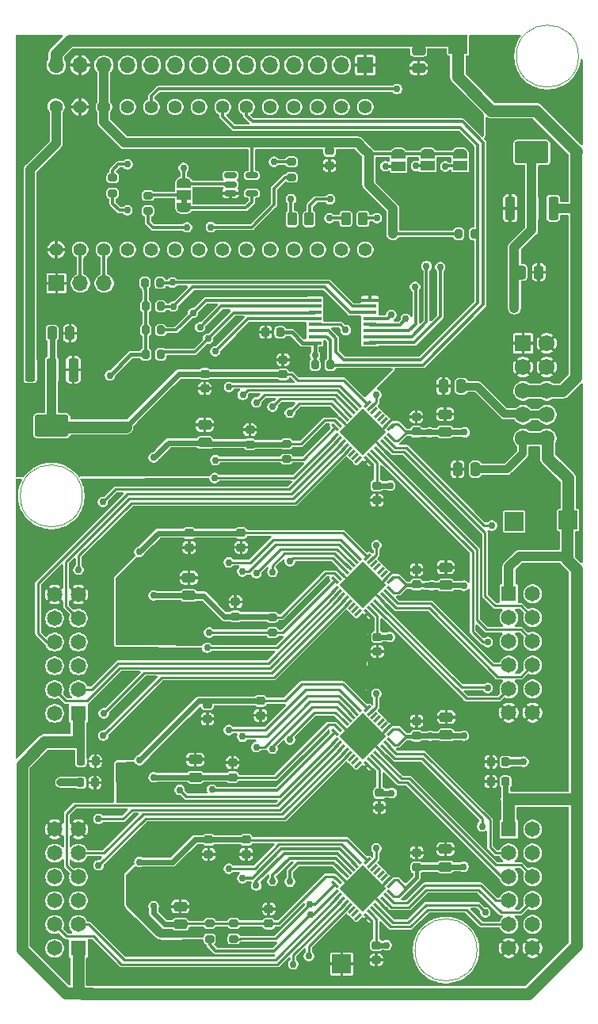
<source format=gbr>
%TF.GenerationSoftware,KiCad,Pcbnew,9.0.0*%
%TF.CreationDate,2025-03-26T11:44:13+11:00*%
%TF.ProjectId,tlv320aic3104 audio rev K twist,746c7633-3230-4616-9963-333130342061,Rev F*%
%TF.SameCoordinates,Original*%
%TF.FileFunction,Copper,L1,Top*%
%TF.FilePolarity,Positive*%
%FSLAX46Y46*%
G04 Gerber Fmt 4.6, Leading zero omitted, Abs format (unit mm)*
G04 Created by KiCad (PCBNEW 9.0.0) date 2025-03-26 11:44:13*
%MOMM*%
%LPD*%
G01*
G04 APERTURE LIST*
G04 Aperture macros list*
%AMRoundRect*
0 Rectangle with rounded corners*
0 $1 Rounding radius*
0 $2 $3 $4 $5 $6 $7 $8 $9 X,Y pos of 4 corners*
0 Add a 4 corners polygon primitive as box body*
4,1,4,$2,$3,$4,$5,$6,$7,$8,$9,$2,$3,0*
0 Add four circle primitives for the rounded corners*
1,1,$1+$1,$2,$3*
1,1,$1+$1,$4,$5*
1,1,$1+$1,$6,$7*
1,1,$1+$1,$8,$9*
0 Add four rect primitives between the rounded corners*
20,1,$1+$1,$2,$3,$4,$5,0*
20,1,$1+$1,$4,$5,$6,$7,0*
20,1,$1+$1,$6,$7,$8,$9,0*
20,1,$1+$1,$8,$9,$2,$3,0*%
%AMRotRect*
0 Rectangle, with rotation*
0 The origin of the aperture is its center*
0 $1 length*
0 $2 width*
0 $3 Rotation angle, in degrees counterclockwise*
0 Add horizontal line*
21,1,$1,$2,0,0,$3*%
%AMFreePoly0*
4,1,23,0.550000,-0.750000,0.000000,-0.750000,0.000000,-0.745722,-0.065263,-0.745722,-0.191342,-0.711940,-0.304381,-0.646677,-0.396677,-0.554381,-0.461940,-0.441342,-0.495722,-0.315263,-0.495722,-0.250000,-0.500000,-0.250000,-0.500000,0.250000,-0.495722,0.250000,-0.495722,0.315263,-0.461940,0.441342,-0.396677,0.554381,-0.304381,0.646677,-0.191342,0.711940,-0.065263,0.745722,0.000000,0.745722,
0.000000,0.750000,0.550000,0.750000,0.550000,-0.750000,0.550000,-0.750000,$1*%
%AMFreePoly1*
4,1,23,0.000000,0.745722,0.065263,0.745722,0.191342,0.711940,0.304381,0.646677,0.396677,0.554381,0.461940,0.441342,0.495722,0.315263,0.495722,0.250000,0.500000,0.250000,0.500000,-0.250000,0.495722,-0.250000,0.495722,-0.315263,0.461940,-0.441342,0.396677,-0.554381,0.304381,-0.646677,0.191342,-0.711940,0.065263,-0.745722,0.000000,-0.745722,0.000000,-0.750000,-0.550000,-0.750000,
-0.550000,0.750000,0.000000,0.750000,0.000000,0.745722,0.000000,0.745722,$1*%
G04 Aperture macros list end*
%TA.AperFunction,EtchedComponent*%
%ADD10C,0.000000*%
%TD*%
%TA.AperFunction,EtchedComponent*%
%ADD11C,0.120000*%
%TD*%
%TA.AperFunction,SMDPad,CuDef*%
%ADD12RoundRect,0.248780X0.261220X0.451220X-0.261220X0.451220X-0.261220X-0.451220X0.261220X-0.451220X0*%
%TD*%
%TA.AperFunction,ComponentPad*%
%ADD13R,2.000000X2.000000*%
%TD*%
%TA.AperFunction,SMDPad,CuDef*%
%ADD14RoundRect,0.225000X0.250000X-0.225000X0.250000X0.225000X-0.250000X0.225000X-0.250000X-0.225000X0*%
%TD*%
%TA.AperFunction,SMDPad,CuDef*%
%ADD15RoundRect,0.200000X-0.275000X0.200000X-0.275000X-0.200000X0.275000X-0.200000X0.275000X0.200000X0*%
%TD*%
%TA.AperFunction,SMDPad,CuDef*%
%ADD16RotRect,0.300000X0.850000X45.000000*%
%TD*%
%TA.AperFunction,SMDPad,CuDef*%
%ADD17RotRect,0.300000X0.850000X315.000000*%
%TD*%
%TA.AperFunction,SMDPad,CuDef*%
%ADD18RotRect,3.550000X3.550000X315.000000*%
%TD*%
%TA.AperFunction,SMDPad,CuDef*%
%ADD19RoundRect,0.200000X-0.200000X-0.275000X0.200000X-0.275000X0.200000X0.275000X-0.200000X0.275000X0*%
%TD*%
%TA.AperFunction,SMDPad,CuDef*%
%ADD20RoundRect,0.250000X-0.475000X0.250000X-0.475000X-0.250000X0.475000X-0.250000X0.475000X0.250000X0*%
%TD*%
%TA.AperFunction,ComponentPad*%
%ADD21R,1.700000X1.700000*%
%TD*%
%TA.AperFunction,ComponentPad*%
%ADD22O,1.700000X1.700000*%
%TD*%
%TA.AperFunction,SMDPad,CuDef*%
%ADD23R,1.475000X0.450000*%
%TD*%
%TA.AperFunction,SMDPad,CuDef*%
%ADD24RoundRect,0.250000X0.300000X-1.000000X0.300000X1.000000X-0.300000X1.000000X-0.300000X-1.000000X0*%
%TD*%
%TA.AperFunction,SMDPad,CuDef*%
%ADD25RoundRect,0.250000X1.550000X-0.920000X1.550000X0.920000X-1.550000X0.920000X-1.550000X-0.920000X0*%
%TD*%
%TA.AperFunction,SMDPad,CuDef*%
%ADD26FreePoly0,90.000000*%
%TD*%
%TA.AperFunction,SMDPad,CuDef*%
%ADD27R,1.500000X1.000000*%
%TD*%
%TA.AperFunction,SMDPad,CuDef*%
%ADD28FreePoly1,90.000000*%
%TD*%
%TA.AperFunction,SMDPad,CuDef*%
%ADD29RoundRect,0.250000X-0.300000X1.000000X-0.300000X-1.000000X0.300000X-1.000000X0.300000X1.000000X0*%
%TD*%
%TA.AperFunction,SMDPad,CuDef*%
%ADD30RoundRect,0.250000X-1.550000X0.920000X-1.550000X-0.920000X1.550000X-0.920000X1.550000X0.920000X0*%
%TD*%
%TA.AperFunction,SMDPad,CuDef*%
%ADD31RoundRect,0.225000X-0.225000X-0.250000X0.225000X-0.250000X0.225000X0.250000X-0.225000X0.250000X0*%
%TD*%
%TA.AperFunction,SMDPad,CuDef*%
%ADD32RoundRect,0.225000X0.225000X0.250000X-0.225000X0.250000X-0.225000X-0.250000X0.225000X-0.250000X0*%
%TD*%
%TA.AperFunction,SMDPad,CuDef*%
%ADD33RoundRect,0.250000X0.250000X0.475000X-0.250000X0.475000X-0.250000X-0.475000X0.250000X-0.475000X0*%
%TD*%
%TA.AperFunction,ComponentPad*%
%ADD34R,1.725000X1.725000*%
%TD*%
%TA.AperFunction,ComponentPad*%
%ADD35C,1.725000*%
%TD*%
%TA.AperFunction,SMDPad,CuDef*%
%ADD36RoundRect,0.225000X-0.250000X0.225000X-0.250000X-0.225000X0.250000X-0.225000X0.250000X0.225000X0*%
%TD*%
%TA.AperFunction,SMDPad,CuDef*%
%ADD37RoundRect,0.200000X0.200000X0.275000X-0.200000X0.275000X-0.200000X-0.275000X0.200000X-0.275000X0*%
%TD*%
%TA.AperFunction,SMDPad,CuDef*%
%ADD38RoundRect,0.250000X0.475000X-0.250000X0.475000X0.250000X-0.475000X0.250000X-0.475000X-0.250000X0*%
%TD*%
%TA.AperFunction,ComponentPad*%
%ADD39R,1.650000X1.650000*%
%TD*%
%TA.AperFunction,ComponentPad*%
%ADD40C,1.650000*%
%TD*%
%TA.AperFunction,SMDPad,CuDef*%
%ADD41RoundRect,0.150000X-0.512500X-0.150000X0.512500X-0.150000X0.512500X0.150000X-0.512500X0.150000X0*%
%TD*%
%TA.AperFunction,ComponentPad*%
%ADD42C,1.409600*%
%TD*%
%TA.AperFunction,SMDPad,CuDef*%
%ADD43RoundRect,0.250000X-0.250000X-0.475000X0.250000X-0.475000X0.250000X0.475000X-0.250000X0.475000X0*%
%TD*%
%TA.AperFunction,ViaPad*%
%ADD44C,0.762000*%
%TD*%
%TA.AperFunction,ViaPad*%
%ADD45C,0.889000*%
%TD*%
%TA.AperFunction,Conductor*%
%ADD46C,0.304800*%
%TD*%
%TA.AperFunction,Conductor*%
%ADD47C,0.279400*%
%TD*%
%TA.AperFunction,Conductor*%
%ADD48C,0.254000*%
%TD*%
%TA.AperFunction,Conductor*%
%ADD49C,0.609600*%
%TD*%
%TA.AperFunction,Conductor*%
%ADD50C,1.016000*%
%TD*%
%TA.AperFunction,Conductor*%
%ADD51C,0.406400*%
%TD*%
%TA.AperFunction,Conductor*%
%ADD52C,0.812800*%
%TD*%
%TA.AperFunction,Conductor*%
%ADD53C,1.270000*%
%TD*%
G04 APERTURE END LIST*
D10*
%TA.AperFunction,EtchedComponent*%
%TO.C,JP1*%
G36*
X19045200Y-18832400D02*
G01*
X18445200Y-18832400D01*
X18445200Y-18332400D01*
X19045200Y-18332400D01*
X19045200Y-18832400D01*
G37*
%TD.AperFunction*%
D11*
%TO.C,H3*%
X7889222Y-50052200D02*
G75*
G02*
X1254778Y-50052200I-3317222J0D01*
G01*
X1254778Y-50052200D02*
G75*
G02*
X7889222Y-50052200I3317222J0D01*
G01*
%TO.C,H2*%
X60924422Y-3073400D02*
G75*
G02*
X54289978Y-3073400I-3317222J0D01*
G01*
X54289978Y-3073400D02*
G75*
G02*
X60924422Y-3073400I3317222J0D01*
G01*
%TO.C,H1*%
X50078622Y-98552200D02*
G75*
G02*
X43444178Y-98552200I-3317222J0D01*
G01*
X43444178Y-98552200D02*
G75*
G02*
X50078622Y-98552200I3317222J0D01*
G01*
%TD*%
D12*
%TO.P,R7,1*%
%TO.N,DOUT_TX*%
X37885000Y-20450000D03*
%TO.P,R7,2*%
%TO.N,/Digital/DOX*%
X36065000Y-20450000D03*
%TD*%
D13*
%TO.P,TP3,1,1*%
%TO.N,VIN*%
X48056800Y-1803400D03*
%TD*%
D14*
%TO.P,C28,1*%
%TO.N,+3.3V*%
X27813000Y-95725200D03*
%TO.P,C28,2*%
%TO.N,DGND*%
X27813000Y-94165200D03*
%TD*%
D13*
%TO.P,TP1,1,1*%
%TO.N,V-*%
X54051200Y-52781200D03*
%TD*%
D15*
%TO.P,R11,1*%
%TO.N,+3.3V*%
X21488400Y-95725400D03*
%TO.P,R11,2*%
%TO.N,SDA0*%
X21488400Y-97365400D03*
%TD*%
D16*
%TO.P,IC3,1,MCLK*%
%TO.N,MCLK*%
X37376425Y-89054352D03*
%TO.P,IC3,2,BCLK*%
%TO.N,BCLK*%
X37022872Y-89407905D03*
%TO.P,IC3,3,WCLK*%
%TO.N,LRCLK*%
X36669318Y-89761458D03*
%TO.P,IC3,4,DIN*%
%TO.N,DIN_RX*%
X36315765Y-90115012D03*
%TO.P,IC3,5,DOUT*%
%TO.N,DOUT_TX*%
X35962212Y-90468565D03*
%TO.P,IC3,6,DVSS*%
%TO.N,DGND*%
X35608658Y-90822118D03*
%TO.P,IC3,7,IOVDD*%
%TO.N,+3.3V*%
X35255105Y-91175672D03*
%TO.P,IC3,8,SCL*%
%TO.N,SCL0*%
X34901552Y-91529225D03*
D17*
%TO.P,IC3,9,SDA*%
%TO.N,SDA0*%
X34901552Y-92519175D03*
%TO.P,IC3,10,MIC1LP/LINE1LP*%
%TO.N,/CODEC_1/IN1+*%
X35255105Y-92872728D03*
%TO.P,IC3,11,MIC1LM/LINE1LM*%
%TO.N,/CODEC_1/IN1-*%
X35608658Y-93226282D03*
%TO.P,IC3,12,MIC1RP/LINE1RP*%
%TO.N,/CODEC_1/IN2+*%
X35962212Y-93579835D03*
%TO.P,IC3,13,MIC1RM/LINE1RM*%
%TO.N,/CODEC_1/IN2-*%
X36315765Y-93933388D03*
%TO.P,IC3,14,MIC2L/LINE2L/MICDET*%
%TO.N,Net-(IC3-MIC2L{slash}LINE2L{slash}MICDET)*%
X36669318Y-94286942D03*
%TO.P,IC3,15,MICBIAS*%
%TO.N,Net-(IC3-MICBIAS)*%
X37022872Y-94640495D03*
%TO.P,IC3,16,MIC2R/LINE2R*%
%TO.N,Net-(IC3-MIC2R{slash}LINE2R)*%
X37376425Y-94994048D03*
D16*
%TO.P,IC3,17,AVSS1*%
%TO.N,AGND*%
X38366375Y-94994048D03*
%TO.P,IC3,18,DRVDD_1*%
%TO.N,+3.3VA*%
X38719928Y-94640495D03*
%TO.P,IC3,19,HPLOUT*%
%TO.N,HP1+*%
X39073482Y-94286942D03*
%TO.P,IC3,20,HPLCOM*%
%TO.N,HP1-*%
X39427035Y-93933388D03*
%TO.P,IC3,21,DRVSS*%
%TO.N,AGND*%
X39780588Y-93579835D03*
%TO.P,IC3,22,HPRCOM*%
%TO.N,HP2-*%
X40134142Y-93226282D03*
%TO.P,IC3,23,HPROUT*%
%TO.N,HP2+*%
X40487695Y-92872728D03*
%TO.P,IC3,24,DRVDD_2*%
%TO.N,+3.3VA*%
X40841248Y-92519175D03*
D17*
%TO.P,IC3,25,AVDD*%
X40841248Y-91529225D03*
%TO.P,IC3,26,AVSS2*%
%TO.N,AGND*%
X40487695Y-91175672D03*
%TO.P,IC3,27,LEFT_LOP*%
%TO.N,AOUT1+*%
X40134142Y-90822118D03*
%TO.P,IC3,28,LEFT_LOM*%
%TO.N,AOUT1-*%
X39780588Y-90468565D03*
%TO.P,IC3,29,RIGHT_LOP*%
%TO.N,AOUT2+*%
X39427035Y-90115012D03*
%TO.P,IC3,30,RIGHT_LOM*%
%TO.N,AOUT2-*%
X39073482Y-89761458D03*
%TO.P,IC3,31,~{RESET}*%
%TO.N,RST~{}*%
X38719928Y-89407905D03*
%TO.P,IC3,32,DVDD*%
%TO.N,+1V8*%
X38366375Y-89054352D03*
D18*
%TO.P,IC3,33,EP*%
%TO.N,AGND*%
X37871400Y-92024200D03*
%TD*%
D14*
%TO.P,C38,1*%
%TO.N,AGND*%
X39370000Y-50513200D03*
%TO.P,C38,2*%
%TO.N,+3.3VA*%
X39370000Y-48953200D03*
%TD*%
%TO.P,C35,1*%
%TO.N,+3.3VA*%
X43586400Y-43172600D03*
%TO.P,C35,2*%
%TO.N,AGND*%
X43586400Y-41612600D03*
%TD*%
D19*
%TO.P,R4,1*%
%TO.N,+3.3V*%
X48125800Y-22047200D03*
%TO.P,R4,2*%
%TO.N,SCL*%
X49765800Y-22047200D03*
%TD*%
D20*
%TO.P,C34,1*%
%TO.N,AGND*%
X46736000Y-57673200D03*
%TO.P,C34,2*%
%TO.N,+3.3VA*%
X46736000Y-59573200D03*
%TD*%
D15*
%TO.P,R8,1*%
%TO.N,+3.3V*%
X24079200Y-95725400D03*
%TO.P,R8,2*%
%TO.N,SCL0*%
X24079200Y-97365400D03*
%TD*%
D16*
%TO.P,IC5,1,MCLK*%
%TO.N,MCLK*%
X37376425Y-56593152D03*
%TO.P,IC5,2,BCLK*%
%TO.N,BCLK*%
X37022872Y-56946705D03*
%TO.P,IC5,3,WCLK*%
%TO.N,LRCLK*%
X36669318Y-57300258D03*
%TO.P,IC5,4,DIN*%
%TO.N,DIN_RX*%
X36315765Y-57653812D03*
%TO.P,IC5,5,DOUT*%
%TO.N,DOUT_TX*%
X35962212Y-58007365D03*
%TO.P,IC5,6,DVSS*%
%TO.N,DGND*%
X35608658Y-58360918D03*
%TO.P,IC5,7,IOVDD*%
%TO.N,+3.3V*%
X35255105Y-58714472D03*
%TO.P,IC5,8,SCL*%
%TO.N,SCL2*%
X34901552Y-59068025D03*
D17*
%TO.P,IC5,9,SDA*%
%TO.N,SDA2*%
X34901552Y-60057975D03*
%TO.P,IC5,10,MIC1LP/LINE1LP*%
%TO.N,/CODEC_2/IN5+*%
X35255105Y-60411528D03*
%TO.P,IC5,11,MIC1LM/LINE1LM*%
%TO.N,/CODEC_2/IN5-*%
X35608658Y-60765082D03*
%TO.P,IC5,12,MIC1RP/LINE1RP*%
%TO.N,/CODEC_2/IN6+*%
X35962212Y-61118635D03*
%TO.P,IC5,13,MIC1RM/LINE1RM*%
%TO.N,/CODEC_2/IN6-*%
X36315765Y-61472188D03*
%TO.P,IC5,14,MIC2L/LINE2L/MICDET*%
%TO.N,unconnected-(IC5-MIC2L{slash}LINE2L{slash}MICDET-Pad14)*%
X36669318Y-61825742D03*
%TO.P,IC5,15,MICBIAS*%
%TO.N,unconnected-(IC5-MICBIAS-Pad15)*%
X37022872Y-62179295D03*
%TO.P,IC5,16,MIC2R/LINE2R*%
%TO.N,unconnected-(IC5-MIC2R{slash}LINE2R-Pad16)*%
X37376425Y-62532848D03*
D16*
%TO.P,IC5,17,AVSS1*%
%TO.N,AGND*%
X38366375Y-62532848D03*
%TO.P,IC5,18,DRVDD_1*%
%TO.N,+3.3VA*%
X38719928Y-62179295D03*
%TO.P,IC5,19,HPLOUT*%
%TO.N,HP5+*%
X39073482Y-61825742D03*
%TO.P,IC5,20,HPLCOM*%
%TO.N,HP5-*%
X39427035Y-61472188D03*
%TO.P,IC5,21,DRVSS*%
%TO.N,AGND*%
X39780588Y-61118635D03*
%TO.P,IC5,22,HPRCOM*%
%TO.N,HP6-*%
X40134142Y-60765082D03*
%TO.P,IC5,23,HPROUT*%
%TO.N,HP6+*%
X40487695Y-60411528D03*
%TO.P,IC5,24,DRVDD_2*%
%TO.N,+3.3VA*%
X40841248Y-60057975D03*
D17*
%TO.P,IC5,25,AVDD*%
X40841248Y-59068025D03*
%TO.P,IC5,26,AVSS2*%
%TO.N,AGND*%
X40487695Y-58714472D03*
%TO.P,IC5,27,LEFT_LOP*%
%TO.N,AOUT5+*%
X40134142Y-58360918D03*
%TO.P,IC5,28,LEFT_LOM*%
%TO.N,AOUT5-*%
X39780588Y-58007365D03*
%TO.P,IC5,29,RIGHT_LOP*%
%TO.N,AOUT6+*%
X39427035Y-57653812D03*
%TO.P,IC5,30,RIGHT_LOM*%
%TO.N,AOUT6-*%
X39073482Y-57300258D03*
%TO.P,IC5,31,~{RESET}*%
%TO.N,RST~{}*%
X38719928Y-56946705D03*
%TO.P,IC5,32,DVDD*%
%TO.N,+1V8*%
X38366375Y-56593152D03*
D18*
%TO.P,IC5,33,EP*%
%TO.N,AGND*%
X37871400Y-59563000D03*
%TD*%
D21*
%TO.P,J1,1,Pin_1*%
%TO.N,DGND*%
X5130800Y-27330400D03*
D22*
%TO.P,J1,2,Pin_2*%
%TO.N,/Digital/RX1*%
X7670800Y-27330400D03*
%TO.P,J1,3,Pin_3*%
%TO.N,/Digital/TX1*%
X10210800Y-27330400D03*
%TD*%
D16*
%TO.P,IC4,1,MCLK*%
%TO.N,MCLK*%
X37376425Y-72798352D03*
%TO.P,IC4,2,BCLK*%
%TO.N,BCLK*%
X37022872Y-73151905D03*
%TO.P,IC4,3,WCLK*%
%TO.N,LRCLK*%
X36669318Y-73505458D03*
%TO.P,IC4,4,DIN*%
%TO.N,DIN_RX*%
X36315765Y-73859012D03*
%TO.P,IC4,5,DOUT*%
%TO.N,DOUT_TX*%
X35962212Y-74212565D03*
%TO.P,IC4,6,DVSS*%
%TO.N,DGND*%
X35608658Y-74566118D03*
%TO.P,IC4,7,IOVDD*%
%TO.N,+3.3V*%
X35255105Y-74919672D03*
%TO.P,IC4,8,SCL*%
%TO.N,SCL1*%
X34901552Y-75273225D03*
D17*
%TO.P,IC4,9,SDA*%
%TO.N,SDA1*%
X34901552Y-76263175D03*
%TO.P,IC4,10,MIC1LP/LINE1LP*%
%TO.N,/CODEC_1/IN3+*%
X35255105Y-76616728D03*
%TO.P,IC4,11,MIC1LM/LINE1LM*%
%TO.N,/CODEC_1/IN3-*%
X35608658Y-76970282D03*
%TO.P,IC4,12,MIC1RP/LINE1RP*%
%TO.N,/CODEC_1/IN4+*%
X35962212Y-77323835D03*
%TO.P,IC4,13,MIC1RM/LINE1RM*%
%TO.N,/CODEC_1/IN4-*%
X36315765Y-77677388D03*
%TO.P,IC4,14,MIC2L/LINE2L/MICDET*%
%TO.N,unconnected-(IC4-MIC2L{slash}LINE2L{slash}MICDET-Pad14)*%
X36669318Y-78030942D03*
%TO.P,IC4,15,MICBIAS*%
%TO.N,unconnected-(IC4-MICBIAS-Pad15)*%
X37022872Y-78384495D03*
%TO.P,IC4,16,MIC2R/LINE2R*%
%TO.N,unconnected-(IC4-MIC2R{slash}LINE2R-Pad16)*%
X37376425Y-78738048D03*
D16*
%TO.P,IC4,17,AVSS1*%
%TO.N,AGND*%
X38366375Y-78738048D03*
%TO.P,IC4,18,DRVDD_1*%
%TO.N,+3.3VA*%
X38719928Y-78384495D03*
%TO.P,IC4,19,HPLOUT*%
%TO.N,HP3+*%
X39073482Y-78030942D03*
%TO.P,IC4,20,HPLCOM*%
%TO.N,HP3-*%
X39427035Y-77677388D03*
%TO.P,IC4,21,DRVSS*%
%TO.N,AGND*%
X39780588Y-77323835D03*
%TO.P,IC4,22,HPRCOM*%
%TO.N,HP4-*%
X40134142Y-76970282D03*
%TO.P,IC4,23,HPROUT*%
%TO.N,HP4+*%
X40487695Y-76616728D03*
%TO.P,IC4,24,DRVDD_2*%
%TO.N,+3.3VA*%
X40841248Y-76263175D03*
D17*
%TO.P,IC4,25,AVDD*%
X40841248Y-75273225D03*
%TO.P,IC4,26,AVSS2*%
%TO.N,AGND*%
X40487695Y-74919672D03*
%TO.P,IC4,27,LEFT_LOP*%
%TO.N,AOUT3+*%
X40134142Y-74566118D03*
%TO.P,IC4,28,LEFT_LOM*%
%TO.N,AOUT3-*%
X39780588Y-74212565D03*
%TO.P,IC4,29,RIGHT_LOP*%
%TO.N,AOUT4+*%
X39427035Y-73859012D03*
%TO.P,IC4,30,RIGHT_LOM*%
%TO.N,AOUT4-*%
X39073482Y-73505458D03*
%TO.P,IC4,31,~{RESET}*%
%TO.N,RST~{}*%
X38719928Y-73151905D03*
%TO.P,IC4,32,DVDD*%
%TO.N,+1V8*%
X38366375Y-72798352D03*
D18*
%TO.P,IC4,33,EP*%
%TO.N,AGND*%
X37871400Y-75768200D03*
%TD*%
D23*
%TO.P,IC2,1,A0*%
%TO.N,Net-(IC2-A0)*%
X38625000Y-33694800D03*
%TO.P,IC2,2,A1*%
%TO.N,Net-(IC2-A1)*%
X38625000Y-33044800D03*
%TO.P,IC2,3,~{RESET}*%
%TO.N,RST~{}*%
X38625000Y-32394800D03*
%TO.P,IC2,4,SD0*%
%TO.N,SDA0*%
X38625000Y-31744800D03*
%TO.P,IC2,5,SC0*%
%TO.N,SCL0*%
X38625000Y-31094800D03*
%TO.P,IC2,6,SD1*%
%TO.N,SDA1*%
X38625000Y-30444800D03*
%TO.P,IC2,7,SC1*%
%TO.N,SCL1*%
X38625000Y-29794800D03*
%TO.P,IC2,8,GND*%
%TO.N,DGND*%
X38625000Y-29144800D03*
%TO.P,IC2,9,SD2*%
%TO.N,SDA2*%
X32749000Y-29144800D03*
%TO.P,IC2,10,SC2*%
%TO.N,SCL2*%
X32749000Y-29794800D03*
%TO.P,IC2,11,SD3*%
%TO.N,SDA3*%
X32749000Y-30444800D03*
%TO.P,IC2,12,SC3*%
%TO.N,SCL3*%
X32749000Y-31094800D03*
%TO.P,IC2,13,A2*%
%TO.N,Net-(IC2-A2)*%
X32749000Y-31744800D03*
%TO.P,IC2,14,SCL*%
%TO.N,SCL*%
X32749000Y-32394800D03*
%TO.P,IC2,15,SDA*%
%TO.N,SDA*%
X32749000Y-33044800D03*
%TO.P,IC2,16,VCC*%
%TO.N,+3.3V*%
X32749000Y-33694800D03*
%TD*%
D15*
%TO.P,R3,1*%
%TO.N,/Digital/LRX*%
X30251400Y-14369200D03*
%TO.P,R3,2*%
%TO.N,LRCLK*%
X30251400Y-16009200D03*
%TD*%
D24*
%TO.P,U2,1,GND*%
%TO.N,DGND*%
X6922800Y-36577800D03*
%TO.P,U2,2,VOUT*%
%TO.N,+1V8*%
X4622800Y-36577800D03*
%TO.P,U2,3,VIN*%
%TO.N,VIN*%
X2322800Y-36577800D03*
D25*
%TO.P,U2,4,VOUT*%
%TO.N,+1V8*%
X4622800Y-42547800D03*
%TD*%
D26*
%TO.P,JP1,1,A*%
%TO.N,Net-(IC1-Y)*%
X18745200Y-19232400D03*
D27*
%TO.P,JP1,2,C*%
%TO.N,Net-(JP1-C)*%
X18745200Y-17932400D03*
D28*
%TO.P,JP1,3,B*%
%TO.N,BCX*%
X18745200Y-16632400D03*
%TD*%
D20*
%TO.P,C22,1*%
%TO.N,AGND*%
X46786800Y-73675200D03*
%TO.P,C22,2*%
%TO.N,+3.3VA*%
X46786800Y-75575200D03*
%TD*%
D14*
%TO.P,C40,1*%
%TO.N,+3.3V*%
X24257000Y-62933800D03*
%TO.P,C40,2*%
%TO.N,DGND*%
X24257000Y-61373800D03*
%TD*%
D20*
%TO.P,C20,1*%
%TO.N,AGND*%
X46710600Y-87772200D03*
%TO.P,C20,2*%
%TO.N,+3.3VA*%
X46710600Y-89672200D03*
%TD*%
%TO.P,C39,1*%
%TO.N,DGND*%
X19278600Y-58790800D03*
%TO.P,C39,2*%
%TO.N,+3.3V*%
X19278600Y-60690800D03*
%TD*%
D13*
%TO.P,TP4,1,1*%
%TO.N,AGND*%
X35610800Y-100050600D03*
%TD*%
D29*
%TO.P,U1,1,GND*%
%TO.N,AGND*%
X53630800Y-19327600D03*
%TO.P,U1,2,VOUT*%
%TO.N,+3.3VA*%
X55930800Y-19327600D03*
%TO.P,U1,3,VIN*%
%TO.N,VIN*%
X58230800Y-19327600D03*
D30*
%TO.P,U1,4,VOUT*%
%TO.N,+3.3VA*%
X55930800Y-13357600D03*
%TD*%
D31*
%TO.P,C7,1*%
%TO.N,V+*%
X7729000Y-78384400D03*
%TO.P,C7,2*%
%TO.N,AGND*%
X9289000Y-78384400D03*
%TD*%
D20*
%TO.P,C41,1*%
%TO.N,DGND*%
X20980400Y-42458600D03*
%TO.P,C41,2*%
%TO.N,+3.3V*%
X20980400Y-44358600D03*
%TD*%
D32*
%TO.P,C4,1*%
%TO.N,V-*%
X53129400Y-78460600D03*
%TO.P,C4,2*%
%TO.N,AGND*%
X51569400Y-78460600D03*
%TD*%
D31*
%TO.P,C3,1*%
%TO.N,V-*%
X7678200Y-80670400D03*
%TO.P,C3,2*%
%TO.N,AGND*%
X9238200Y-80670400D03*
%TD*%
D33*
%TO.P,C5,1*%
%TO.N,V+*%
X49895800Y-47193200D03*
%TO.P,C5,2*%
%TO.N,AGND*%
X47995800Y-47193200D03*
%TD*%
D34*
%TO.P,POWER1,1,Pin_1*%
%TO.N,AGND*%
X55000000Y-33756600D03*
D35*
%TO.P,POWER1,2,Pin_2*%
X57540000Y-33756600D03*
%TO.P,POWER1,3,Pin_3*%
X55000000Y-36296600D03*
%TO.P,POWER1,4,Pin_4*%
X57540000Y-36296600D03*
%TO.P,POWER1,5,Pin_5*%
%TO.N,VIN*%
X55000000Y-38836600D03*
%TO.P,POWER1,6,Pin_6*%
X57540000Y-38836600D03*
%TO.P,POWER1,7,Pin_7*%
%TO.N,V-*%
X55000000Y-41376600D03*
%TO.P,POWER1,8,Pin_8*%
X57540000Y-41376600D03*
%TO.P,POWER1,9,Pin_9*%
%TO.N,V+*%
X55000000Y-43916600D03*
%TO.P,POWER1,10,Pin_10*%
X57540000Y-43916600D03*
%TD*%
D36*
%TO.P,C17,1*%
%TO.N,+1V8*%
X26924000Y-71940200D03*
%TO.P,C17,2*%
%TO.N,DGND*%
X26924000Y-73500200D03*
%TD*%
D14*
%TO.P,C23,1*%
%TO.N,AGND*%
X39319200Y-99611400D03*
%TO.P,C23,2*%
%TO.N,+3.3VA*%
X39319200Y-98051400D03*
%TD*%
%TO.P,C19,1*%
%TO.N,+3.3VA*%
X43637200Y-89730800D03*
%TO.P,C19,2*%
%TO.N,AGND*%
X43637200Y-88170800D03*
%TD*%
%TO.P,C33,1*%
%TO.N,+3.3VA*%
X43611800Y-59504800D03*
%TO.P,C33,2*%
%TO.N,AGND*%
X43611800Y-57944800D03*
%TD*%
D15*
%TO.P,R1,1*%
%TO.N,Net-(JP1-C)*%
X14909800Y-17950600D03*
%TO.P,R1,2*%
%TO.N,BCLK*%
X14909800Y-19590600D03*
%TD*%
D14*
%TO.P,C26,1*%
%TO.N,+3.3V*%
X23952200Y-80104200D03*
%TO.P,C26,2*%
%TO.N,DGND*%
X23952200Y-78544200D03*
%TD*%
D37*
%TO.P,R6,1*%
%TO.N,SDA*%
X34398800Y-36042600D03*
%TO.P,R6,2*%
%TO.N,+3.3V*%
X32758800Y-36042600D03*
%TD*%
D14*
%TO.P,C16,1*%
%TO.N,DGND*%
X21386800Y-88333800D03*
%TO.P,C16,2*%
%TO.N,+1V8*%
X21386800Y-86773800D03*
%TD*%
D20*
%TO.P,C36,1*%
%TO.N,AGND*%
X46659800Y-41315600D03*
%TO.P,C36,2*%
%TO.N,+3.3VA*%
X46659800Y-43215600D03*
%TD*%
D14*
%TO.P,C32,1*%
%TO.N,DGND*%
X20980400Y-38582600D03*
%TO.P,C32,2*%
%TO.N,+1V8*%
X20980400Y-37022600D03*
%TD*%
D12*
%TO.P,R5,1*%
%TO.N,DIN_RX*%
X32135000Y-20475000D03*
%TO.P,R5,2*%
%TO.N,/Digital/DIX*%
X30315000Y-20475000D03*
%TD*%
D14*
%TO.P,C42,1*%
%TO.N,+3.3V*%
X25806400Y-44544200D03*
%TO.P,C42,2*%
%TO.N,DGND*%
X25806400Y-42984200D03*
%TD*%
D20*
%TO.P,C27,1*%
%TO.N,DGND*%
X18364200Y-93919000D03*
%TO.P,C27,2*%
%TO.N,+3.3V*%
X18364200Y-95819000D03*
%TD*%
D26*
%TO.P,JP4,1,A*%
%TO.N,DGND*%
X48260000Y-16108200D03*
D27*
%TO.P,JP4,2,C*%
%TO.N,Net-(IC2-A0)*%
X48260000Y-14808200D03*
D28*
%TO.P,JP4,3,B*%
%TO.N,+3.3V*%
X48260000Y-13508200D03*
%TD*%
D32*
%TO.P,C14,1*%
%TO.N,+3.3V*%
X29050200Y-32562800D03*
%TO.P,C14,2*%
%TO.N,DGND*%
X27490200Y-32562800D03*
%TD*%
D38*
%TO.P,C8,1*%
%TO.N,DGND*%
X43840400Y-4353600D03*
%TO.P,C8,2*%
%TO.N,VIN*%
X43840400Y-2453600D03*
%TD*%
D39*
%TO.P,J6,1,Pin_1*%
%TO.N,V+*%
X53476000Y-85648800D03*
D40*
%TO.P,J6,2,Pin_2*%
%TO.N,V-*%
X56016000Y-85648800D03*
%TO.P,J6,3,Pin_3*%
%TO.N,HP4+*%
X53476000Y-88188800D03*
%TO.P,J6,4,Pin_4*%
%TO.N,HP4-*%
X56016000Y-88188800D03*
%TO.P,J6,5,Pin_5*%
%TO.N,HP3+*%
X53476000Y-90728800D03*
%TO.P,J6,6,Pin_6*%
%TO.N,HP3-*%
X56016000Y-90728800D03*
%TO.P,J6,7,Pin_7*%
%TO.N,HP2+*%
X53476000Y-93268800D03*
%TO.P,J6,8,Pin_8*%
%TO.N,HP2-*%
X56016000Y-93268800D03*
%TO.P,J6,9,Pin_9*%
%TO.N,HP1+*%
X53476000Y-95808800D03*
%TO.P,J6,10,Pin_10*%
%TO.N,HP1-*%
X56016000Y-95808800D03*
%TO.P,J6,11,Pin_11*%
%TO.N,AGND*%
X53476000Y-98348800D03*
%TO.P,J6,12,Pin_12*%
X56016000Y-98348800D03*
%TD*%
D19*
%TO.P,R15,1*%
%TO.N,+3.3V*%
X14648600Y-34925000D03*
%TO.P,R15,2*%
%TO.N,SDA3*%
X16288600Y-34925000D03*
%TD*%
D14*
%TO.P,C18,1*%
%TO.N,DGND*%
X21259800Y-73881200D03*
%TO.P,C18,2*%
%TO.N,+1V8*%
X21259800Y-72321200D03*
%TD*%
D41*
%TO.P,IC1,1,N.C.*%
%TO.N,unconnected-(IC1-N.C.-Pad1)*%
X23729100Y-15814000D03*
%TO.P,IC1,2,A*%
%TO.N,BCX*%
X23729100Y-16764000D03*
%TO.P,IC1,3,GND*%
%TO.N,DGND*%
X23729100Y-17714000D03*
%TO.P,IC1,4,Y*%
%TO.N,Net-(IC1-Y)*%
X26004100Y-17714000D03*
%TO.P,IC1,5,VCC*%
%TO.N,+3.3V*%
X26004100Y-15814000D03*
%TD*%
D26*
%TO.P,JP5,1,A*%
%TO.N,DGND*%
X44805600Y-16108200D03*
D27*
%TO.P,JP5,2,C*%
%TO.N,Net-(IC2-A1)*%
X44805600Y-14808200D03*
D28*
%TO.P,JP5,3,B*%
%TO.N,+3.3V*%
X44805600Y-13508200D03*
%TD*%
D36*
%TO.P,C1,1*%
%TO.N,+3.3V*%
X34315400Y-13190000D03*
%TO.P,C1,2*%
%TO.N,DGND*%
X34315400Y-14750000D03*
%TD*%
D16*
%TO.P,IC6,1,MCLK*%
%TO.N,MCLK*%
X37391497Y-40260857D03*
%TO.P,IC6,2,BCLK*%
%TO.N,BCLK*%
X37037944Y-40614410D03*
%TO.P,IC6,3,WCLK*%
%TO.N,LRCLK*%
X36684390Y-40967963D03*
%TO.P,IC6,4,DIN*%
%TO.N,DIN_RX*%
X36330837Y-41321517D03*
%TO.P,IC6,5,DOUT*%
%TO.N,DOUT_TX*%
X35977284Y-41675070D03*
%TO.P,IC6,6,DVSS*%
%TO.N,DGND*%
X35623730Y-42028623D03*
%TO.P,IC6,7,IOVDD*%
%TO.N,+3.3V*%
X35270177Y-42382177D03*
%TO.P,IC6,8,SCL*%
%TO.N,SCL3*%
X34916624Y-42735730D03*
D17*
%TO.P,IC6,9,SDA*%
%TO.N,SDA3*%
X34916624Y-43725680D03*
%TO.P,IC6,10,MIC1LP/LINE1LP*%
%TO.N,/CODEC_2/IN7+*%
X35270177Y-44079233D03*
%TO.P,IC6,11,MIC1LM/LINE1LM*%
%TO.N,/CODEC_2/IN7-*%
X35623730Y-44432787D03*
%TO.P,IC6,12,MIC1RP/LINE1RP*%
%TO.N,/CODEC_2/IN8+*%
X35977284Y-44786340D03*
%TO.P,IC6,13,MIC1RM/LINE1RM*%
%TO.N,/CODEC_2/IN8-*%
X36330837Y-45139893D03*
%TO.P,IC6,14,MIC2L/LINE2L/MICDET*%
%TO.N,unconnected-(IC6-MIC2L{slash}LINE2L{slash}MICDET-Pad14)*%
X36684390Y-45493447D03*
%TO.P,IC6,15,MICBIAS*%
%TO.N,unconnected-(IC6-MICBIAS-Pad15)*%
X37037944Y-45847000D03*
%TO.P,IC6,16,MIC2R/LINE2R*%
%TO.N,unconnected-(IC6-MIC2R{slash}LINE2R-Pad16)*%
X37391497Y-46200553D03*
D16*
%TO.P,IC6,17,AVSS1*%
%TO.N,AGND*%
X38381447Y-46200553D03*
%TO.P,IC6,18,DRVDD_1*%
%TO.N,+3.3VA*%
X38735000Y-45847000D03*
%TO.P,IC6,19,HPLOUT*%
%TO.N,HP7+*%
X39088554Y-45493447D03*
%TO.P,IC6,20,HPLCOM*%
%TO.N,HP7-*%
X39442107Y-45139893D03*
%TO.P,IC6,21,DRVSS*%
%TO.N,AGND*%
X39795660Y-44786340D03*
%TO.P,IC6,22,HPRCOM*%
%TO.N,HP8-*%
X40149214Y-44432787D03*
%TO.P,IC6,23,HPROUT*%
%TO.N,HP8+*%
X40502767Y-44079233D03*
%TO.P,IC6,24,DRVDD_2*%
%TO.N,+3.3VA*%
X40856320Y-43725680D03*
D17*
%TO.P,IC6,25,AVDD*%
X40856320Y-42735730D03*
%TO.P,IC6,26,AVSS2*%
%TO.N,AGND*%
X40502767Y-42382177D03*
%TO.P,IC6,27,LEFT_LOP*%
%TO.N,AOUT7+*%
X40149214Y-42028623D03*
%TO.P,IC6,28,LEFT_LOM*%
%TO.N,AOUT7-*%
X39795660Y-41675070D03*
%TO.P,IC6,29,RIGHT_LOP*%
%TO.N,AOUT8+*%
X39442107Y-41321517D03*
%TO.P,IC6,30,RIGHT_LOM*%
%TO.N,AOUT8-*%
X39088554Y-40967963D03*
%TO.P,IC6,31,~{RESET}*%
%TO.N,RST~{}*%
X38735000Y-40614410D03*
%TO.P,IC6,32,DVDD*%
%TO.N,+1V8*%
X38381447Y-40260857D03*
D18*
%TO.P,IC6,33,EP*%
%TO.N,AGND*%
X37886472Y-43230705D03*
%TD*%
D31*
%TO.P,C6,1*%
%TO.N,AGND*%
X51569400Y-80568800D03*
%TO.P,C6,2*%
%TO.N,V+*%
X53129400Y-80568800D03*
%TD*%
D33*
%TO.P,C10,1*%
%TO.N,DGND*%
X6563400Y-32664400D03*
%TO.P,C10,2*%
%TO.N,+1V8*%
X4663400Y-32664400D03*
%TD*%
D14*
%TO.P,C37,1*%
%TO.N,AGND*%
X39420800Y-66667600D03*
%TO.P,C37,2*%
%TO.N,+3.3VA*%
X39420800Y-65107600D03*
%TD*%
D13*
%TO.P,TP2,1,1*%
%TO.N,V+*%
X59817000Y-52628800D03*
%TD*%
D19*
%TO.P,R14,1*%
%TO.N,+3.3V*%
X14648600Y-32334200D03*
%TO.P,R14,2*%
%TO.N,SDA2*%
X16288600Y-32334200D03*
%TD*%
D14*
%TO.P,C31,1*%
%TO.N,+1V8*%
X29337000Y-37051200D03*
%TO.P,C31,2*%
%TO.N,DGND*%
X29337000Y-35491200D03*
%TD*%
D39*
%TO.P,J5,1,Pin_1*%
%TO.N,V+*%
X7467600Y-98374200D03*
D40*
%TO.P,J5,2,Pin_2*%
%TO.N,V-*%
X4927600Y-98374200D03*
%TO.P,J5,3,Pin_3*%
%TO.N,/CODEC_1/IN1+*%
X7467600Y-95834200D03*
%TO.P,J5,4,Pin_4*%
%TO.N,/CODEC_1/IN1-*%
X4927600Y-95834200D03*
%TO.P,J5,5,Pin_5*%
%TO.N,/CODEC_1/IN2+*%
X7467600Y-93294200D03*
%TO.P,J5,6,Pin_6*%
%TO.N,/CODEC_1/IN2-*%
X4927600Y-93294200D03*
%TO.P,J5,7,Pin_7*%
%TO.N,/CODEC_1/IN3+*%
X7467600Y-90754200D03*
%TO.P,J5,8,Pin_8*%
%TO.N,/CODEC_1/IN3-*%
X4927600Y-90754200D03*
%TO.P,J5,9,Pin_9*%
%TO.N,/CODEC_1/IN4+*%
X7467600Y-88214200D03*
%TO.P,J5,10,Pin_10*%
%TO.N,/CODEC_1/IN4-*%
X4927600Y-88214200D03*
%TO.P,J5,11,Pin_11*%
%TO.N,AGND*%
X7467600Y-85674200D03*
%TO.P,J5,12,Pin_12*%
X4927600Y-85674200D03*
%TD*%
D33*
%TO.P,C2,1*%
%TO.N,V-*%
X48397200Y-38328600D03*
%TO.P,C2,2*%
%TO.N,AGND*%
X46497200Y-38328600D03*
%TD*%
D19*
%TO.P,R10,1*%
%TO.N,+3.3V*%
X14648600Y-29794200D03*
%TO.P,R10,2*%
%TO.N,SDA1*%
X16288600Y-29794200D03*
%TD*%
D14*
%TO.P,C24,1*%
%TO.N,AGND*%
X39649400Y-83330000D03*
%TO.P,C24,2*%
%TO.N,+3.3VA*%
X39649400Y-81770000D03*
%TD*%
D20*
%TO.P,C25,1*%
%TO.N,DGND*%
X19964400Y-78196400D03*
%TO.P,C25,2*%
%TO.N,+3.3V*%
X19964400Y-80096400D03*
%TD*%
D19*
%TO.P,R9,1*%
%TO.N,+3.3V*%
X14572400Y-27279600D03*
%TO.P,R9,2*%
%TO.N,SCL1*%
X16212400Y-27279600D03*
%TD*%
D39*
%TO.P,J7,1,Pin_1*%
%TO.N,V+*%
X7467600Y-73279000D03*
D40*
%TO.P,J7,2,Pin_2*%
%TO.N,V-*%
X4927600Y-73279000D03*
%TO.P,J7,3,Pin_3*%
%TO.N,/CODEC_2/IN5+*%
X7467600Y-70739000D03*
%TO.P,J7,4,Pin_4*%
%TO.N,/CODEC_2/IN5-*%
X4927600Y-70739000D03*
%TO.P,J7,5,Pin_5*%
%TO.N,/CODEC_2/IN6+*%
X7467600Y-68199000D03*
%TO.P,J7,6,Pin_6*%
%TO.N,/CODEC_2/IN6-*%
X4927600Y-68199000D03*
%TO.P,J7,7,Pin_7*%
%TO.N,/CODEC_2/IN7+*%
X7467600Y-65659000D03*
%TO.P,J7,8,Pin_8*%
%TO.N,/CODEC_2/IN7-*%
X4927600Y-65659000D03*
%TO.P,J7,9,Pin_9*%
%TO.N,/CODEC_2/IN8+*%
X7467600Y-63119000D03*
%TO.P,J7,10,Pin_10*%
%TO.N,/CODEC_2/IN8-*%
X4927600Y-63119000D03*
%TO.P,J7,11,Pin_11*%
%TO.N,AGND*%
X7467600Y-60579000D03*
%TO.P,J7,12,Pin_12*%
X4927600Y-60579000D03*
%TD*%
D15*
%TO.P,R2,1*%
%TO.N,/Digital/MCX*%
X11125200Y-16071000D03*
%TO.P,R2,2*%
%TO.N,MCLK*%
X11125200Y-17711000D03*
%TD*%
D42*
%TO.P,MC1,3.3V@1,3.3V*%
%TO.N,+3.3V*%
X10185400Y-8509000D03*
%TO.P,MC1,AGND,AGND*%
%TO.N,DGND*%
X7645400Y-8509000D03*
%TO.P,MC1,D0,D0*%
%TO.N,/Digital/RX1*%
X7645400Y-23749000D03*
%TO.P,MC1,D1,D1*%
%TO.N,/Digital/TX1*%
X10185400Y-23749000D03*
%TO.P,MC1,D2,D2*%
%TO.N,D2*%
X12725400Y-23749000D03*
%TO.P,MC1,D3,D3*%
%TO.N,D3*%
X15265400Y-23749000D03*
%TO.P,MC1,D4,D4*%
%TO.N,D4*%
X17805400Y-23749000D03*
%TO.P,MC1,D5,D5*%
%TO.N,D5*%
X20345400Y-23749000D03*
%TO.P,MC1,D6,D6*%
%TO.N,D6*%
X22885400Y-23749000D03*
%TO.P,MC1,D7,D7/RX2*%
%TO.N,Net-(JP2-B)*%
X25425400Y-23749000D03*
%TO.P,MC1,D8,D8/TX2*%
%TO.N,Net-(JP3-B)*%
X27965400Y-23749000D03*
%TO.P,MC1,D9,D9*%
%TO.N,unconnected-(MC1-PadD9)*%
X30505400Y-23749000D03*
%TO.P,MC1,D10,D10*%
%TO.N,unconnected-(MC1-PadD10)*%
X33045400Y-23749000D03*
%TO.P,MC1,D11,D11*%
%TO.N,D11*%
X35585400Y-23749000D03*
%TO.P,MC1,D12,D12*%
%TO.N,D12*%
X38125400Y-23749000D03*
%TO.P,MC1,D13/LED,D13/LED*%
%TO.N,D13*%
X38125400Y-8509000D03*
%TO.P,MC1,D14/A0,D14/A0*%
%TO.N,D14*%
X35585400Y-8509000D03*
%TO.P,MC1,D15/A1,D15/A1*%
%TO.N,D15*%
X33045400Y-8509000D03*
%TO.P,MC1,D16/A2,D16/A2*%
%TO.N,D16*%
X30505400Y-8509000D03*
%TO.P,MC1,D17/A3,D17/A3*%
%TO.N,D17*%
X27965400Y-8509000D03*
%TO.P,MC1,D18/A4,D18/A4*%
%TO.N,SDA*%
X25425400Y-8509000D03*
%TO.P,MC1,D19/A5,D19/A5*%
%TO.N,SCL*%
X22885400Y-8509000D03*
%TO.P,MC1,D20/A6,D20/A6*%
%TO.N,/Digital/LRX*%
X20345400Y-8509000D03*
%TO.P,MC1,D21/A7,D21/A7*%
%TO.N,BCX*%
X17805400Y-8509000D03*
%TO.P,MC1,D22/A8,D22/A8*%
%TO.N,RST~{}*%
X15265400Y-8509000D03*
%TO.P,MC1,D23/A9,D23/A9*%
%TO.N,/Digital/MCX*%
X12725400Y-8509000D03*
%TO.P,MC1,GND@1,GND*%
%TO.N,DGND*%
X5105400Y-23749000D03*
%TO.P,MC1,VIN,VIN*%
%TO.N,VIN*%
X5105400Y-8509000D03*
%TD*%
D14*
%TO.P,C30,1*%
%TO.N,DGND*%
X19304000Y-55567800D03*
%TO.P,C30,2*%
%TO.N,+1V8*%
X19304000Y-54007800D03*
%TD*%
D43*
%TO.P,C9,1*%
%TO.N,+3.3VA*%
X54777600Y-26162000D03*
%TO.P,C9,2*%
%TO.N,AGND*%
X56677600Y-26162000D03*
%TD*%
D15*
%TO.P,R12,1*%
%TO.N,+3.3V*%
X28194000Y-63010200D03*
%TO.P,R12,2*%
%TO.N,SCL2*%
X28194000Y-64650200D03*
%TD*%
%TO.P,R13,1*%
%TO.N,+3.3V*%
X29718000Y-44493600D03*
%TO.P,R13,2*%
%TO.N,SCL3*%
X29718000Y-46133600D03*
%TD*%
D36*
%TO.P,C15,1*%
%TO.N,+1V8*%
X25400000Y-86773800D03*
%TO.P,C15,2*%
%TO.N,DGND*%
X25400000Y-88333800D03*
%TD*%
D14*
%TO.P,C21,1*%
%TO.N,+3.3VA*%
X43611800Y-75659200D03*
%TO.P,C21,2*%
%TO.N,AGND*%
X43611800Y-74099200D03*
%TD*%
D26*
%TO.P,JP6,1,A*%
%TO.N,DGND*%
X41691300Y-16133600D03*
D27*
%TO.P,JP6,2,C*%
%TO.N,Net-(IC2-A2)*%
X41691300Y-14833600D03*
D28*
%TO.P,JP6,3,B*%
%TO.N,+3.3V*%
X41691300Y-13533600D03*
%TD*%
D36*
%TO.P,C29,1*%
%TO.N,+1V8*%
X24866600Y-53982400D03*
%TO.P,C29,2*%
%TO.N,DGND*%
X24866600Y-55542400D03*
%TD*%
D39*
%TO.P,J8,1,Pin_1*%
%TO.N,V+*%
X53476000Y-60502800D03*
D40*
%TO.P,J8,2,Pin_2*%
%TO.N,V-*%
X56016000Y-60502800D03*
%TO.P,J8,3,Pin_3*%
%TO.N,HP8+*%
X53476000Y-63042800D03*
%TO.P,J8,4,Pin_4*%
%TO.N,HP8-*%
X56016000Y-63042800D03*
%TO.P,J8,5,Pin_5*%
%TO.N,HP7+*%
X53476000Y-65582800D03*
%TO.P,J8,6,Pin_6*%
%TO.N,HP7-*%
X56016000Y-65582800D03*
%TO.P,J8,7,Pin_7*%
%TO.N,HP6+*%
X53476000Y-68122800D03*
%TO.P,J8,8,Pin_8*%
%TO.N,HP6-*%
X56016000Y-68122800D03*
%TO.P,J8,9,Pin_9*%
%TO.N,HP5+*%
X53476000Y-70662800D03*
%TO.P,J8,10,Pin_10*%
%TO.N,HP5-*%
X56016000Y-70662800D03*
%TO.P,J8,11,Pin_11*%
%TO.N,AGND*%
X53476000Y-73202800D03*
%TO.P,J8,12,Pin_12*%
X56016000Y-73202800D03*
%TD*%
D21*
%TO.P,J2,1,Pin_1*%
%TO.N,DGND*%
X38125400Y-4038600D03*
D22*
%TO.P,J2,2,Pin_2*%
%TO.N,D13*%
X35585400Y-4038600D03*
%TO.P,J2,3,Pin_3*%
%TO.N,D14*%
X33045400Y-4038600D03*
%TO.P,J2,4,Pin_4*%
%TO.N,D15*%
X30505400Y-4038600D03*
%TO.P,J2,5,Pin_5*%
%TO.N,D16*%
X27965400Y-4038600D03*
%TO.P,J2,6,Pin_6*%
%TO.N,D17*%
X25425400Y-4038600D03*
%TO.P,J2,7,Pin_7*%
%TO.N,SDA*%
X22885400Y-4038600D03*
%TO.P,J2,8,Pin_8*%
%TO.N,SCL*%
X20345400Y-4038600D03*
%TO.P,J2,9,Pin_9*%
%TO.N,D5*%
X17805400Y-4038600D03*
%TO.P,J2,10,Pin_10*%
%TO.N,RST~{}*%
X15265400Y-4038600D03*
%TO.P,J2,11,Pin_11*%
%TO.N,D2*%
X12725400Y-4038600D03*
%TO.P,J2,12,Pin_12*%
%TO.N,+3.3V*%
X10185400Y-4038600D03*
%TO.P,J2,13,Pin_13*%
%TO.N,DGND*%
X7645400Y-4038600D03*
%TO.P,J2,14,Pin_14*%
%TO.N,VIN*%
X5105400Y-4038600D03*
%TD*%
D44*
%TO.N,AGND*%
X51917600Y-13284200D03*
X58318400Y-16357600D03*
%TO.N,DGND*%
X8102600Y-44424600D03*
X1498600Y-44399200D03*
X1473200Y-46380400D03*
X8102600Y-39776400D03*
X2692400Y-39725600D03*
X1346200Y-39725600D03*
%TO.N,DIN_RX*%
X28219400Y-91211400D03*
X28219400Y-77063600D03*
X28219400Y-58166000D03*
X28219400Y-40513000D03*
X34366200Y-18364200D03*
%TO.N,DOUT_TX*%
X30073600Y-76098400D03*
X39370000Y-20370800D03*
X30073600Y-91262200D03*
X30073600Y-41173400D03*
X30073600Y-57023000D03*
%TO.N,AGND*%
X51943000Y-22123400D03*
X37769800Y-64541400D03*
X42875200Y-63068200D03*
X54076600Y-6299200D03*
X50215800Y-75641200D03*
X45034200Y-72517000D03*
X50114200Y-90424000D03*
X46380400Y-46456600D03*
X37871400Y-74752200D03*
X37871400Y-86080600D03*
X46253400Y-50647600D03*
X37795200Y-53543200D03*
X41808400Y-46278800D03*
X10388600Y-79578200D03*
X51079400Y-50444400D03*
X37886472Y-42240200D03*
X42525000Y-79125000D03*
X37871400Y-91008200D03*
X10261600Y-100787200D03*
X40741600Y-89001600D03*
X37795200Y-48234600D03*
X58420000Y-22733000D03*
X51968400Y-26289000D03*
X40513000Y-56286400D03*
X44856400Y-86004400D03*
X2667000Y-56540400D03*
X51943000Y-16332200D03*
X9275000Y-67000000D03*
X37871400Y-76784200D03*
X50241200Y-81686400D03*
X46253400Y-65735200D03*
X40817800Y-40233600D03*
X10388600Y-81991200D03*
X19100800Y-98171000D03*
D45*
X56921400Y-52781200D03*
D44*
X10300000Y-91300000D03*
X60325000Y-8813800D03*
X37871400Y-60528200D03*
X37886472Y-43764200D03*
X37871400Y-59004200D03*
X37820600Y-81178400D03*
X40741600Y-72517000D03*
X37871400Y-93040200D03*
X45059600Y-40233600D03*
X46431200Y-56235600D03*
X58369200Y-27736800D03*
X41650000Y-94792800D03*
X51943000Y-10922000D03*
X46228000Y-81711800D03*
X37795200Y-69900800D03*
X50317400Y-69062600D03*
X2650000Y-67025000D03*
%TO.N,DGND*%
X8102600Y-46380400D03*
X17170400Y-42494200D03*
X14020800Y-91008200D03*
X22072600Y-58826400D03*
X17195800Y-62687200D03*
X34340800Y-16662400D03*
X12395200Y-81965800D03*
X11074400Y-31394400D03*
X16992600Y-81483200D03*
X31826200Y-90754200D03*
X39674800Y-11785600D03*
X15367000Y-10693400D03*
X21590000Y-63271400D03*
X27355800Y-34239200D03*
X6477000Y-39725600D03*
X32080200Y-75285600D03*
X17170400Y-55600600D03*
X16992600Y-78816200D03*
X32054800Y-58674000D03*
X20472400Y-91186000D03*
X21920200Y-55524400D03*
X17170400Y-46736000D03*
X16992600Y-77241400D03*
X20472400Y-93802200D03*
X41808400Y-34518600D03*
X11074400Y-33883600D03*
X12293600Y-59512200D03*
X17195800Y-58826400D03*
X15570200Y-37338000D03*
X12319000Y-62077600D03*
X12319000Y-64820800D03*
X6527800Y-17983200D03*
X43103800Y-17983200D03*
X12369800Y-79552800D03*
X42976800Y-11785600D03*
X17170400Y-40335200D03*
X21818600Y-17957800D03*
X31597600Y-35229800D03*
X41884600Y-28956000D03*
X38887400Y-37515800D03*
X21336000Y-75768200D03*
X31521400Y-42062400D03*
X14020800Y-92659200D03*
%TO.N,MCLK*%
X23545800Y-75057000D03*
X12700000Y-19532600D03*
X23545800Y-89865200D03*
X23545800Y-57150000D03*
X23571200Y-38404800D03*
%TO.N,BCLK*%
X24993600Y-90881200D03*
X19075400Y-21361400D03*
X24993600Y-75768200D03*
X25044400Y-39268400D03*
X24993600Y-58115200D03*
%TO.N,LRCLK*%
X26492200Y-76885800D03*
X26466800Y-91668600D03*
X26492200Y-40055800D03*
X26492200Y-58318400D03*
X21640800Y-21336000D03*
%TO.N,Net-(IC2-A0)*%
X46151800Y-25603200D03*
X46685200Y-14859000D03*
%TO.N,Net-(IC2-A1)*%
X43561000Y-14808200D03*
X44678600Y-25501600D03*
%TO.N,Net-(IC2-A2)*%
X36042600Y-32334200D03*
X40284400Y-14833600D03*
%TO.N,+3.3V*%
X32766000Y-35026600D03*
X15519400Y-60680600D03*
X10833100Y-37172900D03*
X41097200Y-22072600D03*
X15519400Y-80111600D03*
X15519400Y-93878400D03*
X15519400Y-45948600D03*
%TO.N,/CODEC_2/IN8-*%
X7467600Y-57937400D03*
%TO.N,+3.3VA*%
X48742600Y-43256200D03*
D45*
X54076600Y-29972000D03*
D44*
X40944800Y-81788000D03*
X45085000Y-75666600D03*
X48641000Y-89662000D03*
X45008800Y-43256200D03*
X48666400Y-75666600D03*
X40817800Y-48945800D03*
X48666400Y-59639200D03*
X40767000Y-65125600D03*
X40400000Y-98044000D03*
X45237400Y-59598600D03*
%TO.N,SCL1*%
X17526000Y-27254200D03*
X21742400Y-81432400D03*
%TO.N,SCL3*%
X22098000Y-34594800D03*
X22098000Y-46228000D03*
%TO.N,SCL0*%
X32232600Y-93675200D03*
X40919400Y-30708600D03*
%TO.N,SCL2*%
X20472400Y-32029400D03*
X21437600Y-64643000D03*
%TO.N,VIN*%
X54051200Y-8890000D03*
%TO.N,+1V8*%
X13995400Y-89154000D03*
X13995400Y-78282800D03*
X12522200Y-42697800D03*
X13995400Y-56032400D03*
%TO.N,/CODEC_2/IN7+*%
X10083800Y-50698400D03*
%TO.N,HP7+*%
X51231800Y-65659000D03*
%TO.N,/CODEC_2/IN6+*%
X10185400Y-73279000D03*
%TO.N,/CODEC_2/IN6-*%
X10134600Y-75641200D03*
%TO.N,/CODEC_1/IN3-*%
X9626600Y-84556600D03*
%TO.N,/CODEC_1/IN4-*%
X9626600Y-89509600D03*
%TO.N,HP8+*%
X51663600Y-53213000D03*
%TO.N,SDA0*%
X32258000Y-94818200D03*
X42468800Y-31140400D03*
%TO.N,HP5-*%
X51231800Y-70561200D03*
%TO.N,HP1-*%
X50977800Y-94538800D03*
%TO.N,HP4-*%
X50622200Y-85344000D03*
%TO.N,BCX*%
X18719800Y-15011400D03*
%TO.N,SDA1*%
X18288000Y-81457800D03*
X17602200Y-29819600D03*
%TO.N,SDA2*%
X21234400Y-66268600D03*
X19710400Y-30505400D03*
%TO.N,SDA3*%
X22021800Y-48133000D03*
X21323300Y-33261300D03*
%TO.N,/CODEC_1/IN2+*%
X30429200Y-100076000D03*
%TO.N,V-*%
X5562600Y-80645000D03*
X55067200Y-78435200D03*
%TO.N,/CODEC_1/IN2-*%
X32105600Y-99212400D03*
%TO.N,/Digital/DIX*%
X30200600Y-18338800D03*
%TO.N,/Digital/DOX*%
X34315400Y-20370800D03*
%TO.N,/Digital/LRX*%
X28371800Y-14351000D03*
%TO.N,/Digital/MCX*%
X12725400Y-14630400D03*
%TO.N,RST~{}*%
X39319200Y-55321200D03*
X39319200Y-39268400D03*
X39319200Y-87706200D03*
X39319200Y-71196200D03*
X43459400Y-27711400D03*
X41529000Y-6578600D03*
%TD*%
D46*
%TO.N,SCL*%
X50114200Y-12547600D02*
X50114200Y-29413200D01*
X24104600Y-10718800D02*
X48285400Y-10718800D01*
X44043600Y-35483800D02*
X35814000Y-35483800D01*
X48285400Y-10718800D02*
X50114200Y-12547600D01*
X34198200Y-32394800D02*
X32749000Y-32394800D01*
X35001200Y-33197800D02*
X34198200Y-32394800D01*
X22885400Y-9499600D02*
X24104600Y-10718800D01*
X50114200Y-29413200D02*
X44043600Y-35483800D01*
X35814000Y-35483800D02*
X35001200Y-34671000D01*
X35001200Y-34671000D02*
X35001200Y-33197800D01*
X22885400Y-8509000D02*
X22885400Y-9499600D01*
%TO.N,SDA*%
X34398800Y-36042600D02*
X34424200Y-36068000D01*
X34424200Y-36068000D02*
X44297600Y-36068000D01*
X32749000Y-33044800D02*
X34010000Y-33044800D01*
X44297600Y-36068000D02*
X50749200Y-29616400D01*
X34398800Y-33433600D02*
X34398800Y-36042600D01*
X48514000Y-10058400D02*
X26060400Y-10058400D01*
X25425400Y-9423400D02*
X25425400Y-8509000D01*
X50749200Y-12293600D02*
X48514000Y-10058400D01*
X34010000Y-33044800D02*
X34398800Y-33433600D01*
X50749200Y-29616400D02*
X50749200Y-12293600D01*
X26060400Y-10058400D02*
X25425400Y-9423400D01*
%TO.N,DIN_RX*%
X32842200Y-18364200D02*
X32165800Y-19040600D01*
X28219400Y-90576400D02*
X30048200Y-88747600D01*
D47*
X28219400Y-77063600D02*
X28219400Y-76835000D01*
D48*
X28219400Y-40513000D02*
X29032200Y-39700200D01*
X34848800Y-56210200D02*
X36292412Y-57653812D01*
D46*
X28219400Y-91211400D02*
X28219400Y-90576400D01*
X30048200Y-88747600D02*
X34950400Y-88747600D01*
X34366200Y-18364200D02*
X32842200Y-18364200D01*
D47*
X35052000Y-72593200D02*
X36317812Y-73859012D01*
D46*
X36315765Y-90112965D02*
X36315765Y-90115012D01*
D47*
X28219400Y-76835000D02*
X32461200Y-72593200D01*
D48*
X28219400Y-58166000D02*
X28219400Y-57505729D01*
D46*
X34950400Y-88747600D02*
X36315765Y-90112965D01*
D48*
X28219400Y-57505729D02*
X29514929Y-56210200D01*
X29032200Y-39700200D02*
X34709520Y-39700200D01*
X34709520Y-39700200D02*
X36330837Y-41321517D01*
D46*
X32165800Y-19040600D02*
X32165800Y-20345400D01*
D48*
X29514929Y-56210200D02*
X34848800Y-56210200D01*
D47*
X32461200Y-72593200D02*
X35052000Y-72593200D01*
D48*
%TO.N,DOUT_TX*%
X34671000Y-56718200D02*
X35960165Y-58007365D01*
D46*
X39344600Y-20345400D02*
X37931600Y-20345400D01*
D47*
X34925000Y-73177400D02*
X35960165Y-74212565D01*
X30073600Y-75844400D02*
X32740600Y-73177400D01*
D48*
X34485014Y-40182800D02*
X35977284Y-41675070D01*
X30073600Y-41173400D02*
X31064200Y-40182800D01*
D46*
X30073600Y-91262200D02*
X30073600Y-90119200D01*
X35960165Y-90468565D02*
X35962212Y-90468565D01*
D47*
X32740600Y-73177400D02*
X34925000Y-73177400D01*
X30073600Y-76098400D02*
X30073600Y-75844400D01*
D48*
X30073600Y-57023000D02*
X30378400Y-56718200D01*
D46*
X30937200Y-89255600D02*
X34747200Y-89255600D01*
D48*
X30378400Y-56718200D02*
X34671000Y-56718200D01*
D46*
X30073600Y-90119200D02*
X30937200Y-89255600D01*
D47*
X35960165Y-74212565D02*
X35962212Y-74212565D01*
D48*
X31064200Y-40182800D02*
X34485014Y-40182800D01*
D46*
X39370000Y-20370800D02*
X39344600Y-20345400D01*
X34747200Y-89255600D02*
X35960165Y-90468565D01*
D48*
%TO.N,AGND*%
X40502767Y-42382177D02*
X39654239Y-43230705D01*
X38876977Y-43230705D02*
X37886472Y-42240200D01*
D47*
X40472528Y-74919672D02*
X39624000Y-75768200D01*
D48*
X38760400Y-43764200D02*
X37886472Y-43764200D01*
D47*
X40487695Y-74919672D02*
X40472528Y-74919672D01*
X39624000Y-75768200D02*
X39217600Y-75768200D01*
D48*
X39639167Y-92024200D02*
X37871400Y-92024200D01*
D47*
X39780588Y-93579835D02*
X38224953Y-92024200D01*
D48*
X40487695Y-91175672D02*
X39639167Y-92024200D01*
X39782540Y-44786340D02*
X38760400Y-43764200D01*
X39654239Y-43230705D02*
X38876977Y-43230705D01*
D47*
X38224953Y-92024200D02*
X37871400Y-92024200D01*
X39780588Y-61116588D02*
X38227000Y-59563000D01*
X39217600Y-75768200D02*
X38201600Y-74752200D01*
X40487695Y-58714472D02*
X39639167Y-59563000D01*
X38224953Y-75768200D02*
X39780588Y-77323835D01*
%TO.N,DGND*%
X35608658Y-74566118D02*
X35608658Y-74572258D01*
X35608658Y-90828258D02*
X36652200Y-91871800D01*
X35627918Y-58360918D02*
X36626800Y-59359800D01*
X35608658Y-90822118D02*
X35608658Y-90828258D01*
X35608658Y-74572258D02*
X36550600Y-75514200D01*
X36652200Y-91871800D02*
X37058600Y-91871800D01*
D48*
X36779200Y-43180000D02*
X37541200Y-43180000D01*
D47*
X35608658Y-58360918D02*
X35627918Y-58360918D01*
D48*
X35627823Y-42028623D02*
X36779200Y-43180000D01*
D47*
X36550600Y-75514200D02*
X36880800Y-75514200D01*
D46*
%TO.N,MCLK*%
X11125200Y-18821400D02*
X11125200Y-17716000D01*
D47*
X27482800Y-75057000D02*
X31775400Y-70764400D01*
D48*
X23571200Y-38404800D02*
X23698200Y-38277800D01*
X35408440Y-38277800D02*
X37391497Y-40260857D01*
D47*
X23545800Y-75057000D02*
X27482800Y-75057000D01*
D48*
X28270200Y-54762400D02*
X35534600Y-54762400D01*
D47*
X37365352Y-72798352D02*
X37376425Y-72798352D01*
D48*
X23545800Y-57150000D02*
X25882600Y-57150000D01*
D47*
X26339800Y-89865200D02*
X28930600Y-87274400D01*
D46*
X12700000Y-19532600D02*
X11836400Y-19532600D01*
D48*
X35534600Y-54762400D02*
X37365352Y-56593152D01*
X23698200Y-38277800D02*
X35408440Y-38277800D01*
D47*
X35585400Y-87274400D02*
X37365352Y-89054352D01*
D46*
X11836400Y-19532600D02*
X11125200Y-18821400D01*
D47*
X31775400Y-70764400D02*
X35331400Y-70764400D01*
X37365352Y-89054352D02*
X37376425Y-89054352D01*
X28930600Y-87274400D02*
X35585400Y-87274400D01*
D48*
X25882600Y-57150000D02*
X28270200Y-54762400D01*
D47*
X35331400Y-70764400D02*
X37365352Y-72798352D01*
X23545800Y-89865200D02*
X26339800Y-89865200D01*
%TO.N,BCLK*%
X24993600Y-75768200D02*
X27609800Y-75768200D01*
D48*
X24993600Y-58115200D02*
X25704800Y-58115200D01*
D46*
X14909800Y-20853400D02*
X14909800Y-19595600D01*
D48*
X25044400Y-39268400D02*
X25552400Y-38760400D01*
D46*
X35382200Y-87757000D02*
X37022872Y-89397672D01*
D47*
X27609800Y-75768200D02*
X31927800Y-71450200D01*
D46*
X19075400Y-21361400D02*
X15417800Y-21361400D01*
X15417800Y-21361400D02*
X14909800Y-20853400D01*
D48*
X35356800Y-55270400D02*
X37022872Y-56936472D01*
D46*
X29184600Y-87757000D02*
X35382200Y-87757000D01*
D48*
X25704800Y-58115200D02*
X28549600Y-55270400D01*
D46*
X37022872Y-89397672D02*
X37022872Y-89407905D01*
D48*
X28549600Y-55270400D02*
X35356800Y-55270400D01*
D47*
X37022872Y-73141672D02*
X37022872Y-73151905D01*
X31927800Y-71450200D02*
X35331400Y-71450200D01*
D46*
X24993600Y-90881200D02*
X26060400Y-90881200D01*
D47*
X35331400Y-71450200D02*
X37022872Y-73141672D01*
D46*
X26060400Y-90881200D02*
X29184600Y-87757000D01*
D48*
X35183934Y-38760400D02*
X37037944Y-40614410D01*
X25552400Y-38760400D02*
X35183934Y-38760400D01*
%TO.N,LRCLK*%
X27336401Y-39262399D02*
X34978826Y-39262399D01*
D46*
X26466800Y-91668600D02*
X26466800Y-91262200D01*
D47*
X27355800Y-76885800D02*
X32232600Y-72009000D01*
D46*
X35153600Y-88239600D02*
X36669318Y-89755318D01*
D47*
X35204400Y-72009000D02*
X36669318Y-73473918D01*
D46*
X25984200Y-21336000D02*
X28371800Y-18948400D01*
X36669318Y-89755318D02*
X36669318Y-89761458D01*
D48*
X35077400Y-55727600D02*
X36650058Y-57300258D01*
X34978826Y-39262399D02*
X36684390Y-40967963D01*
D47*
X32232600Y-72009000D02*
X35204400Y-72009000D01*
D48*
X26492200Y-40055800D02*
X26492200Y-40106600D01*
D46*
X26466800Y-91262200D02*
X29489400Y-88239600D01*
D48*
X26492200Y-40106600D02*
X27336401Y-39262399D01*
D46*
X30221000Y-16039600D02*
X30251400Y-16009200D01*
D48*
X29083000Y-55727600D02*
X35077400Y-55727600D01*
D46*
X28371800Y-18948400D02*
X28371800Y-17195800D01*
X21640800Y-21336000D02*
X25984200Y-21336000D01*
X29528000Y-16039600D02*
X30221000Y-16039600D01*
D48*
X26492200Y-58318400D02*
X29083000Y-55727600D01*
D47*
X26492200Y-76885800D02*
X27355800Y-76885800D01*
X36669318Y-73473918D02*
X36669318Y-73505458D01*
D46*
X28371800Y-17195800D02*
X29528000Y-16039600D01*
X29489400Y-88239600D02*
X35153600Y-88239600D01*
%TO.N,Net-(IC1-Y)*%
X25349200Y-19278600D02*
X26004100Y-18623700D01*
X26004100Y-18623700D02*
X26004100Y-17714000D01*
X18791400Y-19278600D02*
X25349200Y-19278600D01*
%TO.N,Net-(IC2-A0)*%
X46736000Y-14808200D02*
X48260000Y-14808200D01*
X46151800Y-25603200D02*
X46151800Y-30886400D01*
X43346000Y-33692200D02*
X38627600Y-33692200D01*
X46685200Y-14859000D02*
X46736000Y-14808200D01*
X46151800Y-30886400D02*
X43346000Y-33692200D01*
X38627600Y-33692200D02*
X38625000Y-33694800D01*
%TO.N,Net-(IC2-A1)*%
X38625600Y-33045400D02*
X38625000Y-33044800D01*
X44678600Y-31445200D02*
X43078400Y-33045400D01*
X44678600Y-25501600D02*
X44678600Y-31445200D01*
X43561000Y-14808200D02*
X44805600Y-14808200D01*
X43078400Y-33045400D02*
X38625600Y-33045400D01*
D48*
%TO.N,Net-(IC2-A2)*%
X35453200Y-31744800D02*
X32749000Y-31744800D01*
X36042600Y-32334200D02*
X35453200Y-31744800D01*
D46*
X40284400Y-14833600D02*
X41691300Y-14833600D01*
D48*
%TO.N,/CODEC_2/IN8+*%
X6146800Y-61849000D02*
X7416800Y-63119000D01*
X6146800Y-57099200D02*
X6146800Y-61849000D01*
X35960260Y-44786340D02*
X30403800Y-50342800D01*
X12903200Y-50342800D02*
X6146800Y-57099200D01*
X30403800Y-50342800D02*
X12903200Y-50342800D01*
%TO.N,/CODEC_2/IN7-*%
X4089400Y-65659000D02*
X4927600Y-65659000D01*
X3149600Y-64719200D02*
X4089400Y-65659000D01*
X12725400Y-49809400D02*
X3149600Y-59385200D01*
X3149600Y-59385200D02*
X3149600Y-64719200D01*
X30247117Y-49809400D02*
X12725400Y-49809400D01*
X35623730Y-44432787D02*
X30247117Y-49809400D01*
D49*
%TO.N,+3.3V*%
X24257000Y-62933800D02*
X23081200Y-62933800D01*
X28117800Y-62934000D02*
X24256800Y-62934000D01*
D47*
X21463000Y-95750800D02*
X18432400Y-95750800D01*
D46*
X14648600Y-28016200D02*
X14572400Y-27940000D01*
D49*
X19949200Y-80111600D02*
X19964400Y-80096400D01*
D47*
X34925000Y-90855800D02*
X34935233Y-90855800D01*
D46*
X32758800Y-35019400D02*
X32749000Y-35009600D01*
D49*
X15519400Y-80111600D02*
X19949200Y-80111600D01*
D48*
X35244872Y-58714472D02*
X34848800Y-58318400D01*
D47*
X28861800Y-95725200D02*
X33883600Y-90703400D01*
D50*
X37338000Y-12344400D02*
X12420600Y-12344400D01*
D48*
X34848800Y-41960800D02*
X35270177Y-42382177D01*
D47*
X34798000Y-74472800D02*
X34772600Y-74498200D01*
D49*
X19972200Y-80104200D02*
X23952200Y-80104200D01*
X15519400Y-60680600D02*
X19136400Y-60680600D01*
D50*
X10185400Y-10109200D02*
X10185400Y-8509000D01*
D46*
X14572400Y-27940000D02*
X14572400Y-27279600D01*
X32758800Y-36042600D02*
X32758800Y-35019400D01*
D50*
X37947600Y-12954000D02*
X37338000Y-12344400D01*
D49*
X15519400Y-93878400D02*
X15519400Y-94640400D01*
D47*
X35255105Y-74919672D02*
X35244872Y-74919672D01*
D50*
X37947600Y-12954000D02*
X38506400Y-13512800D01*
D51*
X32749000Y-35009600D02*
X32749000Y-33694800D01*
D47*
X34188400Y-74498200D02*
X28524200Y-80162400D01*
X34935233Y-90855800D02*
X35255105Y-91175672D01*
D48*
X29217200Y-63010200D02*
X28194000Y-63010200D01*
D47*
X21513800Y-95750800D02*
X24053800Y-95750800D01*
D49*
X25712200Y-44450000D02*
X21071800Y-44450000D01*
D47*
X24079200Y-95725400D02*
X24790000Y-95725400D01*
D48*
X33909000Y-58318400D02*
X29217200Y-63010200D01*
D51*
X32766000Y-35026600D02*
X32749000Y-35009600D01*
D47*
X28524200Y-80162400D02*
X24071800Y-80162400D01*
D46*
X14648600Y-34925000D02*
X14648600Y-28016200D01*
X48100400Y-22072600D02*
X48125800Y-22047200D01*
D49*
X15519400Y-94640400D02*
X16713200Y-95834200D01*
X17856200Y-95819000D02*
X18364200Y-95819000D01*
X20878800Y-60731400D02*
X19319200Y-60731400D01*
D50*
X38506400Y-13512800D02*
X38506400Y-16764000D01*
D49*
X29565600Y-44493600D02*
X29507600Y-44551600D01*
D48*
X33832800Y-41960800D02*
X34848800Y-41960800D01*
D46*
X41097200Y-22072600D02*
X48100400Y-22072600D01*
D48*
X29718000Y-44493600D02*
X31300000Y-44493600D01*
D51*
X30302200Y-32588200D02*
X29075600Y-32588200D01*
D47*
X33883600Y-90703400D02*
X34772600Y-90703400D01*
X35244872Y-74919672D02*
X34798000Y-74472800D01*
X18432400Y-95750800D02*
X18364200Y-95819000D01*
X34772600Y-90703400D02*
X34925000Y-90855800D01*
X24790200Y-95725200D02*
X27813000Y-95725200D01*
D50*
X10185400Y-4038600D02*
X10185400Y-8509000D01*
D46*
X38501800Y-13508200D02*
X48260000Y-13508200D01*
X32760000Y-33705800D02*
X32749000Y-33694800D01*
D51*
X31408800Y-33694800D02*
X30302200Y-32588200D01*
X13081000Y-34925000D02*
X14648600Y-34925000D01*
D49*
X15519400Y-45948600D02*
X17094200Y-44373800D01*
D50*
X38506400Y-16764000D02*
X41097200Y-19354800D01*
D51*
X32749000Y-33694800D02*
X31408800Y-33694800D01*
D49*
X19964400Y-80096400D02*
X19972200Y-80104200D01*
D48*
X31300000Y-44493600D02*
X33832800Y-41960800D01*
D46*
X26004100Y-12440500D02*
X26004100Y-15814000D01*
D50*
X41097200Y-19354800D02*
X41097200Y-22072600D01*
D46*
X37947600Y-12954000D02*
X38501800Y-13508200D01*
D49*
X17841000Y-95834200D02*
X17856200Y-95819000D01*
X29507600Y-44551600D02*
X25813800Y-44551600D01*
D48*
X34848800Y-58318400D02*
X33909000Y-58318400D01*
D50*
X12420600Y-12344400D02*
X10185400Y-10109200D01*
D47*
X24790000Y-95725400D02*
X24790200Y-95725200D01*
D49*
X16713200Y-95834200D02*
X17841000Y-95834200D01*
X17094200Y-44373800D02*
X20767000Y-44373800D01*
X23081200Y-62933800D02*
X20878800Y-60731400D01*
D51*
X10833100Y-37172900D02*
X13081000Y-34925000D01*
X29075600Y-32588200D02*
X29050200Y-32562800D01*
D47*
X27813000Y-95725200D02*
X28861800Y-95725200D01*
D46*
X32766000Y-35026600D02*
X32760000Y-35020600D01*
D47*
X34772600Y-74498200D02*
X34188400Y-74498200D01*
D48*
%TO.N,/CODEC_2/IN8-*%
X7493000Y-57912000D02*
X7493000Y-56438800D01*
X30670730Y-50800000D02*
X36330837Y-45139893D01*
X7493000Y-56438800D02*
X13131800Y-50800000D01*
X13131800Y-50800000D02*
X30670730Y-50800000D01*
X7467600Y-57937400D02*
X7493000Y-57912000D01*
D51*
%TO.N,+3.3VA*%
X42506900Y-59575700D02*
X44455300Y-59575700D01*
D50*
X54076600Y-29972000D02*
X54076600Y-23469600D01*
D47*
X38719928Y-78384495D02*
X38719928Y-78394728D01*
D49*
X46710600Y-89672200D02*
X46695400Y-89687400D01*
X46761400Y-59598600D02*
X46736000Y-59573200D01*
X46695400Y-89687400D02*
X43680600Y-89687400D01*
D48*
X41224200Y-44119800D02*
X41630600Y-44119800D01*
D47*
X41173400Y-74930000D02*
X41681400Y-74930000D01*
X41209873Y-76631800D02*
X40841248Y-76263175D01*
X38719928Y-78394728D02*
X39649400Y-79324200D01*
D51*
X42468800Y-91998800D02*
X43637200Y-90830400D01*
D48*
X40881070Y-42735730D02*
X41249600Y-42367200D01*
D51*
X43528200Y-75742800D02*
X43611800Y-75659200D01*
D49*
X43670000Y-43256200D02*
X43586400Y-43172600D01*
D51*
X42519600Y-43256200D02*
X43502800Y-43256200D01*
D49*
X40767000Y-65125600D02*
X39438800Y-65125600D01*
D47*
X41198800Y-58724800D02*
X40855575Y-59068025D01*
D51*
X42494200Y-75742800D02*
X43528200Y-75742800D01*
D49*
X48625800Y-59598600D02*
X46761400Y-59598600D01*
D47*
X40841248Y-75273225D02*
X40841248Y-75262152D01*
X40841248Y-91518152D02*
X41275000Y-91084400D01*
X41275000Y-91084400D02*
X41579800Y-91084400D01*
D49*
X48666400Y-59639200D02*
X48625800Y-59598600D01*
D47*
X41681400Y-92862400D02*
X41184473Y-92862400D01*
D48*
X41249600Y-42367200D02*
X41630600Y-42367200D01*
D47*
X41656000Y-58724800D02*
X41198800Y-58724800D01*
X38735095Y-62179295D02*
X39420800Y-62865000D01*
X42519600Y-75742800D02*
X41630600Y-76631800D01*
D49*
X48742600Y-43256200D02*
X43670000Y-43256200D01*
D47*
X41579800Y-91084400D02*
X42392600Y-91897200D01*
D49*
X46990000Y-75575200D02*
X46786800Y-75372000D01*
D52*
X43619200Y-75666600D02*
X43611800Y-75659200D01*
D47*
X42506900Y-59575700D02*
X41656000Y-58724800D01*
D48*
X42481500Y-43268900D02*
X42481500Y-43218100D01*
D49*
X39769000Y-81788000D02*
X39751000Y-81770000D01*
X40817800Y-48945800D02*
X39377400Y-48945800D01*
D47*
X38719928Y-94650728D02*
X38719928Y-94640495D01*
D49*
X39326600Y-98044000D02*
X39319200Y-98051400D01*
D48*
X42481500Y-43218100D02*
X42519600Y-43256200D01*
D47*
X40841248Y-75262152D02*
X41173400Y-74930000D01*
X39420800Y-62865000D02*
X39420800Y-65107600D01*
D48*
X41630600Y-42367200D02*
X42481500Y-43218100D01*
D47*
X40855575Y-60057975D02*
X41173400Y-60375800D01*
X41681400Y-74930000D02*
X42494200Y-75742800D01*
X39319200Y-98051400D02*
X39319200Y-95250000D01*
X39319200Y-95250000D02*
X38719928Y-94650728D01*
D49*
X39751000Y-81770000D02*
X39649400Y-81770000D01*
D47*
X41173400Y-60375800D02*
X41706800Y-60375800D01*
D49*
X46720800Y-89662000D02*
X46710600Y-89672200D01*
D47*
X41630600Y-76631800D02*
X41209873Y-76631800D01*
D51*
X43637200Y-90830400D02*
X43637200Y-89730800D01*
D50*
X55930800Y-21615400D02*
X55930800Y-13357600D01*
D49*
X40400000Y-98044000D02*
X39326600Y-98044000D01*
D47*
X42468800Y-92075000D02*
X41681400Y-92862400D01*
D48*
X40856320Y-43751920D02*
X41224200Y-44119800D01*
D47*
X40841248Y-91529225D02*
X40841248Y-91518152D01*
D48*
X39395400Y-48927800D02*
X39395400Y-46507400D01*
D49*
X46710600Y-59598600D02*
X46736000Y-59573200D01*
D47*
X41184473Y-92862400D02*
X40841248Y-92519175D01*
X41706800Y-60375800D02*
X42506900Y-59575700D01*
D51*
X43502800Y-43256200D02*
X43586400Y-43172600D01*
D49*
X48346400Y-75666600D02*
X43619200Y-75666600D01*
X43680600Y-89687400D02*
X43637200Y-89730800D01*
X44518400Y-59598600D02*
X46710600Y-59598600D01*
X40944800Y-81788000D02*
X39769000Y-81788000D01*
X48641000Y-89662000D02*
X46720800Y-89662000D01*
D48*
X41630600Y-44119800D02*
X42481500Y-43268900D01*
D47*
X39649400Y-79324200D02*
X39649400Y-81770000D01*
D48*
X39395400Y-46507400D02*
X38735000Y-45847000D01*
D50*
X54076600Y-23469600D02*
X55930800Y-21615400D01*
D46*
%TO.N,SCL1*%
X21742400Y-81432400D02*
X21767800Y-81457800D01*
X34886575Y-75273225D02*
X34901552Y-75273225D01*
X34188400Y-27254200D02*
X36729000Y-29794800D01*
X17526000Y-27254200D02*
X17500600Y-27279600D01*
X36729000Y-29794800D02*
X38625000Y-29794800D01*
X28702000Y-81457800D02*
X34886575Y-75273225D01*
X17500600Y-27279600D02*
X16212400Y-27279600D01*
X21767800Y-81457800D02*
X28702000Y-81457800D01*
X17526000Y-27254200D02*
X34188400Y-27254200D01*
D48*
%TO.N,SCL3*%
X31500554Y-46151800D02*
X34916624Y-42735730D01*
D46*
X25603200Y-31089600D02*
X32743800Y-31089600D01*
D48*
X22174200Y-46151800D02*
X31500554Y-46151800D01*
X22098000Y-46228000D02*
X22174200Y-46151800D01*
D46*
X32743800Y-31089600D02*
X32749000Y-31094800D01*
X22098000Y-34594800D02*
X25603200Y-31089600D01*
D47*
%TO.N,SCL0*%
X24776000Y-97365400D02*
X24783200Y-97358200D01*
D46*
X40533200Y-31094800D02*
X38625000Y-31094800D01*
X32232600Y-93675200D02*
X32766000Y-93675200D01*
D47*
X28549600Y-97358200D02*
X32232600Y-93675200D01*
D46*
X34901552Y-91539648D02*
X34901552Y-91529225D01*
D47*
X24783200Y-97358200D02*
X28549600Y-97358200D01*
X24079200Y-97365400D02*
X24776000Y-97365400D01*
D46*
X40919400Y-30708600D02*
X40533200Y-31094800D01*
X32766000Y-93675200D02*
X34901552Y-91539648D01*
%TO.N,SCL2*%
X22682200Y-29794200D02*
X32748400Y-29794200D01*
D48*
X28186800Y-64643000D02*
X21437600Y-64643000D01*
X34886575Y-59068025D02*
X29311600Y-64643000D01*
D46*
X32748400Y-29794200D02*
X32749000Y-29794800D01*
X20472400Y-32029400D02*
X20472400Y-32004000D01*
D48*
X29297200Y-64650200D02*
X28194000Y-64650200D01*
X29311600Y-64643000D02*
X29304400Y-64643000D01*
X29304400Y-64643000D02*
X29297200Y-64650200D01*
D46*
X20472400Y-32004000D02*
X22682200Y-29794200D01*
D53*
%TO.N,VIN*%
X59232800Y-38836600D02*
X60680600Y-37388800D01*
D50*
X5105400Y-8534400D02*
X5105400Y-12369800D01*
D53*
X60680600Y-37388800D02*
X60680600Y-19431000D01*
D50*
X2311400Y-15163800D02*
X2311400Y-36386400D01*
D53*
X48310800Y-1397000D02*
X6502400Y-1397000D01*
X60731400Y-13233400D02*
X56388000Y-8890000D01*
X54051200Y-8890000D02*
X51612800Y-8890000D01*
X48056800Y-1651000D02*
X48310800Y-1397000D01*
X48031400Y-5308600D02*
X48031400Y-1828800D01*
X56388000Y-8890000D02*
X54051200Y-8890000D01*
D50*
X58230800Y-19327600D02*
X60577200Y-19327600D01*
D48*
X60577200Y-19327600D02*
X60680600Y-19431000D01*
D53*
X55000000Y-38836600D02*
X59232800Y-38836600D01*
X6502400Y-1397000D02*
X5105400Y-2794000D01*
D50*
X5105400Y-12369800D02*
X2311400Y-15163800D01*
D53*
X51612800Y-8890000D02*
X48031400Y-5308600D01*
X5105400Y-2794000D02*
X5105400Y-4038600D01*
X5007200Y-8410800D02*
X4985200Y-8432800D01*
D50*
X2311400Y-36386400D02*
X2322800Y-36397800D01*
D53*
X60680600Y-13284200D02*
X60731400Y-13233400D01*
X60680600Y-19431000D02*
X60680600Y-13284200D01*
X48031400Y-1828800D02*
X48056800Y-1803400D01*
D47*
%TO.N,+1V8*%
X29532800Y-71940200D02*
X26924000Y-71940200D01*
D48*
X30244000Y-37051200D02*
X30911800Y-37719000D01*
D49*
X4673600Y-32674600D02*
X4663400Y-32664400D01*
X24823200Y-54025800D02*
X24866600Y-53982400D01*
X29319000Y-37033200D02*
X29337000Y-37051200D01*
X17526000Y-89154000D02*
X19906200Y-86773800D01*
X20345400Y-71958200D02*
X26906000Y-71958200D01*
X13995400Y-89154000D02*
X17526000Y-89154000D01*
X13995400Y-78282800D02*
X14020800Y-78282800D01*
D48*
X24884600Y-54000400D02*
X24866600Y-53982400D01*
D49*
X13995400Y-56032400D02*
X16002000Y-54025800D01*
D50*
X4622800Y-36397800D02*
X4622800Y-42697800D01*
D49*
X19906200Y-86773800D02*
X25400000Y-86773800D01*
X12522200Y-42697400D02*
X18186400Y-37033200D01*
X18186400Y-37033200D02*
X29319000Y-37033200D01*
X12522200Y-42697800D02*
X12522200Y-42697400D01*
D48*
X38330552Y-56593152D02*
X35737800Y-54000400D01*
D53*
X12522200Y-42697800D02*
X4622800Y-42697800D01*
D47*
X31318200Y-70154800D02*
X29532800Y-71940200D01*
X38366375Y-89054352D02*
X36129223Y-86817200D01*
D48*
X35839590Y-37719000D02*
X38381447Y-40260857D01*
D47*
X35737800Y-70154800D02*
X31318200Y-70154800D01*
D48*
X29337000Y-37051200D02*
X30244000Y-37051200D01*
X30911800Y-37719000D02*
X35839590Y-37719000D01*
D49*
X4673600Y-36347000D02*
X4673600Y-32674600D01*
D47*
X36129223Y-86817200D02*
X25443400Y-86817200D01*
X38366375Y-72798352D02*
X38366375Y-72783375D01*
D48*
X35737800Y-54000400D02*
X24884600Y-54000400D01*
D49*
X16002000Y-54025800D02*
X24823200Y-54025800D01*
X14020800Y-78282800D02*
X20345400Y-71958200D01*
D47*
X38366375Y-72783375D02*
X35737800Y-70154800D01*
D48*
%TO.N,/CODEC_2/IN7+*%
X10083800Y-50698400D02*
X11430000Y-49352200D01*
X11430000Y-49352200D02*
X29997400Y-49352200D01*
X29997400Y-49352200D02*
X35270177Y-44079423D01*
%TO.N,HP7+*%
X50723800Y-65659000D02*
X49606200Y-64541400D01*
X49606200Y-64541400D02*
X49606200Y-56011093D01*
X51231800Y-65659000D02*
X50723800Y-65659000D01*
X49606200Y-56011093D02*
X39088554Y-45493447D01*
%TO.N,/CODEC_2/IN5+*%
X27747033Y-67919600D02*
X35255105Y-60411528D01*
X7467600Y-70739000D02*
X8890000Y-70739000D01*
X11709400Y-67919600D02*
X27747033Y-67919600D01*
X8890000Y-70739000D02*
X11709400Y-67919600D01*
%TO.N,/CODEC_2/IN6+*%
X10261600Y-73355200D02*
X10261600Y-73202800D01*
X10261600Y-73202800D02*
X14528800Y-68935600D01*
X10185400Y-73279000D02*
X10261600Y-73355200D01*
X14528800Y-68935600D02*
X28145247Y-68935600D01*
X28145247Y-68935600D02*
X35962212Y-61118635D01*
%TO.N,/CODEC_2/IN5-*%
X27965400Y-68427600D02*
X11912600Y-68427600D01*
X8382000Y-71958200D02*
X6121400Y-71958200D01*
X6121400Y-71958200D02*
X4927600Y-70764400D01*
X35608658Y-60784342D02*
X27965400Y-68427600D01*
X11912600Y-68427600D02*
X8382000Y-71958200D01*
%TO.N,/CODEC_2/IN6-*%
X10134600Y-75641200D02*
X16332200Y-69443600D01*
X28371800Y-69443600D02*
X36315765Y-61499635D01*
X16332200Y-69443600D02*
X28371800Y-69443600D01*
%TO.N,/CODEC_1/IN3+*%
X35255105Y-76616728D02*
X35244872Y-76616728D01*
X7112000Y-83108800D02*
X6223000Y-83997800D01*
X6223000Y-83997800D02*
X6223000Y-89560400D01*
X35244872Y-76616728D02*
X28752800Y-83108800D01*
X6223000Y-89560400D02*
X7188200Y-90525600D01*
X28752800Y-83108800D02*
X7112000Y-83108800D01*
D47*
%TO.N,/CODEC_1/IN3-*%
X29006800Y-83566000D02*
X35602518Y-76970282D01*
X9626600Y-84556600D02*
X12242800Y-84556600D01*
X12242800Y-84556600D02*
X13233400Y-83566000D01*
X13233400Y-83566000D02*
X29006800Y-83566000D01*
X35602518Y-76970282D02*
X35608658Y-76970282D01*
%TO.N,/CODEC_1/IN4-*%
X14630400Y-84505800D02*
X29489400Y-84505800D01*
X36311577Y-77683623D02*
X36322000Y-77683623D01*
X29489400Y-84505800D02*
X36311577Y-77683623D01*
X9626600Y-89509600D02*
X14630400Y-84505800D01*
X36322000Y-77683623D02*
X36315765Y-77677388D01*
D48*
%TO.N,HP8+*%
X41330734Y-44907200D02*
X40502767Y-44079233D01*
X42545000Y-44907200D02*
X41330734Y-44907200D01*
X51663600Y-53213000D02*
X50850800Y-53213000D01*
X50850800Y-53213000D02*
X42545000Y-44907200D01*
%TO.N,HP8-*%
X41080827Y-45364400D02*
X42291000Y-45364400D01*
X54771400Y-61798200D02*
X56016000Y-63042800D01*
X50927000Y-60706000D02*
X52019200Y-61798200D01*
X42291000Y-45364400D02*
X50927000Y-54000400D01*
X52019200Y-61798200D02*
X54771400Y-61798200D01*
X40149214Y-44432787D02*
X41080827Y-45364400D01*
X50927000Y-54000400D02*
X50927000Y-60706000D01*
%TO.N,HP7-*%
X51079400Y-64338200D02*
X50063400Y-63322200D01*
X50063400Y-55761186D02*
X39442107Y-45139893D01*
X54771400Y-64338200D02*
X51079400Y-64338200D01*
X56016000Y-65582800D02*
X54771400Y-64338200D01*
X50063400Y-63322200D02*
X50063400Y-55761186D01*
%TO.N,HP6-*%
X54771400Y-69367400D02*
X52298600Y-69367400D01*
X41395860Y-62026800D02*
X40134142Y-60765082D01*
X56016000Y-68122800D02*
X54771400Y-69367400D01*
X44958000Y-62026800D02*
X41395860Y-62026800D01*
X52298600Y-69367400D02*
X44958000Y-62026800D01*
%TO.N,HP6+*%
X53476000Y-68122800D02*
X51739800Y-68122800D01*
X51739800Y-68122800D02*
X45135800Y-61518800D01*
X41594967Y-61518800D02*
X40487695Y-60411528D01*
X45135800Y-61518800D02*
X41594967Y-61518800D01*
D46*
%TO.N,SDA0*%
X38630200Y-31750000D02*
X38625000Y-31744800D01*
X22148800Y-98653600D02*
X21488400Y-97993200D01*
X21488400Y-97993200D02*
X21488400Y-97365400D01*
X32613600Y-94818200D02*
X34901552Y-92530248D01*
X41859200Y-31750000D02*
X38630200Y-31750000D01*
X28422600Y-98653600D02*
X22148800Y-98653600D01*
X42468800Y-31140400D02*
X41859200Y-31750000D01*
X32258000Y-94818200D02*
X28422600Y-98653600D01*
X32258000Y-94818200D02*
X32613600Y-94818200D01*
X34901552Y-92530248D02*
X34901552Y-92519175D01*
D48*
%TO.N,HP5+*%
X39073482Y-61825742D02*
X48926540Y-71678800D01*
X52460000Y-71678800D02*
X53476000Y-70662800D01*
X48926540Y-71678800D02*
X52460000Y-71678800D01*
%TO.N,HP5-*%
X51155600Y-70485000D02*
X48439847Y-70485000D01*
X51231800Y-70561200D02*
X51155600Y-70485000D01*
X48439847Y-70485000D02*
X39427035Y-61472188D01*
%TO.N,HP1-*%
X50190400Y-93751400D02*
X44602400Y-93751400D01*
X39427035Y-93935435D02*
X39427035Y-93933388D01*
X44602400Y-93751400D02*
X42722800Y-95631000D01*
X41122600Y-95631000D02*
X39427035Y-93935435D01*
X42722800Y-95631000D02*
X41122600Y-95631000D01*
X50977800Y-94538800D02*
X50190400Y-93751400D01*
%TO.N,HP2-*%
X52654200Y-94538800D02*
X54746000Y-94538800D01*
X42773600Y-94005400D02*
X44653200Y-92125800D01*
X50241200Y-92125800D02*
X52654200Y-94538800D01*
X40140282Y-93226282D02*
X40919400Y-94005400D01*
X40919400Y-94005400D02*
X42773600Y-94005400D01*
X44653200Y-92125800D02*
X50241200Y-92125800D01*
X40134142Y-93226282D02*
X40140282Y-93226282D01*
X54746000Y-94538800D02*
X56016000Y-93268800D01*
%TO.N,HP4-*%
X50622200Y-85344000D02*
X50622200Y-84505800D01*
X41275000Y-78105000D02*
X40140282Y-76970282D01*
X40140282Y-76970282D02*
X40134142Y-76970282D01*
X44221400Y-78105000D02*
X41275000Y-78105000D01*
X50622200Y-84505800D02*
X44221400Y-78105000D01*
%TO.N,HP3-*%
X41988247Y-80238600D02*
X42824400Y-80238600D01*
X52070000Y-89484200D02*
X54771400Y-89484200D01*
X42824400Y-80238600D02*
X52070000Y-89484200D01*
X39427035Y-77677388D02*
X41988247Y-80238600D01*
X54771400Y-89484200D02*
X56016000Y-90728800D01*
%TO.N,HP2+*%
X52095400Y-93268800D02*
X50469800Y-91643200D01*
X50469800Y-91643200D02*
X44475400Y-91643200D01*
X42595800Y-93522800D02*
X41148000Y-93522800D01*
X41148000Y-93522800D02*
X40497928Y-92872728D01*
X40497928Y-92872728D02*
X40487695Y-92872728D01*
X44475400Y-91643200D02*
X42595800Y-93522800D01*
X53476000Y-93268800D02*
X52095400Y-93268800D01*
%TO.N,HP1+*%
X40868600Y-96088200D02*
X42964100Y-96088200D01*
X42964100Y-96088200D02*
X44792900Y-94259400D01*
X50520600Y-95808800D02*
X53476000Y-95808800D01*
X44792900Y-94259400D02*
X48971200Y-94259400D01*
X39073482Y-94286942D02*
X39073482Y-94293082D01*
X39073482Y-94293082D02*
X40868600Y-96088200D01*
X48971200Y-94259400D02*
X50520600Y-95808800D01*
%TO.N,HP4+*%
X44399200Y-77597000D02*
X51460400Y-84658200D01*
X40487695Y-76616728D02*
X40487695Y-76631895D01*
X52070000Y-88188800D02*
X53476000Y-88188800D01*
X41452800Y-77597000D02*
X44399200Y-77597000D01*
X51460400Y-87579200D02*
X52070000Y-88188800D01*
X40487695Y-76631895D02*
X41452800Y-77597000D01*
X51460400Y-84658200D02*
X51460400Y-87579200D01*
%TO.N,HP3+*%
X41712940Y-80670400D02*
X42621200Y-80670400D01*
X52654200Y-90703400D02*
X53450600Y-90703400D01*
X42621200Y-80670400D02*
X52654200Y-90703400D01*
X39073482Y-78030942D02*
X41712940Y-80670400D01*
X53450600Y-90703400D02*
X53476000Y-90728800D01*
D46*
%TO.N,BCX*%
X18719800Y-14935200D02*
X18719800Y-15011400D01*
X18719800Y-15011400D02*
X18719800Y-16607000D01*
X18800600Y-16687800D02*
X23652900Y-16687800D01*
D47*
%TO.N,/CODEC_1/IN4+*%
X35962212Y-77323835D02*
X35960165Y-77323835D01*
X14401800Y-84023200D02*
X10210800Y-88214200D01*
X29260800Y-84023200D02*
X14401800Y-84023200D01*
X10210800Y-88214200D02*
X7848600Y-88214200D01*
X35960165Y-77323835D02*
X29260800Y-84023200D01*
%TO.N,SDA1*%
X34901552Y-76274248D02*
X34901552Y-76263175D01*
D46*
X17602200Y-29794200D02*
X19634200Y-27762200D01*
D47*
X18288000Y-81457800D02*
X18999200Y-82169000D01*
D46*
X17602200Y-29819600D02*
X17602200Y-29997400D01*
X19634200Y-27762200D02*
X33807400Y-27762200D01*
X17602200Y-29997400D02*
X17424400Y-29819600D01*
X36490000Y-30444800D02*
X38625000Y-30444800D01*
D47*
X29006800Y-82169000D02*
X34901552Y-76274248D01*
D46*
X17602200Y-29819600D02*
X17602200Y-29794200D01*
X33807400Y-27762200D02*
X36490000Y-30444800D01*
X17424400Y-29819600D02*
X16542600Y-29819600D01*
X16542600Y-29819600D02*
X16288600Y-30073600D01*
D47*
X18999200Y-82169000D02*
X29006800Y-82169000D01*
D48*
%TO.N,SDA2*%
X21234400Y-66268600D02*
X28702000Y-66268600D01*
D46*
X19710400Y-30505400D02*
X17881600Y-32334200D01*
X19710400Y-30505400D02*
X21082000Y-29133800D01*
X17881600Y-32334200D02*
X16288600Y-32334200D01*
D48*
X28702000Y-66268600D02*
X34901552Y-60069048D01*
D46*
X21082000Y-29133800D02*
X32738000Y-29133800D01*
X32738000Y-29133800D02*
X32749000Y-29144800D01*
%TO.N,SDA3*%
X32713800Y-30480000D02*
X32749000Y-30444800D01*
X21323300Y-33261300D02*
X19888200Y-34696400D01*
D48*
X30530800Y-48107600D02*
X34912720Y-43725680D01*
D46*
X21323300Y-33210500D02*
X24053800Y-30480000D01*
D48*
X22021800Y-48133000D02*
X22047200Y-48107600D01*
X22047200Y-48107600D02*
X30530800Y-48107600D01*
D46*
X19888200Y-34696400D02*
X16517200Y-34696400D01*
X21323300Y-33261300D02*
X21323300Y-33210500D01*
X24053800Y-30480000D02*
X32713800Y-30480000D01*
D48*
%TO.N,/CODEC_1/IN2+*%
X35960165Y-93579835D02*
X35962212Y-93579835D01*
X30429200Y-100076000D02*
X30429200Y-99110800D01*
X30429200Y-99110800D02*
X35960165Y-93579835D01*
D53*
%TO.N,V+*%
X60731400Y-85521800D02*
X60731400Y-78359000D01*
D49*
X53129400Y-80782600D02*
X53129400Y-80568800D01*
D53*
X53476000Y-82482800D02*
X53476000Y-85648800D01*
X60299600Y-82448400D02*
X53441600Y-82448400D01*
D50*
X54610000Y-56489600D02*
X59690000Y-56489600D01*
D53*
X55524400Y-103225600D02*
X60706000Y-98044000D01*
X59740800Y-56870600D02*
X59740800Y-52705000D01*
D49*
X53136800Y-82143600D02*
X53136800Y-80790000D01*
X53136800Y-80790000D02*
X53129400Y-80782600D01*
D53*
X3835400Y-76327000D02*
X1422400Y-78740000D01*
X7874000Y-103174800D02*
X7924800Y-103225600D01*
X7467600Y-76167200D02*
X7467600Y-73279000D01*
X7442200Y-102743000D02*
X7442200Y-98399600D01*
D52*
X49921200Y-47218600D02*
X49895800Y-47193200D01*
X53263800Y-47218600D02*
X49921200Y-47218600D01*
D53*
X59817000Y-48158400D02*
X59817000Y-52628800D01*
D50*
X59740800Y-52705000D02*
X59817000Y-52628800D01*
D53*
X57632600Y-43916600D02*
X57632600Y-45974000D01*
X55000000Y-43916600D02*
X57632600Y-43916600D01*
X1422400Y-98475800D02*
X6121400Y-103174800D01*
D50*
X53476000Y-57623600D02*
X54610000Y-56489600D01*
D52*
X55000000Y-43916600D02*
X55000000Y-45482400D01*
D50*
X53476000Y-60502800D02*
X53476000Y-57623600D01*
D49*
X53441600Y-82448400D02*
X53136800Y-82143600D01*
D53*
X57632600Y-45974000D02*
X59817000Y-48158400D01*
X60706000Y-78333600D02*
X60706000Y-57835800D01*
X60706000Y-85547200D02*
X60731400Y-85521800D01*
X7924800Y-103225600D02*
X55524400Y-103225600D01*
X60731400Y-78359000D02*
X60706000Y-78333600D01*
X53441600Y-82448400D02*
X53476000Y-82482800D01*
D52*
X7696200Y-76395800D02*
X7696200Y-78351600D01*
D53*
X6121400Y-103174800D02*
X8839200Y-103174800D01*
D52*
X7467600Y-76167200D02*
X7696200Y-76395800D01*
X55000000Y-45482400D02*
X53263800Y-47218600D01*
D50*
X59690000Y-56489600D02*
X59740800Y-56540400D01*
D53*
X7307800Y-76327000D02*
X3835400Y-76327000D01*
X60706000Y-98044000D02*
X60706000Y-85547200D01*
X60706000Y-57835800D02*
X59740800Y-56870600D01*
X1422400Y-78740000D02*
X1422400Y-98475800D01*
D52*
X7696200Y-78351600D02*
X7729000Y-78384400D01*
D53*
X7467600Y-76167200D02*
X7307800Y-76327000D01*
D52*
%TO.N,V-*%
X57476000Y-41376600D02*
X54345800Y-41376600D01*
D49*
X53358000Y-78460600D02*
X53129400Y-78460600D01*
D52*
X54254400Y-41285200D02*
X53045400Y-41285200D01*
X53045400Y-41285200D02*
X50114200Y-38354000D01*
X50114200Y-38354000D02*
X48422600Y-38354000D01*
D49*
X55067200Y-78435200D02*
X53383400Y-78435200D01*
X53383400Y-78435200D02*
X53358000Y-78460600D01*
D52*
X48422600Y-38354000D02*
X48397200Y-38328600D01*
X5562600Y-80645000D02*
X7652800Y-80645000D01*
X54345800Y-41376600D02*
X54254400Y-41285200D01*
X7652800Y-80645000D02*
X7678200Y-80670400D01*
D47*
%TO.N,/CODEC_1/IN1+*%
X35244872Y-92872728D02*
X35255105Y-92872728D01*
X8585200Y-95834200D02*
X12344400Y-99593400D01*
X12344400Y-99593400D02*
X28524200Y-99593400D01*
X28524200Y-99593400D02*
X35244872Y-92872728D01*
X7848600Y-95834200D02*
X8585200Y-95834200D01*
D48*
%TO.N,/CODEC_1/IN1-*%
X6172200Y-97078800D02*
X9067800Y-97078800D01*
X35602518Y-93226282D02*
X35608658Y-93226282D01*
X9067800Y-97078800D02*
X12065000Y-100076000D01*
X28752800Y-100076000D02*
X35602518Y-93226282D01*
X12065000Y-100076000D02*
X28752800Y-100076000D01*
X4927600Y-95834200D02*
X6172200Y-97078800D01*
D47*
%TO.N,/CODEC_1/IN2-*%
X32105600Y-98145600D02*
X36315765Y-93935435D01*
X36315765Y-93935435D02*
X36315765Y-93933388D01*
X32105600Y-99212400D02*
X32105600Y-98145600D01*
D46*
%TO.N,/Digital/RX1*%
X7670800Y-23774400D02*
X7670800Y-27330400D01*
%TO.N,/Digital/TX1*%
X10210800Y-23774400D02*
X10210800Y-27330400D01*
%TO.N,Net-(JP1-C)*%
X18745200Y-17932400D02*
X14923000Y-17932400D01*
%TO.N,/Digital/DIX*%
X30165800Y-20345400D02*
X30340800Y-20345400D01*
X30149800Y-20329400D02*
X30165800Y-20345400D01*
X30149800Y-18389600D02*
X30149800Y-20329400D01*
X30200600Y-18338800D02*
X30149800Y-18389600D01*
%TO.N,/Digital/DOX*%
X34315400Y-20370800D02*
X35906200Y-20370800D01*
X35906200Y-20370800D02*
X35931600Y-20345400D01*
%TO.N,/Digital/LRX*%
X30231000Y-14389600D02*
X30251400Y-14369200D01*
X28410400Y-14389600D02*
X30231000Y-14389600D01*
X28371800Y-14351000D02*
X28410400Y-14389600D01*
%TO.N,/Digital/MCX*%
X11734800Y-14630400D02*
X11125200Y-15240000D01*
X12725400Y-14630400D02*
X11734800Y-14630400D01*
X11125200Y-15240000D02*
X11125200Y-16066000D01*
D47*
%TO.N,RST~{}*%
X38735095Y-73151905D02*
X38719928Y-73151905D01*
D48*
X39319200Y-56362600D02*
X38735095Y-56946705D01*
D47*
X39319200Y-71196200D02*
X39319200Y-72567800D01*
D46*
X43510200Y-27762200D02*
X43510200Y-31699200D01*
X43459400Y-27711400D02*
X43510200Y-27762200D01*
X16027400Y-6578600D02*
X15265400Y-7340600D01*
X15265400Y-7340600D02*
X15265400Y-8509000D01*
D47*
X38719928Y-89397672D02*
X38719928Y-89407905D01*
D48*
X39319200Y-55321200D02*
X39319200Y-56362600D01*
X39319200Y-40030400D02*
X38735190Y-40614410D01*
X39319200Y-39268400D02*
X39319200Y-40030400D01*
D47*
X39319200Y-72567800D02*
X38735095Y-73151905D01*
X39319200Y-87706200D02*
X39319200Y-88798400D01*
D46*
X42814600Y-32394800D02*
X38625000Y-32394800D01*
D47*
X39319200Y-88798400D02*
X38719928Y-89397672D01*
D46*
X43510200Y-31699200D02*
X42814600Y-32394800D01*
X41529000Y-6578600D02*
X16027400Y-6578600D01*
%TD*%
%TA.AperFunction,Conductor*%
%TO.N,AGND*%
G36*
X36164149Y-45842504D02*
G01*
X36209212Y-45871464D01*
X36343848Y-46006099D01*
X36376276Y-46038527D01*
X36376279Y-46038529D01*
X36425327Y-46071303D01*
X36460089Y-46106065D01*
X36463403Y-46111024D01*
X36492863Y-46155114D01*
X36729830Y-46392080D01*
X36764818Y-46415459D01*
X36778881Y-46424856D01*
X36813642Y-46459618D01*
X36816956Y-46464577D01*
X36846416Y-46508667D01*
X37083383Y-46745633D01*
X37127472Y-46775093D01*
X37127473Y-46775094D01*
X37197042Y-46788932D01*
X37197042Y-46788931D01*
X37197043Y-46788932D01*
X37266612Y-46775094D01*
X37310702Y-46745634D01*
X37762097Y-46294237D01*
X38531800Y-47015400D01*
X38378222Y-56098433D01*
X38375213Y-56099107D01*
X38358981Y-56107971D01*
X38341286Y-56106705D01*
X38323978Y-56110581D01*
X38306612Y-56104224D01*
X38288166Y-56102905D01*
X38268528Y-56090284D01*
X38257308Y-56086177D01*
X38252718Y-56080123D01*
X38243105Y-56073945D01*
X35925265Y-53756105D01*
X35925255Y-53756097D01*
X35855641Y-53715906D01*
X35777993Y-53695100D01*
X35777991Y-53695100D01*
X25614704Y-53695100D01*
X25546583Y-53675098D01*
X25502437Y-53626303D01*
X25446943Y-53517391D01*
X25446941Y-53517388D01*
X25356609Y-53427056D01*
X25263273Y-53379500D01*
X25242780Y-53369058D01*
X25148339Y-53354100D01*
X25148335Y-53354100D01*
X24584863Y-53354100D01*
X24490421Y-53369057D01*
X24376590Y-53427056D01*
X24376588Y-53427058D01*
X24297852Y-53505795D01*
X24235540Y-53539821D01*
X24208757Y-53542700D01*
X19936442Y-53542700D01*
X19868321Y-53522698D01*
X19847351Y-53505799D01*
X19794009Y-53452457D01*
X19794007Y-53452456D01*
X19794009Y-53452456D01*
X19698746Y-53403918D01*
X19680180Y-53394458D01*
X19585739Y-53379500D01*
X19585735Y-53379500D01*
X19022263Y-53379500D01*
X18927821Y-53394457D01*
X18813991Y-53452456D01*
X18787322Y-53479125D01*
X18760651Y-53505796D01*
X18698342Y-53539820D01*
X18671558Y-53542700D01*
X16065601Y-53542700D01*
X15938399Y-53542700D01*
X15815530Y-53575622D01*
X15815528Y-53575623D01*
X15815525Y-53575624D01*
X15705372Y-53639221D01*
X15705362Y-53639229D01*
X13876964Y-55467627D01*
X13820483Y-55500238D01*
X13779519Y-55511215D01*
X13651985Y-55584846D01*
X13651975Y-55584854D01*
X13547854Y-55688975D01*
X13547846Y-55688985D01*
X13474216Y-55816517D01*
X13436100Y-55958768D01*
X13436100Y-56106031D01*
X13436099Y-56106031D01*
X13474216Y-56248282D01*
X13547846Y-56375814D01*
X13547854Y-56375824D01*
X13599017Y-56426987D01*
X11099800Y-58877200D01*
X9665548Y-54698010D01*
X13221354Y-51142205D01*
X13283666Y-51108179D01*
X13310449Y-51105300D01*
X30710921Y-51105300D01*
X30710923Y-51105300D01*
X30788571Y-51084494D01*
X30818525Y-51067200D01*
X30858189Y-51044300D01*
X36031024Y-45871463D01*
X36093334Y-45837440D01*
X36164149Y-45842504D01*
G37*
%TD.AperFunction*%
%TA.AperFunction,Conductor*%
G36*
X21462500Y-48206631D02*
G01*
X21462499Y-48206631D01*
X21500616Y-48348882D01*
X21574246Y-48476414D01*
X21574254Y-48476424D01*
X21678375Y-48580545D01*
X21678380Y-48580549D01*
X21678382Y-48580551D01*
X21805918Y-48654184D01*
X21948167Y-48692300D01*
X21948169Y-48692300D01*
X22095431Y-48692300D01*
X22095433Y-48692300D01*
X22237682Y-48654184D01*
X22365218Y-48580551D01*
X22469351Y-48476418D01*
X22469648Y-48475902D01*
X22470012Y-48475555D01*
X22474378Y-48469866D01*
X22475265Y-48470546D01*
X22521029Y-48426908D01*
X22578769Y-48412900D01*
X30200751Y-48412900D01*
X30268872Y-48432902D01*
X30315365Y-48486558D01*
X30325469Y-48556832D01*
X30295975Y-48621412D01*
X30289846Y-48627995D01*
X29907846Y-49009995D01*
X29845534Y-49044021D01*
X29818751Y-49046900D01*
X11389806Y-49046900D01*
X11332963Y-49062131D01*
X11332962Y-49062130D01*
X11312163Y-49067704D01*
X11312152Y-49067708D01*
X11242542Y-49107898D01*
X11242539Y-49107900D01*
X10248245Y-50102195D01*
X10185933Y-50136221D01*
X10159150Y-50139100D01*
X10157433Y-50139100D01*
X10010167Y-50139100D01*
X9915334Y-50164510D01*
X9867917Y-50177216D01*
X9740385Y-50250846D01*
X9740375Y-50250854D01*
X9636254Y-50354975D01*
X9636246Y-50354985D01*
X9562616Y-50482517D01*
X9562616Y-50482518D01*
X9524961Y-50623049D01*
X9524500Y-50624768D01*
X9524500Y-50772031D01*
X9524499Y-50772031D01*
X9562616Y-50914282D01*
X9636246Y-51041814D01*
X9636254Y-51041824D01*
X9740375Y-51145945D01*
X9740380Y-51145949D01*
X9740382Y-51145951D01*
X9867918Y-51219584D01*
X10010167Y-51257700D01*
X10010169Y-51257700D01*
X10157431Y-51257700D01*
X10157433Y-51257700D01*
X10299682Y-51219584D01*
X10427218Y-51145951D01*
X10531351Y-51041818D01*
X10604984Y-50914282D01*
X10643100Y-50772033D01*
X10643100Y-50624767D01*
X10643100Y-50623049D01*
X10663102Y-50554928D01*
X10680005Y-50533953D01*
X11519555Y-49694404D01*
X11581867Y-49660379D01*
X11608650Y-49657500D01*
X12141351Y-49657500D01*
X12209472Y-49677502D01*
X12255965Y-49731158D01*
X12266069Y-49801432D01*
X12236575Y-49866012D01*
X12230446Y-49872595D01*
X9087979Y-53015060D01*
X8127522Y-50216434D01*
X8127522Y-49877537D01*
X8127522Y-49877528D01*
X8093280Y-49529867D01*
X8036106Y-49242431D01*
X8025130Y-49187250D01*
X8025128Y-49187246D01*
X8025127Y-49187237D01*
X7923718Y-48852936D01*
X7790030Y-48530185D01*
X7680303Y-48324900D01*
X7625350Y-48222089D01*
X7600085Y-48184278D01*
X21462500Y-48152808D01*
X21462500Y-48206631D01*
G37*
%TD.AperFunction*%
%TD*%
%TA.AperFunction,Conductor*%
%TO.N,DGND*%
G36*
X28384011Y-87155202D02*
G01*
X28430504Y-87208858D01*
X28440608Y-87279132D01*
X28411114Y-87343712D01*
X28404985Y-87350295D01*
X26244985Y-89510295D01*
X26182673Y-89544321D01*
X26155890Y-89547200D01*
X24070960Y-89547200D01*
X24002839Y-89527198D01*
X23981865Y-89510295D01*
X23889224Y-89417654D01*
X23889214Y-89417646D01*
X23761682Y-89344016D01*
X23619433Y-89305900D01*
X23472167Y-89305900D01*
X23377334Y-89331310D01*
X23329917Y-89344016D01*
X23202385Y-89417646D01*
X23202375Y-89417654D01*
X23098254Y-89521775D01*
X23098246Y-89521785D01*
X23024616Y-89649317D01*
X23017685Y-89675183D01*
X22990558Y-89776425D01*
X22986500Y-89791568D01*
X22986500Y-89938831D01*
X22986499Y-89938831D01*
X23024616Y-90081082D01*
X23098246Y-90208614D01*
X23098254Y-90208624D01*
X23202375Y-90312745D01*
X23202380Y-90312749D01*
X23202382Y-90312751D01*
X23202383Y-90312752D01*
X23202385Y-90312753D01*
X23227976Y-90327528D01*
X23329918Y-90386384D01*
X23472167Y-90424500D01*
X23472169Y-90424500D01*
X23619431Y-90424500D01*
X23619433Y-90424500D01*
X23761682Y-90386384D01*
X23889218Y-90312751D01*
X23929719Y-90272250D01*
X23981865Y-90220105D01*
X24044177Y-90186079D01*
X24070960Y-90183200D01*
X24613734Y-90183200D01*
X24681855Y-90203202D01*
X24728348Y-90256858D01*
X24738452Y-90327132D01*
X24708958Y-90391712D01*
X24676734Y-90418319D01*
X24650185Y-90433646D01*
X24650175Y-90433654D01*
X24546054Y-90537775D01*
X24546046Y-90537785D01*
X24472416Y-90665317D01*
X24465998Y-90689269D01*
X24434949Y-90805147D01*
X24434300Y-90807568D01*
X24434300Y-90954831D01*
X24434299Y-90954831D01*
X24472416Y-91097082D01*
X24546046Y-91224614D01*
X24546054Y-91224624D01*
X24650175Y-91328745D01*
X24650180Y-91328749D01*
X24650182Y-91328751D01*
X24650183Y-91328752D01*
X24650185Y-91328753D01*
X24697088Y-91355832D01*
X24777718Y-91402384D01*
X24919967Y-91440500D01*
X24919969Y-91440500D01*
X25067231Y-91440500D01*
X25067233Y-91440500D01*
X25209482Y-91402384D01*
X25337018Y-91328751D01*
X25365212Y-91300557D01*
X25416965Y-91248805D01*
X25479277Y-91214779D01*
X25506060Y-91211900D01*
X25866414Y-91211900D01*
X25934535Y-91231902D01*
X25981028Y-91285558D01*
X25991132Y-91355832D01*
X25975533Y-91400900D01*
X25945616Y-91452717D01*
X25935230Y-91491478D01*
X25918257Y-91554824D01*
X25907500Y-91594968D01*
X25907500Y-91742231D01*
X25907499Y-91742231D01*
X25945616Y-91884482D01*
X26019246Y-92012014D01*
X26019254Y-92012024D01*
X26123375Y-92116145D01*
X26123380Y-92116149D01*
X26123382Y-92116151D01*
X26250918Y-92189784D01*
X26393167Y-92227900D01*
X26393169Y-92227900D01*
X26540431Y-92227900D01*
X26540433Y-92227900D01*
X26682682Y-92189784D01*
X26810218Y-92116151D01*
X26914351Y-92012018D01*
X26987984Y-91884482D01*
X27026100Y-91742233D01*
X27026100Y-91594967D01*
X26987984Y-91452718D01*
X26947005Y-91381741D01*
X26930268Y-91312748D01*
X26953488Y-91245656D01*
X26967018Y-91229660D01*
X27673607Y-90523071D01*
X27693353Y-90512289D01*
X27710358Y-90497555D01*
X27723904Y-90495607D01*
X27735917Y-90489048D01*
X27758360Y-90490653D01*
X27780632Y-90487451D01*
X27793081Y-90493136D01*
X27806733Y-90494113D01*
X27824747Y-90507598D01*
X27845212Y-90516945D01*
X27852610Y-90528457D01*
X27863568Y-90536660D01*
X27871431Y-90557743D01*
X27883596Y-90576671D01*
X27886798Y-90598941D01*
X27888379Y-90603180D01*
X27888700Y-90612169D01*
X27888700Y-90698940D01*
X27868698Y-90767061D01*
X27851795Y-90788035D01*
X27771854Y-90867975D01*
X27771846Y-90867985D01*
X27698216Y-90995517D01*
X27685921Y-91041402D01*
X27666451Y-91114067D01*
X27660100Y-91137768D01*
X27660100Y-91285031D01*
X27660099Y-91285031D01*
X27698216Y-91427282D01*
X27771846Y-91554814D01*
X27771854Y-91554824D01*
X27875975Y-91658945D01*
X27875980Y-91658949D01*
X27875982Y-91658951D01*
X28003518Y-91732584D01*
X28145767Y-91770700D01*
X28145769Y-91770700D01*
X28293031Y-91770700D01*
X28293033Y-91770700D01*
X28435282Y-91732584D01*
X28562818Y-91658951D01*
X28666951Y-91554818D01*
X28740584Y-91427282D01*
X28778700Y-91285033D01*
X28778700Y-91137767D01*
X28740584Y-90995518D01*
X28680159Y-90890859D01*
X28666953Y-90867985D01*
X28666945Y-90867975D01*
X28620320Y-90821350D01*
X28586294Y-90759038D01*
X28591359Y-90688223D01*
X28620320Y-90643160D01*
X30148275Y-89115205D01*
X30175643Y-89100260D01*
X30201872Y-89083404D01*
X30208170Y-89082498D01*
X30210587Y-89081179D01*
X30237370Y-89078300D01*
X30342629Y-89078300D01*
X30410750Y-89098302D01*
X30457243Y-89151958D01*
X30467347Y-89222232D01*
X30437853Y-89286812D01*
X30431724Y-89293395D01*
X30251058Y-89474061D01*
X29870547Y-89854572D01*
X29870545Y-89854574D01*
X29847237Y-89877882D01*
X29808972Y-89916146D01*
X29765438Y-89991549D01*
X29765435Y-89991557D01*
X29742900Y-90075662D01*
X29742900Y-90749740D01*
X29722898Y-90817861D01*
X29705995Y-90838835D01*
X29626054Y-90918775D01*
X29626046Y-90918785D01*
X29552416Y-91046317D01*
X29544574Y-91075583D01*
X29517503Y-91176616D01*
X29514300Y-91188568D01*
X29514300Y-91335831D01*
X29514299Y-91335831D01*
X29552416Y-91478082D01*
X29626046Y-91605614D01*
X29626054Y-91605624D01*
X29730175Y-91709745D01*
X29730180Y-91709749D01*
X29730182Y-91709751D01*
X29730183Y-91709752D01*
X29730185Y-91709753D01*
X29769728Y-91732583D01*
X29857718Y-91783384D01*
X29999967Y-91821500D01*
X29999969Y-91821500D01*
X30147231Y-91821500D01*
X30147233Y-91821500D01*
X30289482Y-91783384D01*
X30417018Y-91709751D01*
X30521151Y-91605618D01*
X30594784Y-91478082D01*
X30632900Y-91335833D01*
X30632900Y-91188567D01*
X30594784Y-91046318D01*
X30541964Y-90954831D01*
X30521153Y-90918785D01*
X30521145Y-90918775D01*
X30441205Y-90838835D01*
X30407179Y-90776523D01*
X30404300Y-90749740D01*
X30404300Y-90308370D01*
X30424302Y-90240249D01*
X30441205Y-90219275D01*
X31037275Y-89623205D01*
X31099587Y-89589179D01*
X31126370Y-89586300D01*
X34558029Y-89586300D01*
X34626150Y-89606302D01*
X34647125Y-89623205D01*
X35215655Y-90191736D01*
X35226898Y-90212326D01*
X35241979Y-90230292D01*
X35245256Y-90245947D01*
X35246024Y-90247353D01*
X35625628Y-90626957D01*
X35659654Y-90689269D01*
X35654589Y-90760084D01*
X35625628Y-90805147D01*
X35591687Y-90839088D01*
X35529375Y-90873114D01*
X35458560Y-90868049D01*
X35413497Y-90839088D01*
X35040427Y-90466018D01*
X35031208Y-90466019D01*
X35030175Y-90465742D01*
X35029230Y-90466004D01*
X35017198Y-90462265D01*
X34968206Y-90449138D01*
X34895348Y-90407073D01*
X34895346Y-90407072D01*
X34895344Y-90407071D01*
X34814465Y-90385400D01*
X33925465Y-90385400D01*
X33841735Y-90385400D01*
X33760856Y-90407071D01*
X33760854Y-90407072D01*
X33760851Y-90407073D01*
X33688343Y-90448935D01*
X33688341Y-90448937D01*
X28766985Y-95370295D01*
X28739616Y-95385239D01*
X28713388Y-95402096D01*
X28707089Y-95403001D01*
X28704673Y-95404321D01*
X28677890Y-95407200D01*
X28545461Y-95407200D01*
X28477340Y-95387198D01*
X28433194Y-95338403D01*
X28393343Y-95260190D01*
X28303009Y-95169856D01*
X28226638Y-95130944D01*
X28189180Y-95111858D01*
X28094739Y-95096900D01*
X28094735Y-95096900D01*
X27531263Y-95096900D01*
X27436821Y-95111857D01*
X27322990Y-95169856D01*
X27232656Y-95260190D01*
X27192806Y-95338403D01*
X27144058Y-95390018D01*
X27080539Y-95407200D01*
X24796155Y-95407200D01*
X24728034Y-95387198D01*
X24682958Y-95336538D01*
X24666338Y-95302541D01*
X24666335Y-95302537D01*
X24577062Y-95213264D01*
X24577060Y-95213263D01*
X24463636Y-95157813D01*
X24390107Y-95147100D01*
X24390104Y-95147100D01*
X23768296Y-95147100D01*
X23768292Y-95147100D01*
X23694765Y-95157813D01*
X23694762Y-95157813D01*
X23581339Y-95213263D01*
X23581337Y-95213264D01*
X23492064Y-95302537D01*
X23492061Y-95302541D01*
X23462927Y-95362138D01*
X23415040Y-95414553D01*
X23349730Y-95432800D01*
X22217870Y-95432800D01*
X22149749Y-95412798D01*
X22104673Y-95362138D01*
X22075538Y-95302541D01*
X22075535Y-95302537D01*
X21986262Y-95213264D01*
X21986260Y-95213263D01*
X21872836Y-95157813D01*
X21799307Y-95147100D01*
X21799304Y-95147100D01*
X21177496Y-95147100D01*
X21177492Y-95147100D01*
X21103965Y-95157813D01*
X21103962Y-95157813D01*
X20990539Y-95213263D01*
X20990537Y-95213264D01*
X20901264Y-95302537D01*
X20901261Y-95302541D01*
X20872127Y-95362138D01*
X20824240Y-95414553D01*
X20758930Y-95432800D01*
X19333049Y-95432800D01*
X19264928Y-95412798D01*
X19228784Y-95373441D01*
X19227750Y-95374205D01*
X19222144Y-95366610D01*
X19222144Y-95366608D01*
X19145475Y-95262725D01*
X19041592Y-95186056D01*
X19041589Y-95186055D01*
X19041588Y-95186054D01*
X19041586Y-95186053D01*
X18919727Y-95143413D01*
X18919729Y-95143413D01*
X18896579Y-95141242D01*
X18890793Y-95140700D01*
X18890792Y-95140700D01*
X17837616Y-95140700D01*
X17837600Y-95140701D01*
X17808673Y-95143413D01*
X17808670Y-95143414D01*
X17686813Y-95186053D01*
X17686811Y-95186054D01*
X17582924Y-95262725D01*
X17555472Y-95299922D01*
X17498926Y-95342854D01*
X17454093Y-95351100D01*
X16965497Y-95351100D01*
X16897376Y-95331098D01*
X16876402Y-95314195D01*
X16039405Y-94477198D01*
X16024460Y-94449829D01*
X16007604Y-94423601D01*
X16006698Y-94417302D01*
X16005379Y-94414886D01*
X16002500Y-94388103D01*
X16002500Y-94214772D01*
X17410601Y-94214772D01*
X17410602Y-94214796D01*
X17416726Y-94271774D01*
X17464824Y-94400728D01*
X17547297Y-94510902D01*
X17657474Y-94593377D01*
X17657473Y-94593377D01*
X17786416Y-94641471D01*
X17786424Y-94641473D01*
X17843415Y-94647599D01*
X18211800Y-94647599D01*
X18516600Y-94647599D01*
X18884973Y-94647599D01*
X18884996Y-94647597D01*
X18941974Y-94641473D01*
X19070928Y-94593375D01*
X19181102Y-94510902D01*
X19230550Y-94444846D01*
X27109400Y-94444846D01*
X27112273Y-94475485D01*
X27157433Y-94604545D01*
X27157436Y-94604549D01*
X27238632Y-94714567D01*
X27348650Y-94795763D01*
X27348654Y-94795766D01*
X27477715Y-94840926D01*
X27477713Y-94840926D01*
X27508353Y-94843799D01*
X27508359Y-94843800D01*
X27660600Y-94843800D01*
X27965400Y-94843800D01*
X28117641Y-94843800D01*
X28117646Y-94843799D01*
X28148285Y-94840926D01*
X28277345Y-94795766D01*
X28277349Y-94795763D01*
X28387367Y-94714567D01*
X28468563Y-94604549D01*
X28468566Y-94604545D01*
X28513726Y-94475485D01*
X28516599Y-94444846D01*
X28516600Y-94444840D01*
X28516600Y-94317600D01*
X27965400Y-94317600D01*
X27965400Y-94843800D01*
X27660600Y-94843800D01*
X27660600Y-94317600D01*
X27109400Y-94317600D01*
X27109400Y-94444846D01*
X19230550Y-94444846D01*
X19263577Y-94400726D01*
X19311671Y-94271783D01*
X19311673Y-94271774D01*
X19313805Y-94251943D01*
X19313805Y-94251939D01*
X19317799Y-94214788D01*
X19317800Y-94214776D01*
X19317800Y-94071400D01*
X18516600Y-94071400D01*
X18516600Y-94647599D01*
X18211800Y-94647599D01*
X18211800Y-94071400D01*
X17410601Y-94071400D01*
X17410601Y-94214772D01*
X16002500Y-94214772D01*
X16002500Y-94194006D01*
X16019381Y-94131006D01*
X16024147Y-94122751D01*
X16040584Y-94094282D01*
X16078700Y-93952033D01*
X16078700Y-93885553D01*
X27109400Y-93885553D01*
X27109400Y-94012800D01*
X27660600Y-94012800D01*
X27965400Y-94012800D01*
X28516600Y-94012800D01*
X28516600Y-93885559D01*
X28516599Y-93885553D01*
X28513726Y-93854914D01*
X28468566Y-93725854D01*
X28468563Y-93725850D01*
X28387367Y-93615832D01*
X28277349Y-93534636D01*
X28277345Y-93534633D01*
X28148284Y-93489473D01*
X28148286Y-93489473D01*
X28117646Y-93486600D01*
X27965400Y-93486600D01*
X27965400Y-94012800D01*
X27660600Y-94012800D01*
X27660600Y-93486600D01*
X27508353Y-93486600D01*
X27477714Y-93489473D01*
X27348654Y-93534633D01*
X27348650Y-93534636D01*
X27238632Y-93615832D01*
X27157436Y-93725850D01*
X27157433Y-93725854D01*
X27112273Y-93854914D01*
X27109400Y-93885553D01*
X16078700Y-93885553D01*
X16078700Y-93804767D01*
X16040584Y-93662518D01*
X16017887Y-93623206D01*
X17410600Y-93623206D01*
X17410600Y-93766600D01*
X18211800Y-93766600D01*
X18516600Y-93766600D01*
X19317799Y-93766600D01*
X19317799Y-93623227D01*
X19317797Y-93623203D01*
X19311673Y-93566225D01*
X19263575Y-93437271D01*
X19181102Y-93327097D01*
X19070925Y-93244622D01*
X19070926Y-93244622D01*
X18941983Y-93196528D01*
X18941975Y-93196526D01*
X18884993Y-93190400D01*
X18516600Y-93190400D01*
X18516600Y-93766600D01*
X18211800Y-93766600D01*
X18211800Y-93190400D01*
X17843427Y-93190400D01*
X17843403Y-93190402D01*
X17786425Y-93196526D01*
X17657471Y-93244624D01*
X17547297Y-93327097D01*
X17464822Y-93437273D01*
X17416728Y-93566216D01*
X17416726Y-93566224D01*
X17410600Y-93623206D01*
X16017887Y-93623206D01*
X15983149Y-93563038D01*
X15966953Y-93534985D01*
X15966945Y-93534975D01*
X15862824Y-93430854D01*
X15862814Y-93430846D01*
X15735282Y-93357216D01*
X15593033Y-93319100D01*
X15445767Y-93319100D01*
X15350934Y-93344510D01*
X15303517Y-93357216D01*
X15175985Y-93430846D01*
X15175975Y-93430854D01*
X15071854Y-93534975D01*
X15071846Y-93534985D01*
X14998216Y-93662517D01*
X14960100Y-93804768D01*
X14960100Y-93952031D01*
X14960099Y-93952031D01*
X14998216Y-94094282D01*
X15019419Y-94131006D01*
X15036300Y-94194006D01*
X15036300Y-94576799D01*
X15036300Y-94704001D01*
X15069222Y-94826870D01*
X15069223Y-94826872D01*
X15069224Y-94826874D01*
X15132821Y-94937027D01*
X15132829Y-94937037D01*
X15733664Y-95537871D01*
X16326623Y-96130830D01*
X16326624Y-96130831D01*
X16416569Y-96220776D01*
X16526730Y-96284378D01*
X16649599Y-96317300D01*
X17476530Y-96317300D01*
X17544651Y-96337302D01*
X17577910Y-96368480D01*
X17582925Y-96375275D01*
X17686808Y-96451944D01*
X17686811Y-96451945D01*
X17686813Y-96451946D01*
X17808672Y-96494586D01*
X17808675Y-96494587D01*
X17837607Y-96497300D01*
X18890792Y-96497299D01*
X18919725Y-96494587D01*
X19041592Y-96451944D01*
X19145475Y-96375275D01*
X19222144Y-96271392D01*
X19239856Y-96220774D01*
X19263507Y-96153185D01*
X19304885Y-96095493D01*
X19370885Y-96069331D01*
X19382436Y-96068800D01*
X20783765Y-96068800D01*
X20851886Y-96088802D01*
X20896961Y-96139460D01*
X20901264Y-96148260D01*
X20901265Y-96148263D01*
X20990537Y-96237535D01*
X20990539Y-96237536D01*
X21103965Y-96292987D01*
X21177496Y-96303700D01*
X21177502Y-96303700D01*
X21799298Y-96303700D01*
X21799304Y-96303700D01*
X21872835Y-96292987D01*
X21986261Y-96237536D01*
X22075536Y-96148261D01*
X22079838Y-96139460D01*
X22127725Y-96087048D01*
X22193035Y-96068800D01*
X23374565Y-96068800D01*
X23442686Y-96088802D01*
X23487761Y-96139460D01*
X23492064Y-96148260D01*
X23492065Y-96148263D01*
X23581337Y-96237535D01*
X23581339Y-96237536D01*
X23694765Y-96292987D01*
X23768296Y-96303700D01*
X23768302Y-96303700D01*
X24390098Y-96303700D01*
X24390104Y-96303700D01*
X24463635Y-96292987D01*
X24577061Y-96237536D01*
X24666336Y-96148261D01*
X24679862Y-96120593D01*
X24683056Y-96114061D01*
X24693994Y-96102088D01*
X24700666Y-96087308D01*
X24717449Y-96076416D01*
X24730944Y-96061647D01*
X24747321Y-96057032D01*
X24760222Y-96048661D01*
X24795108Y-96043567D01*
X24795698Y-96043401D01*
X24795925Y-96043400D01*
X24831865Y-96043400D01*
X24832465Y-96043239D01*
X24841091Y-96043201D01*
X24841190Y-96043229D01*
X24841646Y-96043200D01*
X27080539Y-96043200D01*
X27148660Y-96063202D01*
X27192805Y-96111996D01*
X27197186Y-96120593D01*
X27232656Y-96190209D01*
X27322990Y-96280543D01*
X27354881Y-96296792D01*
X27436820Y-96338542D01*
X27531261Y-96353500D01*
X28094738Y-96353499D01*
X28189180Y-96338542D01*
X28303009Y-96280543D01*
X28393343Y-96190209D01*
X28433194Y-96111996D01*
X28481942Y-96060382D01*
X28545461Y-96043200D01*
X28903663Y-96043200D01*
X28903665Y-96043200D01*
X28984544Y-96021529D01*
X29029527Y-95995557D01*
X29057056Y-95979664D01*
X31458205Y-93578515D01*
X31477950Y-93567733D01*
X31494958Y-93552996D01*
X31508507Y-93551047D01*
X31520517Y-93544490D01*
X31542957Y-93546094D01*
X31565232Y-93542892D01*
X31577681Y-93548577D01*
X31591332Y-93549554D01*
X31609345Y-93563038D01*
X31629812Y-93572386D01*
X31637210Y-93583898D01*
X31648168Y-93592101D01*
X31656031Y-93613184D01*
X31668196Y-93632112D01*
X31671398Y-93654382D01*
X31672979Y-93658621D01*
X31673300Y-93667610D01*
X31673300Y-93732589D01*
X31653298Y-93800710D01*
X31636395Y-93821684D01*
X28454785Y-97003295D01*
X28392473Y-97037321D01*
X28365690Y-97040200D01*
X24792733Y-97040200D01*
X24724612Y-97020198D01*
X24679536Y-96969540D01*
X24678114Y-96966632D01*
X24666336Y-96942539D01*
X24666334Y-96942537D01*
X24666334Y-96942536D01*
X24577062Y-96853264D01*
X24577060Y-96853263D01*
X24463636Y-96797813D01*
X24390107Y-96787100D01*
X24390104Y-96787100D01*
X23768296Y-96787100D01*
X23768292Y-96787100D01*
X23694765Y-96797813D01*
X23694762Y-96797813D01*
X23581339Y-96853263D01*
X23581337Y-96853264D01*
X23492064Y-96942537D01*
X23492063Y-96942539D01*
X23436613Y-97055962D01*
X23436613Y-97055965D01*
X23425900Y-97129492D01*
X23425900Y-97601307D01*
X23436613Y-97674833D01*
X23436613Y-97674837D01*
X23492063Y-97788260D01*
X23492064Y-97788262D01*
X23581337Y-97877535D01*
X23581339Y-97877536D01*
X23694765Y-97932987D01*
X23768296Y-97943700D01*
X23768302Y-97943700D01*
X24390098Y-97943700D01*
X24390104Y-97943700D01*
X24463635Y-97932987D01*
X24577061Y-97877536D01*
X24666336Y-97788261D01*
X24683056Y-97754061D01*
X24689529Y-97746975D01*
X24692532Y-97737861D01*
X24713089Y-97721188D01*
X24730944Y-97701647D01*
X24741686Y-97697996D01*
X24747674Y-97693141D01*
X24767931Y-97689079D01*
X24782396Y-97684164D01*
X24789301Y-97683400D01*
X24817865Y-97683400D01*
X24837957Y-97678016D01*
X24847467Y-97676964D01*
X24850899Y-97677572D01*
X24861324Y-97676200D01*
X28591463Y-97676200D01*
X28591465Y-97676200D01*
X28602866Y-97673145D01*
X28673841Y-97674833D01*
X28732637Y-97714626D01*
X28760587Y-97779890D01*
X28748815Y-97849904D01*
X28724574Y-97883945D01*
X28322523Y-98285996D01*
X28260213Y-98320020D01*
X28233430Y-98322900D01*
X22337970Y-98322900D01*
X22269849Y-98302898D01*
X22248875Y-98285995D01*
X22002434Y-98039554D01*
X21968408Y-97977242D01*
X21973473Y-97906427D01*
X22002434Y-97861364D01*
X22075535Y-97788262D01*
X22075536Y-97788261D01*
X22130987Y-97674835D01*
X22141700Y-97601304D01*
X22141700Y-97129496D01*
X22130987Y-97055965D01*
X22121872Y-97037321D01*
X22075536Y-96942539D01*
X22075535Y-96942537D01*
X21986262Y-96853264D01*
X21986260Y-96853263D01*
X21872836Y-96797813D01*
X21799307Y-96787100D01*
X21799304Y-96787100D01*
X21177496Y-96787100D01*
X21177492Y-96787100D01*
X21103965Y-96797813D01*
X21103962Y-96797813D01*
X20990539Y-96853263D01*
X20990537Y-96853264D01*
X20901264Y-96942537D01*
X20901263Y-96942539D01*
X20845813Y-97055962D01*
X20845813Y-97055964D01*
X20834824Y-97131392D01*
X20805209Y-97195917D01*
X20745411Y-97234189D01*
X20698277Y-97238666D01*
X20648659Y-97233973D01*
X20648644Y-97233973D01*
X16389860Y-97269570D01*
X16373538Y-97268645D01*
X16202138Y-97247720D01*
X16170537Y-97239607D01*
X16017910Y-97178438D01*
X15989451Y-97162480D01*
X15851036Y-97059239D01*
X15838593Y-97048635D01*
X14155750Y-95414553D01*
X12786010Y-94084501D01*
X12777350Y-94075198D01*
X12690732Y-93972164D01*
X12676421Y-93951154D01*
X12615311Y-93838476D01*
X12605507Y-93815022D01*
X12568255Y-93692362D01*
X12563360Y-93667417D01*
X12550894Y-93533400D01*
X12550357Y-93520716D01*
X12575129Y-90535698D01*
X12595696Y-90467749D01*
X12612597Y-90447089D01*
X13472050Y-89598654D01*
X13534577Y-89565034D01*
X13605358Y-89570556D01*
X13649660Y-89599230D01*
X13651975Y-89601545D01*
X13651980Y-89601549D01*
X13651982Y-89601551D01*
X13651983Y-89601552D01*
X13651985Y-89601553D01*
X13656530Y-89604177D01*
X13779518Y-89675184D01*
X13921767Y-89713300D01*
X13921769Y-89713300D01*
X14069031Y-89713300D01*
X14069033Y-89713300D01*
X14211282Y-89675184D01*
X14248006Y-89653980D01*
X14311006Y-89637100D01*
X17589599Y-89637100D01*
X17589601Y-89637100D01*
X17712470Y-89604178D01*
X17822631Y-89540576D01*
X18749761Y-88613446D01*
X20683200Y-88613446D01*
X20686073Y-88644085D01*
X20731233Y-88773145D01*
X20731236Y-88773149D01*
X20812432Y-88883167D01*
X20922450Y-88964363D01*
X20922454Y-88964366D01*
X21051515Y-89009526D01*
X21051513Y-89009526D01*
X21082153Y-89012399D01*
X21082159Y-89012400D01*
X21234400Y-89012400D01*
X21539200Y-89012400D01*
X21691441Y-89012400D01*
X21691446Y-89012399D01*
X21722085Y-89009526D01*
X21851145Y-88964366D01*
X21851149Y-88964363D01*
X21961167Y-88883167D01*
X22042363Y-88773149D01*
X22042366Y-88773145D01*
X22087526Y-88644085D01*
X22090399Y-88613446D01*
X24696400Y-88613446D01*
X24699273Y-88644085D01*
X24744433Y-88773145D01*
X24744436Y-88773149D01*
X24825632Y-88883167D01*
X24935650Y-88964363D01*
X24935654Y-88964366D01*
X25064715Y-89009526D01*
X25064713Y-89009526D01*
X25095353Y-89012399D01*
X25095359Y-89012400D01*
X25247600Y-89012400D01*
X25552400Y-89012400D01*
X25704641Y-89012400D01*
X25704646Y-89012399D01*
X25735285Y-89009526D01*
X25864345Y-88964366D01*
X25864349Y-88964363D01*
X25974367Y-88883167D01*
X26055563Y-88773149D01*
X26055566Y-88773145D01*
X26100726Y-88644085D01*
X26103599Y-88613446D01*
X26103600Y-88613440D01*
X26103600Y-88486200D01*
X25552400Y-88486200D01*
X25552400Y-89012400D01*
X25247600Y-89012400D01*
X25247600Y-88486200D01*
X24696400Y-88486200D01*
X24696400Y-88613446D01*
X22090399Y-88613446D01*
X22090400Y-88613440D01*
X22090400Y-88486200D01*
X21539200Y-88486200D01*
X21539200Y-89012400D01*
X21234400Y-89012400D01*
X21234400Y-88486200D01*
X20683200Y-88486200D01*
X20683200Y-88613446D01*
X18749761Y-88613446D01*
X19309054Y-88054153D01*
X20683200Y-88054153D01*
X20683200Y-88181400D01*
X21234400Y-88181400D01*
X21539200Y-88181400D01*
X22090400Y-88181400D01*
X22090400Y-88054159D01*
X22090399Y-88054153D01*
X24696400Y-88054153D01*
X24696400Y-88181400D01*
X25247600Y-88181400D01*
X25552400Y-88181400D01*
X26103600Y-88181400D01*
X26103600Y-88054159D01*
X26103599Y-88054153D01*
X26100726Y-88023514D01*
X26055566Y-87894454D01*
X26055563Y-87894450D01*
X25974367Y-87784432D01*
X25864349Y-87703236D01*
X25864345Y-87703233D01*
X25735284Y-87658073D01*
X25735286Y-87658073D01*
X25704646Y-87655200D01*
X25552400Y-87655200D01*
X25552400Y-88181400D01*
X25247600Y-88181400D01*
X25247600Y-87655200D01*
X25095353Y-87655200D01*
X25064714Y-87658073D01*
X24935654Y-87703233D01*
X24935650Y-87703236D01*
X24825632Y-87784432D01*
X24744436Y-87894450D01*
X24744433Y-87894454D01*
X24699273Y-88023514D01*
X24696400Y-88054153D01*
X22090399Y-88054153D01*
X22087526Y-88023514D01*
X22042366Y-87894454D01*
X22042363Y-87894450D01*
X21961167Y-87784432D01*
X21851149Y-87703236D01*
X21851145Y-87703233D01*
X21722084Y-87658073D01*
X21722086Y-87658073D01*
X21691446Y-87655200D01*
X21539200Y-87655200D01*
X21539200Y-88181400D01*
X21234400Y-88181400D01*
X21234400Y-87655200D01*
X21082153Y-87655200D01*
X21051514Y-87658073D01*
X20922454Y-87703233D01*
X20922450Y-87703236D01*
X20812432Y-87784432D01*
X20731236Y-87894450D01*
X20731233Y-87894454D01*
X20686073Y-88023514D01*
X20683200Y-88054153D01*
X19309054Y-88054153D01*
X20069402Y-87293805D01*
X20131714Y-87259779D01*
X20158497Y-87256900D01*
X20772358Y-87256900D01*
X20840479Y-87276902D01*
X20861449Y-87293801D01*
X20896791Y-87329143D01*
X21010620Y-87387142D01*
X21105061Y-87402100D01*
X21668538Y-87402099D01*
X21762980Y-87387142D01*
X21876809Y-87329143D01*
X21912147Y-87293804D01*
X21974457Y-87259780D01*
X22001242Y-87256900D01*
X24785558Y-87256900D01*
X24853679Y-87276902D01*
X24874649Y-87293801D01*
X24909991Y-87329143D01*
X25023820Y-87387142D01*
X25118261Y-87402100D01*
X25681738Y-87402099D01*
X25776180Y-87387142D01*
X25890009Y-87329143D01*
X25980343Y-87238809D01*
X25998081Y-87203997D01*
X26046830Y-87152382D01*
X26110348Y-87135200D01*
X28315890Y-87135200D01*
X28384011Y-87155202D01*
G37*
%TD.AperFunction*%
%TA.AperFunction,Conductor*%
G36*
X29595810Y-72278202D02*
G01*
X29642303Y-72331858D01*
X29652407Y-72402132D01*
X29622913Y-72466712D01*
X29616784Y-72473295D01*
X27387985Y-74702095D01*
X27325673Y-74736120D01*
X27298890Y-74739000D01*
X24070960Y-74739000D01*
X24002839Y-74718998D01*
X23981865Y-74702095D01*
X23889224Y-74609454D01*
X23889214Y-74609446D01*
X23761682Y-74535816D01*
X23619433Y-74497700D01*
X23472167Y-74497700D01*
X23377334Y-74523110D01*
X23329917Y-74535816D01*
X23202385Y-74609446D01*
X23202375Y-74609454D01*
X23098254Y-74713575D01*
X23098246Y-74713585D01*
X23024616Y-74841117D01*
X23024616Y-74841118D01*
X22990700Y-74967695D01*
X22986500Y-74983368D01*
X22986500Y-75130631D01*
X22986499Y-75130631D01*
X23024616Y-75272882D01*
X23098246Y-75400414D01*
X23098254Y-75400424D01*
X23202375Y-75504545D01*
X23202380Y-75504549D01*
X23202382Y-75504551D01*
X23202383Y-75504552D01*
X23202385Y-75504553D01*
X23251866Y-75533121D01*
X23329918Y-75578184D01*
X23472167Y-75616300D01*
X23472169Y-75616300D01*
X23619431Y-75616300D01*
X23619433Y-75616300D01*
X23761682Y-75578184D01*
X23889218Y-75504551D01*
X23889224Y-75504545D01*
X23981865Y-75411905D01*
X24044177Y-75377879D01*
X24070960Y-75375000D01*
X24357291Y-75375000D01*
X24425412Y-75395002D01*
X24471905Y-75448658D01*
X24482009Y-75518932D01*
X24473700Y-75549217D01*
X24472417Y-75552313D01*
X24434300Y-75694568D01*
X24434300Y-75841831D01*
X24434299Y-75841831D01*
X24472416Y-75984082D01*
X24546046Y-76111614D01*
X24546054Y-76111624D01*
X24650175Y-76215745D01*
X24650180Y-76215749D01*
X24650182Y-76215751D01*
X24650183Y-76215752D01*
X24650185Y-76215753D01*
X24680221Y-76233094D01*
X24777718Y-76289384D01*
X24919967Y-76327500D01*
X24919969Y-76327500D01*
X25067231Y-76327500D01*
X25067233Y-76327500D01*
X25209482Y-76289384D01*
X25337018Y-76215751D01*
X25380738Y-76172031D01*
X25429665Y-76123105D01*
X25491977Y-76089079D01*
X25518760Y-76086200D01*
X26358315Y-76086200D01*
X26426436Y-76106202D01*
X26472929Y-76159858D01*
X26483033Y-76230132D01*
X26453539Y-76294712D01*
X26393813Y-76333096D01*
X26390966Y-76333895D01*
X26315285Y-76354174D01*
X26276317Y-76364616D01*
X26148785Y-76438246D01*
X26148775Y-76438254D01*
X26044654Y-76542375D01*
X26044646Y-76542385D01*
X25971016Y-76669917D01*
X25971016Y-76669918D01*
X25941355Y-76780615D01*
X25932900Y-76812168D01*
X25932900Y-76959431D01*
X25932899Y-76959431D01*
X25971016Y-77101682D01*
X26044646Y-77229214D01*
X26044654Y-77229224D01*
X26148775Y-77333345D01*
X26148780Y-77333349D01*
X26148782Y-77333351D01*
X26276318Y-77406984D01*
X26418567Y-77445100D01*
X26418569Y-77445100D01*
X26565831Y-77445100D01*
X26565833Y-77445100D01*
X26708082Y-77406984D01*
X26835618Y-77333351D01*
X26877269Y-77291700D01*
X26928265Y-77240705D01*
X26990577Y-77206679D01*
X27017360Y-77203800D01*
X27397663Y-77203800D01*
X27397665Y-77203800D01*
X27478544Y-77182129D01*
X27503988Y-77167438D01*
X27572982Y-77150701D01*
X27640074Y-77173921D01*
X27683961Y-77229728D01*
X27688693Y-77243945D01*
X27698215Y-77279480D01*
X27771846Y-77407014D01*
X27771854Y-77407024D01*
X27875975Y-77511145D01*
X27875980Y-77511149D01*
X27875982Y-77511151D01*
X27875983Y-77511152D01*
X27875985Y-77511153D01*
X27925466Y-77539721D01*
X28003518Y-77584784D01*
X28145767Y-77622900D01*
X28145769Y-77622900D01*
X28293031Y-77622900D01*
X28293033Y-77622900D01*
X28435282Y-77584784D01*
X28562818Y-77511151D01*
X28666951Y-77407018D01*
X28740584Y-77279482D01*
X28778700Y-77137233D01*
X28778700Y-76989967D01*
X28741622Y-76851591D01*
X28743311Y-76780615D01*
X28774231Y-76729887D01*
X29321478Y-76182640D01*
X29383788Y-76148616D01*
X29454603Y-76153681D01*
X29511439Y-76196228D01*
X29532276Y-76239122D01*
X29541232Y-76272542D01*
X29552416Y-76314283D01*
X29626046Y-76441814D01*
X29626054Y-76441824D01*
X29730175Y-76545945D01*
X29730180Y-76545949D01*
X29730182Y-76545951D01*
X29730183Y-76545952D01*
X29730185Y-76545953D01*
X29779666Y-76574521D01*
X29857718Y-76619584D01*
X29999967Y-76657700D01*
X29999969Y-76657700D01*
X30147231Y-76657700D01*
X30147233Y-76657700D01*
X30289482Y-76619584D01*
X30417018Y-76545951D01*
X30521151Y-76441818D01*
X30594784Y-76314282D01*
X30632900Y-76172033D01*
X30632900Y-76024767D01*
X30594784Y-75882518D01*
X30594782Y-75882515D01*
X30592646Y-75874542D01*
X30593978Y-75874184D01*
X30587315Y-75812227D01*
X30619092Y-75748739D01*
X30622190Y-75745528D01*
X32835415Y-73532305D01*
X32897727Y-73498279D01*
X32924510Y-73495400D01*
X34741090Y-73495400D01*
X34809211Y-73515402D01*
X34830185Y-73532305D01*
X35215654Y-73917774D01*
X35225733Y-73936233D01*
X35239885Y-73951795D01*
X35244003Y-73969689D01*
X35249680Y-73980086D01*
X35248901Y-73990974D01*
X35249874Y-73995203D01*
X35625628Y-74370957D01*
X35659654Y-74433269D01*
X35654589Y-74504084D01*
X35625628Y-74549147D01*
X35591687Y-74583088D01*
X35529375Y-74617114D01*
X35458560Y-74612049D01*
X35413497Y-74583088D01*
X35040427Y-74210018D01*
X35012614Y-74210019D01*
X34949612Y-74193138D01*
X34920748Y-74176473D01*
X34920746Y-74176472D01*
X34920744Y-74176471D01*
X34839865Y-74154800D01*
X34756135Y-74154800D01*
X34677357Y-74175907D01*
X34644753Y-74180200D01*
X34146535Y-74180200D01*
X34104418Y-74191485D01*
X34065659Y-74201870D01*
X34065654Y-74201872D01*
X34012525Y-74232547D01*
X33993145Y-74243735D01*
X33993135Y-74243743D01*
X28429385Y-79807495D01*
X28367073Y-79841521D01*
X28340290Y-79844400D01*
X24711778Y-79844400D01*
X24643657Y-79824398D01*
X24597164Y-79770742D01*
X24591946Y-79757339D01*
X24590543Y-79753023D01*
X24590542Y-79753021D01*
X24590542Y-79753020D01*
X24555527Y-79684300D01*
X24532543Y-79639190D01*
X24442209Y-79548856D01*
X24355285Y-79504567D01*
X24328380Y-79490858D01*
X24233939Y-79475900D01*
X24233935Y-79475900D01*
X23670463Y-79475900D01*
X23576021Y-79490857D01*
X23462191Y-79548856D01*
X23444523Y-79566525D01*
X23426852Y-79584195D01*
X23364543Y-79618220D01*
X23337758Y-79621100D01*
X20869045Y-79621100D01*
X20800924Y-79601098D01*
X20767666Y-79569921D01*
X20745676Y-79540126D01*
X20745675Y-79540125D01*
X20641792Y-79463456D01*
X20641789Y-79463455D01*
X20641788Y-79463454D01*
X20641786Y-79463453D01*
X20519927Y-79420813D01*
X20519929Y-79420813D01*
X20496779Y-79418642D01*
X20490993Y-79418100D01*
X20490992Y-79418100D01*
X19437816Y-79418100D01*
X19437800Y-79418101D01*
X19408873Y-79420813D01*
X19408870Y-79420814D01*
X19287013Y-79463453D01*
X19287011Y-79463454D01*
X19183124Y-79540125D01*
X19155672Y-79577322D01*
X19099126Y-79620254D01*
X19054293Y-79628500D01*
X15835006Y-79628500D01*
X15772006Y-79611619D01*
X15753783Y-79601098D01*
X15735282Y-79590416D01*
X15593033Y-79552300D01*
X15445767Y-79552300D01*
X15352385Y-79577322D01*
X15303517Y-79590416D01*
X15175985Y-79664046D01*
X15175975Y-79664054D01*
X15071854Y-79768175D01*
X15071846Y-79768185D01*
X14998216Y-79895717D01*
X14998216Y-79895718D01*
X14961684Y-80032058D01*
X14960100Y-80037968D01*
X14960100Y-80185231D01*
X14960099Y-80185231D01*
X14998216Y-80327482D01*
X15071846Y-80455014D01*
X15071854Y-80455024D01*
X15175975Y-80559145D01*
X15175980Y-80559149D01*
X15175982Y-80559151D01*
X15175983Y-80559152D01*
X15175985Y-80559153D01*
X15193394Y-80569204D01*
X15303518Y-80632784D01*
X15445767Y-80670900D01*
X15445769Y-80670900D01*
X15593031Y-80670900D01*
X15593033Y-80670900D01*
X15735282Y-80632784D01*
X15772006Y-80611580D01*
X15835006Y-80594700D01*
X19076730Y-80594700D01*
X19144851Y-80614702D01*
X19178110Y-80645880D01*
X19183125Y-80652675D01*
X19287008Y-80729344D01*
X19287011Y-80729345D01*
X19287013Y-80729346D01*
X19408872Y-80771986D01*
X19408875Y-80771987D01*
X19437807Y-80774700D01*
X20490992Y-80774699D01*
X20519925Y-80771987D01*
X20641792Y-80729344D01*
X20745675Y-80652675D01*
X20756153Y-80638478D01*
X20812699Y-80595546D01*
X20857532Y-80587300D01*
X23337758Y-80587300D01*
X23405879Y-80607302D01*
X23426849Y-80624201D01*
X23462191Y-80659543D01*
X23576020Y-80717542D01*
X23670461Y-80732500D01*
X24233938Y-80732499D01*
X24328380Y-80717542D01*
X24442209Y-80659543D01*
X24532543Y-80569209D01*
X24532546Y-80569204D01*
X24542741Y-80549197D01*
X24591489Y-80497582D01*
X24655007Y-80480400D01*
X28566063Y-80480400D01*
X28566065Y-80480400D01*
X28646944Y-80458729D01*
X28715212Y-80419314D01*
X28719456Y-80416864D01*
X28719458Y-80416862D01*
X31405220Y-77731100D01*
X34104078Y-75032241D01*
X34166388Y-74998217D01*
X34237203Y-75003282D01*
X34294039Y-75045829D01*
X34309562Y-75073078D01*
X34314325Y-75084567D01*
X34327011Y-75148340D01*
X34356471Y-75192430D01*
X34360877Y-75196836D01*
X34368013Y-75214046D01*
X34370545Y-75237521D01*
X34377602Y-75260057D01*
X34374282Y-75272158D01*
X34375628Y-75284633D01*
X34365066Y-75305751D01*
X34358819Y-75328524D01*
X34344846Y-75346181D01*
X34343872Y-75348131D01*
X34342801Y-75348766D01*
X34340717Y-75351401D01*
X28601925Y-81090195D01*
X28539613Y-81124221D01*
X28512830Y-81127100D01*
X22280260Y-81127100D01*
X22212139Y-81107098D01*
X22191165Y-81090195D01*
X22085824Y-80984854D01*
X22085814Y-80984846D01*
X21958282Y-80911216D01*
X21816033Y-80873100D01*
X21668767Y-80873100D01*
X21573974Y-80898500D01*
X21526517Y-80911216D01*
X21398985Y-80984846D01*
X21398975Y-80984854D01*
X21294854Y-81088975D01*
X21294846Y-81088985D01*
X21221216Y-81216517D01*
X21202158Y-81287642D01*
X21188009Y-81340449D01*
X21183100Y-81358768D01*
X21183100Y-81506031D01*
X21183099Y-81506031D01*
X21189905Y-81531431D01*
X21221216Y-81648282D01*
X21228475Y-81660855D01*
X21229137Y-81662001D01*
X21245874Y-81730997D01*
X21222653Y-81798088D01*
X21166845Y-81841975D01*
X21120017Y-81851000D01*
X19183110Y-81851000D01*
X19114989Y-81830998D01*
X19094015Y-81814095D01*
X18884205Y-81604285D01*
X18850179Y-81541973D01*
X18847300Y-81515190D01*
X18847300Y-81384168D01*
X18836264Y-81342982D01*
X18809184Y-81241918D01*
X18759959Y-81156658D01*
X18735553Y-81114385D01*
X18735545Y-81114375D01*
X18631424Y-81010254D01*
X18631414Y-81010246D01*
X18503882Y-80936616D01*
X18361633Y-80898500D01*
X18214367Y-80898500D01*
X18153909Y-80914700D01*
X18072117Y-80936616D01*
X17944585Y-81010246D01*
X17944575Y-81010254D01*
X17840454Y-81114375D01*
X17840446Y-81114385D01*
X17766816Y-81241917D01*
X17728700Y-81384168D01*
X17728700Y-81531431D01*
X17728699Y-81531431D01*
X17766816Y-81673682D01*
X17840446Y-81801214D01*
X17840454Y-81801224D01*
X17944575Y-81905345D01*
X17944580Y-81905349D01*
X17944582Y-81905351D01*
X17944583Y-81905352D01*
X17944585Y-81905353D01*
X17983260Y-81927682D01*
X18072118Y-81978984D01*
X18214367Y-82017100D01*
X18214369Y-82017100D01*
X18345390Y-82017100D01*
X18413511Y-82037102D01*
X18434480Y-82054000D01*
X18626180Y-82245700D01*
X18803944Y-82423464D01*
X18830422Y-82438751D01*
X18876456Y-82465329D01*
X18957335Y-82487000D01*
X28638651Y-82487000D01*
X28660238Y-82493338D01*
X28682683Y-82494944D01*
X28693639Y-82503145D01*
X28706772Y-82507002D01*
X28721507Y-82524007D01*
X28739519Y-82537491D01*
X28744301Y-82550313D01*
X28753265Y-82560658D01*
X28756467Y-82582930D01*
X28764330Y-82604011D01*
X28761421Y-82617383D01*
X28763369Y-82630932D01*
X28754021Y-82651398D01*
X28749239Y-82673385D01*
X28735753Y-82691398D01*
X28733875Y-82695512D01*
X28727746Y-82702095D01*
X28663246Y-82766595D01*
X28600934Y-82800621D01*
X28574151Y-82803500D01*
X11617282Y-82803500D01*
X11549161Y-82783498D01*
X11502668Y-82729842D01*
X11491283Y-82677874D01*
X11479281Y-78611366D01*
X11499080Y-78543191D01*
X11552599Y-78496540D01*
X11604555Y-78485001D01*
X13386981Y-78474834D01*
X13455215Y-78494447D01*
X13496819Y-78537832D01*
X13547846Y-78626214D01*
X13547854Y-78626224D01*
X13651975Y-78730345D01*
X13651980Y-78730349D01*
X13651982Y-78730351D01*
X13779518Y-78803984D01*
X13921767Y-78842100D01*
X13921769Y-78842100D01*
X14069031Y-78842100D01*
X14069033Y-78842100D01*
X14211282Y-78803984D01*
X14338818Y-78730351D01*
X14442951Y-78626218D01*
X14516584Y-78498682D01*
X14518261Y-78492422D01*
X14518405Y-78492172D01*
X19010801Y-78492172D01*
X19010802Y-78492196D01*
X19016926Y-78549174D01*
X19065024Y-78678128D01*
X19147497Y-78788302D01*
X19257674Y-78870777D01*
X19257673Y-78870777D01*
X19386616Y-78918871D01*
X19386624Y-78918873D01*
X19443615Y-78924999D01*
X19812000Y-78924999D01*
X20116800Y-78924999D01*
X20485173Y-78924999D01*
X20485196Y-78924997D01*
X20542174Y-78918873D01*
X20671128Y-78870775D01*
X20733819Y-78823846D01*
X23248600Y-78823846D01*
X23251473Y-78854485D01*
X23296633Y-78983545D01*
X23296636Y-78983549D01*
X23377832Y-79093567D01*
X23487850Y-79174763D01*
X23487854Y-79174766D01*
X23616915Y-79219926D01*
X23616913Y-79219926D01*
X23647553Y-79222799D01*
X23647559Y-79222800D01*
X23799800Y-79222800D01*
X24104600Y-79222800D01*
X24256841Y-79222800D01*
X24256846Y-79222799D01*
X24287485Y-79219926D01*
X24416545Y-79174766D01*
X24416549Y-79174763D01*
X24526567Y-79093567D01*
X24607763Y-78983549D01*
X24607766Y-78983545D01*
X24652926Y-78854485D01*
X24655799Y-78823846D01*
X24655800Y-78823840D01*
X24655800Y-78696600D01*
X24104600Y-78696600D01*
X24104600Y-79222800D01*
X23799800Y-79222800D01*
X23799800Y-78696600D01*
X23248600Y-78696600D01*
X23248600Y-78823846D01*
X20733819Y-78823846D01*
X20781302Y-78788302D01*
X20863775Y-78678128D01*
X20892776Y-78600376D01*
X20892777Y-78600373D01*
X20911871Y-78549183D01*
X20911873Y-78549175D01*
X20917999Y-78492193D01*
X20918000Y-78492176D01*
X20918000Y-78348800D01*
X20116800Y-78348800D01*
X20116800Y-78924999D01*
X19812000Y-78924999D01*
X19812000Y-78348800D01*
X19010801Y-78348800D01*
X19010801Y-78492172D01*
X14518405Y-78492172D01*
X14550872Y-78435933D01*
X14722252Y-78264553D01*
X23248600Y-78264553D01*
X23248600Y-78391800D01*
X23799800Y-78391800D01*
X24104600Y-78391800D01*
X24655800Y-78391800D01*
X24655800Y-78264559D01*
X24655799Y-78264553D01*
X24652926Y-78233914D01*
X24607766Y-78104854D01*
X24607763Y-78104850D01*
X24526567Y-77994832D01*
X24416549Y-77913636D01*
X24416545Y-77913633D01*
X24287484Y-77868473D01*
X24287486Y-77868473D01*
X24256846Y-77865600D01*
X24104600Y-77865600D01*
X24104600Y-78391800D01*
X23799800Y-78391800D01*
X23799800Y-77865600D01*
X23647553Y-77865600D01*
X23616914Y-77868473D01*
X23487854Y-77913633D01*
X23487850Y-77913636D01*
X23377832Y-77994832D01*
X23296636Y-78104850D01*
X23296633Y-78104854D01*
X23251473Y-78233914D01*
X23248600Y-78264553D01*
X14722252Y-78264553D01*
X15086199Y-77900606D01*
X19010800Y-77900606D01*
X19010800Y-78044000D01*
X19812000Y-78044000D01*
X20116800Y-78044000D01*
X20917999Y-78044000D01*
X20917999Y-77900627D01*
X20917997Y-77900603D01*
X20911873Y-77843625D01*
X20863775Y-77714671D01*
X20781302Y-77604497D01*
X20671125Y-77522022D01*
X20671126Y-77522022D01*
X20542183Y-77473928D01*
X20542175Y-77473926D01*
X20485193Y-77467800D01*
X20116800Y-77467800D01*
X20116800Y-78044000D01*
X19812000Y-78044000D01*
X19812000Y-77467800D01*
X19443627Y-77467800D01*
X19443603Y-77467802D01*
X19386625Y-77473926D01*
X19257671Y-77522024D01*
X19147497Y-77604497D01*
X19065022Y-77714673D01*
X19016928Y-77843616D01*
X19016926Y-77843624D01*
X19010800Y-77900606D01*
X15086199Y-77900606D01*
X18825960Y-74160846D01*
X20556200Y-74160846D01*
X20559073Y-74191485D01*
X20604233Y-74320545D01*
X20604236Y-74320549D01*
X20685432Y-74430567D01*
X20795450Y-74511763D01*
X20795454Y-74511766D01*
X20924515Y-74556926D01*
X20924513Y-74556926D01*
X20955153Y-74559799D01*
X20955159Y-74559800D01*
X21107400Y-74559800D01*
X21412200Y-74559800D01*
X21564441Y-74559800D01*
X21564446Y-74559799D01*
X21595085Y-74556926D01*
X21724145Y-74511766D01*
X21724149Y-74511763D01*
X21834167Y-74430567D01*
X21915363Y-74320549D01*
X21915366Y-74320545D01*
X21960526Y-74191485D01*
X21963399Y-74160846D01*
X21963400Y-74160840D01*
X21963400Y-74033600D01*
X21412200Y-74033600D01*
X21412200Y-74559800D01*
X21107400Y-74559800D01*
X21107400Y-74033600D01*
X20556200Y-74033600D01*
X20556200Y-74160846D01*
X18825960Y-74160846D01*
X19206960Y-73779846D01*
X26220400Y-73779846D01*
X26223273Y-73810485D01*
X26268433Y-73939545D01*
X26268436Y-73939549D01*
X26349632Y-74049567D01*
X26459650Y-74130763D01*
X26459654Y-74130766D01*
X26588715Y-74175926D01*
X26588713Y-74175926D01*
X26619353Y-74178799D01*
X26619359Y-74178800D01*
X26771600Y-74178800D01*
X27076400Y-74178800D01*
X27228641Y-74178800D01*
X27228646Y-74178799D01*
X27259285Y-74175926D01*
X27388345Y-74130766D01*
X27388349Y-74130763D01*
X27498367Y-74049567D01*
X27579563Y-73939549D01*
X27579566Y-73939545D01*
X27624726Y-73810485D01*
X27627599Y-73779846D01*
X27627600Y-73779840D01*
X27627600Y-73652600D01*
X27076400Y-73652600D01*
X27076400Y-74178800D01*
X26771600Y-74178800D01*
X26771600Y-73652600D01*
X26220400Y-73652600D01*
X26220400Y-73779846D01*
X19206960Y-73779846D01*
X19385253Y-73601553D01*
X20556200Y-73601553D01*
X20556200Y-73728800D01*
X21107400Y-73728800D01*
X21412200Y-73728800D01*
X21963400Y-73728800D01*
X21963400Y-73601559D01*
X21963399Y-73601553D01*
X21960526Y-73570914D01*
X21915366Y-73441854D01*
X21915363Y-73441850D01*
X21834168Y-73331834D01*
X21816764Y-73318989D01*
X21816762Y-73318987D01*
X21724150Y-73250636D01*
X21724145Y-73250633D01*
X21638181Y-73220553D01*
X26220400Y-73220553D01*
X26220400Y-73347800D01*
X26771600Y-73347800D01*
X27076400Y-73347800D01*
X27627600Y-73347800D01*
X27627600Y-73220559D01*
X27627599Y-73220553D01*
X27624726Y-73189914D01*
X27579566Y-73060854D01*
X27579563Y-73060850D01*
X27498367Y-72950832D01*
X27388349Y-72869636D01*
X27388345Y-72869633D01*
X27259284Y-72824473D01*
X27259286Y-72824473D01*
X27228646Y-72821600D01*
X27076400Y-72821600D01*
X27076400Y-73347800D01*
X26771600Y-73347800D01*
X26771600Y-72821600D01*
X26619353Y-72821600D01*
X26588714Y-72824473D01*
X26459654Y-72869633D01*
X26459650Y-72869636D01*
X26349632Y-72950832D01*
X26268436Y-73060850D01*
X26268433Y-73060854D01*
X26223273Y-73189914D01*
X26220400Y-73220553D01*
X21638181Y-73220553D01*
X21595084Y-73205473D01*
X21595086Y-73205473D01*
X21564446Y-73202600D01*
X21412200Y-73202600D01*
X21412200Y-73728800D01*
X21107400Y-73728800D01*
X21107400Y-73202600D01*
X20955153Y-73202600D01*
X20924514Y-73205473D01*
X20795454Y-73250633D01*
X20795450Y-73250636D01*
X20685432Y-73331832D01*
X20604236Y-73441850D01*
X20604233Y-73441854D01*
X20559073Y-73570914D01*
X20556200Y-73601553D01*
X19385253Y-73601553D01*
X20404620Y-72582186D01*
X20466930Y-72548162D01*
X20537745Y-72553227D01*
X20594581Y-72595774D01*
X20618162Y-72651571D01*
X20621457Y-72672379D01*
X20679456Y-72786209D01*
X20769790Y-72876543D01*
X20808702Y-72896369D01*
X20883620Y-72934542D01*
X20978061Y-72949500D01*
X21541538Y-72949499D01*
X21635980Y-72934542D01*
X21749809Y-72876543D01*
X21840143Y-72786209D01*
X21898142Y-72672380D01*
X21913100Y-72577939D01*
X21913100Y-72567300D01*
X21933102Y-72499179D01*
X21986758Y-72452686D01*
X22039100Y-72441300D01*
X26327557Y-72441300D01*
X26395678Y-72461302D01*
X26416652Y-72478205D01*
X26433990Y-72495543D01*
X26472902Y-72515369D01*
X26547820Y-72553542D01*
X26642261Y-72568500D01*
X27205738Y-72568499D01*
X27300180Y-72553542D01*
X27414009Y-72495543D01*
X27504343Y-72405209D01*
X27544194Y-72326996D01*
X27592942Y-72275382D01*
X27656461Y-72258200D01*
X29527689Y-72258200D01*
X29595810Y-72278202D01*
G37*
%TD.AperFunction*%
%TA.AperFunction,Conductor*%
G36*
X28059071Y-54325702D02*
G01*
X28105564Y-54379358D01*
X28115668Y-54449632D01*
X28086174Y-54514212D01*
X28080045Y-54520795D01*
X25793046Y-56807795D01*
X25730734Y-56841820D01*
X25703951Y-56844700D01*
X24083660Y-56844700D01*
X24015539Y-56824698D01*
X23994565Y-56807795D01*
X23889224Y-56702454D01*
X23889214Y-56702446D01*
X23761682Y-56628816D01*
X23743115Y-56623841D01*
X23619433Y-56590700D01*
X23472167Y-56590700D01*
X23385088Y-56614033D01*
X23329917Y-56628816D01*
X23202385Y-56702446D01*
X23202375Y-56702454D01*
X23098254Y-56806575D01*
X23098246Y-56806585D01*
X23024616Y-56934117D01*
X22986500Y-57076368D01*
X22986500Y-57223631D01*
X22986499Y-57223631D01*
X23024616Y-57365882D01*
X23098246Y-57493414D01*
X23098254Y-57493424D01*
X23202375Y-57597545D01*
X23202380Y-57597549D01*
X23202382Y-57597551D01*
X23202383Y-57597552D01*
X23202385Y-57597553D01*
X23251866Y-57626121D01*
X23329918Y-57671184D01*
X23472167Y-57709300D01*
X23472169Y-57709300D01*
X23619431Y-57709300D01*
X23619433Y-57709300D01*
X23761682Y-57671184D01*
X23889218Y-57597551D01*
X23930869Y-57555900D01*
X23994565Y-57492205D01*
X24056877Y-57458179D01*
X24083660Y-57455300D01*
X24558340Y-57455300D01*
X24626461Y-57475302D01*
X24672954Y-57528958D01*
X24683058Y-57599232D01*
X24653564Y-57663812D01*
X24647435Y-57670395D01*
X24546054Y-57771775D01*
X24546046Y-57771785D01*
X24472416Y-57899317D01*
X24434300Y-58041568D01*
X24434300Y-58188831D01*
X24434299Y-58188831D01*
X24472416Y-58331082D01*
X24546046Y-58458614D01*
X24546054Y-58458624D01*
X24650175Y-58562745D01*
X24650180Y-58562749D01*
X24650182Y-58562751D01*
X24777718Y-58636384D01*
X24919967Y-58674500D01*
X24919969Y-58674500D01*
X25067231Y-58674500D01*
X25067233Y-58674500D01*
X25209482Y-58636384D01*
X25337018Y-58562751D01*
X25365487Y-58534282D01*
X25442365Y-58457405D01*
X25504677Y-58423379D01*
X25531460Y-58420500D01*
X25744992Y-58420500D01*
X25744993Y-58420500D01*
X25805723Y-58404227D01*
X25876698Y-58405915D01*
X25935494Y-58445709D01*
X25960040Y-58493320D01*
X25964353Y-58509414D01*
X25971016Y-58534282D01*
X26044646Y-58661814D01*
X26044654Y-58661824D01*
X26148775Y-58765945D01*
X26148780Y-58765949D01*
X26148782Y-58765951D01*
X26148783Y-58765952D01*
X26148785Y-58765953D01*
X26176450Y-58781925D01*
X26276318Y-58839584D01*
X26418567Y-58877700D01*
X26418569Y-58877700D01*
X26565831Y-58877700D01*
X26565833Y-58877700D01*
X26708082Y-58839584D01*
X26835618Y-58765951D01*
X26939751Y-58661818D01*
X27013384Y-58534282D01*
X27051500Y-58392033D01*
X27051500Y-58244767D01*
X27051500Y-58243048D01*
X27071502Y-58174927D01*
X27088399Y-58153958D01*
X27576046Y-57666311D01*
X27638355Y-57632289D01*
X27709170Y-57637353D01*
X27766006Y-57679900D01*
X27790817Y-57746420D01*
X27775726Y-57815794D01*
X27774258Y-57818408D01*
X27727546Y-57899317D01*
X27698216Y-57950118D01*
X27666542Y-58068328D01*
X27660100Y-58092368D01*
X27660100Y-58239631D01*
X27660099Y-58239631D01*
X27698216Y-58381882D01*
X27771846Y-58509414D01*
X27771854Y-58509424D01*
X27875975Y-58613545D01*
X27875980Y-58613549D01*
X27875982Y-58613551D01*
X27875983Y-58613552D01*
X27875985Y-58613553D01*
X27902401Y-58628804D01*
X28003518Y-58687184D01*
X28145767Y-58725300D01*
X28145769Y-58725300D01*
X28293031Y-58725300D01*
X28293033Y-58725300D01*
X28435282Y-58687184D01*
X28562818Y-58613551D01*
X28666951Y-58509418D01*
X28740584Y-58381882D01*
X28778700Y-58239633D01*
X28778700Y-58092367D01*
X28740584Y-57950118D01*
X28666951Y-57822582D01*
X28666949Y-57822580D01*
X28666945Y-57822575D01*
X28589724Y-57745354D01*
X28555698Y-57683042D01*
X28560763Y-57612227D01*
X28589724Y-57567164D01*
X29080521Y-57076367D01*
X29299206Y-56857682D01*
X29361517Y-56823657D01*
X29432332Y-56828722D01*
X29489168Y-56871269D01*
X29513979Y-56937789D01*
X29514300Y-56946778D01*
X29514300Y-57096631D01*
X29514299Y-57096631D01*
X29552416Y-57238882D01*
X29626046Y-57366414D01*
X29626054Y-57366424D01*
X29730175Y-57470545D01*
X29730180Y-57470549D01*
X29730182Y-57470551D01*
X29730183Y-57470552D01*
X29730185Y-57470553D01*
X29763607Y-57489849D01*
X29857718Y-57544184D01*
X29999967Y-57582300D01*
X29999969Y-57582300D01*
X30147231Y-57582300D01*
X30147233Y-57582300D01*
X30289482Y-57544184D01*
X30417018Y-57470551D01*
X30521151Y-57366418D01*
X30594784Y-57238882D01*
X30627473Y-57116886D01*
X30664424Y-57056266D01*
X30728285Y-57025244D01*
X30749179Y-57023500D01*
X34492350Y-57023500D01*
X34560471Y-57043502D01*
X34581445Y-57060405D01*
X35215654Y-57694614D01*
X35224618Y-57711030D01*
X35237719Y-57724384D01*
X35242629Y-57744014D01*
X35249680Y-57756926D01*
X35248830Y-57768803D01*
X35252559Y-57783709D01*
X35252559Y-57792688D01*
X35625628Y-58165757D01*
X35659654Y-58228069D01*
X35654589Y-58298884D01*
X35625628Y-58343947D01*
X35591687Y-58377888D01*
X35529375Y-58411914D01*
X35458560Y-58406849D01*
X35413497Y-58377888D01*
X35040427Y-58004818D01*
X35037628Y-58004819D01*
X35014075Y-58013347D01*
X34991019Y-58025938D01*
X34980029Y-58025676D01*
X34972022Y-58028576D01*
X34956853Y-58025124D01*
X34931623Y-58024523D01*
X34888994Y-58013100D01*
X34888993Y-58013100D01*
X33868807Y-58013100D01*
X33868806Y-58013100D01*
X33807568Y-58029507D01*
X33807569Y-58029508D01*
X33791157Y-58033905D01*
X33721542Y-58074098D01*
X33721539Y-58074100D01*
X29127646Y-62667995D01*
X29100277Y-62682939D01*
X29074049Y-62699796D01*
X29067750Y-62700701D01*
X29065334Y-62702021D01*
X29038551Y-62704900D01*
X28917261Y-62704900D01*
X28849140Y-62684898D01*
X28804064Y-62634239D01*
X28781136Y-62587339D01*
X28781135Y-62587338D01*
X28781135Y-62587337D01*
X28691862Y-62498064D01*
X28691860Y-62498063D01*
X28578436Y-62442613D01*
X28504907Y-62431900D01*
X28504904Y-62431900D01*
X27883096Y-62431900D01*
X27883092Y-62431900D01*
X27809567Y-62442612D01*
X27800923Y-62445284D01*
X27763723Y-62450900D01*
X24871642Y-62450900D01*
X24803521Y-62430898D01*
X24782550Y-62413998D01*
X24747009Y-62378457D01*
X24747008Y-62378456D01*
X24670917Y-62339686D01*
X24633180Y-62320458D01*
X24538739Y-62305500D01*
X24538735Y-62305500D01*
X23975263Y-62305500D01*
X23880821Y-62320457D01*
X23766991Y-62378456D01*
X23749323Y-62396125D01*
X23731652Y-62413795D01*
X23669343Y-62447820D01*
X23642558Y-62450700D01*
X23333497Y-62450700D01*
X23265376Y-62430698D01*
X23244406Y-62413799D01*
X22484053Y-61653446D01*
X23553400Y-61653446D01*
X23556273Y-61684085D01*
X23601433Y-61813145D01*
X23601436Y-61813149D01*
X23682632Y-61923167D01*
X23792650Y-62004363D01*
X23792654Y-62004366D01*
X23921715Y-62049526D01*
X23921713Y-62049526D01*
X23952353Y-62052399D01*
X23952359Y-62052400D01*
X24104600Y-62052400D01*
X24409400Y-62052400D01*
X24561641Y-62052400D01*
X24561646Y-62052399D01*
X24592285Y-62049526D01*
X24721345Y-62004366D01*
X24721349Y-62004363D01*
X24831367Y-61923167D01*
X24912563Y-61813149D01*
X24912566Y-61813145D01*
X24957726Y-61684085D01*
X24960599Y-61653446D01*
X24960600Y-61653440D01*
X24960600Y-61526200D01*
X24409400Y-61526200D01*
X24409400Y-62052400D01*
X24104600Y-62052400D01*
X24104600Y-61526200D01*
X23553400Y-61526200D01*
X23553400Y-61653446D01*
X22484053Y-61653446D01*
X22393711Y-61563104D01*
X22393709Y-61563101D01*
X21924761Y-61094153D01*
X23553400Y-61094153D01*
X23553400Y-61221400D01*
X24104600Y-61221400D01*
X24409400Y-61221400D01*
X24960600Y-61221400D01*
X24960600Y-61094159D01*
X24960599Y-61094153D01*
X24957726Y-61063514D01*
X24912566Y-60934454D01*
X24912563Y-60934450D01*
X24831367Y-60824432D01*
X24721349Y-60743236D01*
X24721345Y-60743233D01*
X24592284Y-60698073D01*
X24592286Y-60698073D01*
X24561646Y-60695200D01*
X24409400Y-60695200D01*
X24409400Y-61221400D01*
X24104600Y-61221400D01*
X24104600Y-60695200D01*
X23952353Y-60695200D01*
X23921714Y-60698073D01*
X23792654Y-60743233D01*
X23792650Y-60743236D01*
X23682632Y-60824432D01*
X23601436Y-60934450D01*
X23601433Y-60934454D01*
X23556273Y-61063514D01*
X23553400Y-61094153D01*
X21924761Y-61094153D01*
X21175437Y-60344829D01*
X21175427Y-60344821D01*
X21065274Y-60281224D01*
X21065272Y-60281223D01*
X21065270Y-60281222D01*
X20942401Y-60248300D01*
X20942400Y-60248300D01*
X20207452Y-60248300D01*
X20139331Y-60228298D01*
X20106074Y-60197123D01*
X20059875Y-60134525D01*
X19955992Y-60057856D01*
X19955989Y-60057855D01*
X19955988Y-60057854D01*
X19955986Y-60057853D01*
X19834127Y-60015213D01*
X19834129Y-60015213D01*
X19810979Y-60013042D01*
X19805193Y-60012500D01*
X19805192Y-60012500D01*
X18752016Y-60012500D01*
X18752000Y-60012501D01*
X18723073Y-60015213D01*
X18723070Y-60015214D01*
X18601213Y-60057853D01*
X18601211Y-60057854D01*
X18497323Y-60134526D01*
X18488617Y-60146323D01*
X18432071Y-60189254D01*
X18387239Y-60197500D01*
X15835006Y-60197500D01*
X15772006Y-60180619D01*
X15735282Y-60159416D01*
X15729624Y-60157900D01*
X15593033Y-60121300D01*
X15445767Y-60121300D01*
X15352381Y-60146323D01*
X15303517Y-60159416D01*
X15175985Y-60233046D01*
X15175975Y-60233054D01*
X15071854Y-60337175D01*
X15071846Y-60337185D01*
X14998216Y-60464717D01*
X14960100Y-60606968D01*
X14960100Y-60754231D01*
X14960099Y-60754231D01*
X14998216Y-60896482D01*
X15071846Y-61024014D01*
X15071854Y-61024024D01*
X15175975Y-61128145D01*
X15175980Y-61128149D01*
X15175982Y-61128151D01*
X15303518Y-61201784D01*
X15445767Y-61239900D01*
X15445769Y-61239900D01*
X15593031Y-61239900D01*
X15593033Y-61239900D01*
X15735282Y-61201784D01*
X15772006Y-61180580D01*
X15835006Y-61163700D01*
X18372184Y-61163700D01*
X18440305Y-61183702D01*
X18473562Y-61214877D01*
X18497325Y-61247075D01*
X18601208Y-61323744D01*
X18601211Y-61323745D01*
X18601213Y-61323746D01*
X18723072Y-61366386D01*
X18723075Y-61366387D01*
X18752007Y-61369100D01*
X19805192Y-61369099D01*
X19834125Y-61366387D01*
X19955992Y-61323744D01*
X20059875Y-61247075D01*
X20059875Y-61247073D01*
X20067473Y-61241467D01*
X20069274Y-61243908D01*
X20117858Y-61217379D01*
X20144641Y-61214500D01*
X20626503Y-61214500D01*
X20694624Y-61234502D01*
X20715598Y-61251405D01*
X22784562Y-63320370D01*
X22784567Y-63320374D01*
X22784569Y-63320376D01*
X22784570Y-63320377D01*
X22784572Y-63320378D01*
X22862003Y-63365083D01*
X22894730Y-63383978D01*
X23017599Y-63416900D01*
X23144801Y-63416900D01*
X23642558Y-63416900D01*
X23710679Y-63436902D01*
X23731649Y-63453801D01*
X23766991Y-63489143D01*
X23880820Y-63547142D01*
X23975261Y-63562100D01*
X24538738Y-63562099D01*
X24633180Y-63547142D01*
X24747009Y-63489143D01*
X24782147Y-63454004D01*
X24844457Y-63419980D01*
X24871242Y-63417100D01*
X27538712Y-63417100D01*
X27606833Y-63437102D01*
X27627807Y-63454005D01*
X27696137Y-63522335D01*
X27696139Y-63522336D01*
X27809565Y-63577787D01*
X27883096Y-63588500D01*
X27883102Y-63588500D01*
X28504898Y-63588500D01*
X28504904Y-63588500D01*
X28578435Y-63577787D01*
X28691861Y-63522336D01*
X28781136Y-63433061D01*
X28804064Y-63386160D01*
X28851951Y-63333748D01*
X28917261Y-63315500D01*
X29257391Y-63315500D01*
X29257393Y-63315500D01*
X29335041Y-63294694D01*
X29351866Y-63284980D01*
X29404659Y-63254500D01*
X33998554Y-58660605D01*
X34025922Y-58645660D01*
X34052151Y-58628804D01*
X34058449Y-58627898D01*
X34060866Y-58626579D01*
X34087649Y-58623700D01*
X34213122Y-58623700D01*
X34281243Y-58643702D01*
X34327736Y-58697358D01*
X34337840Y-58767632D01*
X34329530Y-58797920D01*
X34327010Y-58804001D01*
X34313173Y-58873570D01*
X34313173Y-58873571D01*
X34327010Y-58943139D01*
X34327011Y-58943140D01*
X34356471Y-58987230D01*
X34356937Y-58987696D01*
X34357103Y-58988000D01*
X34360398Y-58992015D01*
X34359637Y-58992639D01*
X34390968Y-59050003D01*
X34385910Y-59120819D01*
X34356945Y-59165894D01*
X29214846Y-64307995D01*
X29187481Y-64322937D01*
X29161249Y-64339796D01*
X29154947Y-64340702D01*
X29152534Y-64342020D01*
X29125751Y-64344900D01*
X28917261Y-64344900D01*
X28849140Y-64324898D01*
X28804064Y-64274239D01*
X28781136Y-64227339D01*
X28781135Y-64227338D01*
X28781135Y-64227337D01*
X28691862Y-64138064D01*
X28691860Y-64138063D01*
X28578436Y-64082613D01*
X28504907Y-64071900D01*
X28504904Y-64071900D01*
X27883096Y-64071900D01*
X27883092Y-64071900D01*
X27809565Y-64082613D01*
X27809562Y-64082613D01*
X27696139Y-64138063D01*
X27696137Y-64138064D01*
X27606864Y-64227337D01*
X27587456Y-64267039D01*
X27539568Y-64319453D01*
X27474259Y-64337700D01*
X21975460Y-64337700D01*
X21907339Y-64317698D01*
X21886365Y-64300795D01*
X21781024Y-64195454D01*
X21781014Y-64195446D01*
X21653482Y-64121816D01*
X21511233Y-64083700D01*
X21363967Y-64083700D01*
X21269134Y-64109110D01*
X21221717Y-64121816D01*
X21094185Y-64195446D01*
X21094175Y-64195454D01*
X20990054Y-64299575D01*
X20990046Y-64299585D01*
X20916416Y-64427117D01*
X20878300Y-64569368D01*
X20878300Y-64716631D01*
X20878299Y-64716631D01*
X20916416Y-64858882D01*
X20990046Y-64986414D01*
X20990054Y-64986424D01*
X21094175Y-65090545D01*
X21094180Y-65090549D01*
X21094182Y-65090551D01*
X21094183Y-65090552D01*
X21094185Y-65090553D01*
X21143666Y-65119121D01*
X21221718Y-65164184D01*
X21363967Y-65202300D01*
X21363969Y-65202300D01*
X21511231Y-65202300D01*
X21511233Y-65202300D01*
X21653482Y-65164184D01*
X21781018Y-65090551D01*
X21819602Y-65051967D01*
X21886365Y-64985205D01*
X21948677Y-64951179D01*
X21975460Y-64948300D01*
X27467219Y-64948300D01*
X27535340Y-64968302D01*
X27580415Y-65018960D01*
X27585401Y-65029158D01*
X27606864Y-65073062D01*
X27696137Y-65162335D01*
X27696139Y-65162336D01*
X27809565Y-65217787D01*
X27883096Y-65228500D01*
X27883102Y-65228500D01*
X28504898Y-65228500D01*
X28504904Y-65228500D01*
X28578435Y-65217787D01*
X28691861Y-65162336D01*
X28781136Y-65073061D01*
X28804064Y-65026160D01*
X28851951Y-64973748D01*
X28917261Y-64955500D01*
X29279151Y-64955500D01*
X29347272Y-64975502D01*
X29393765Y-65029158D01*
X29403869Y-65099432D01*
X29374375Y-65164012D01*
X29368246Y-65170595D01*
X28612446Y-65926395D01*
X28550134Y-65960421D01*
X28523351Y-65963300D01*
X21772260Y-65963300D01*
X21704139Y-65943298D01*
X21683165Y-65926395D01*
X21577824Y-65821054D01*
X21577814Y-65821046D01*
X21450282Y-65747416D01*
X21407304Y-65735900D01*
X21308033Y-65709300D01*
X21160767Y-65709300D01*
X21073688Y-65732633D01*
X21018517Y-65747416D01*
X20890985Y-65821046D01*
X20890975Y-65821054D01*
X20786854Y-65925175D01*
X20786846Y-65925185D01*
X20758019Y-65975115D01*
X20706636Y-66024107D01*
X20648555Y-66038112D01*
X15214286Y-66023080D01*
X11567375Y-66012992D01*
X11499310Y-65992801D01*
X11452966Y-65939017D01*
X11441725Y-65887368D01*
X11421653Y-59086572D01*
X18325001Y-59086572D01*
X18325002Y-59086596D01*
X18331126Y-59143574D01*
X18379224Y-59272528D01*
X18461697Y-59382702D01*
X18571874Y-59465177D01*
X18571873Y-59465177D01*
X18700816Y-59513271D01*
X18700824Y-59513273D01*
X18757815Y-59519399D01*
X19126200Y-59519399D01*
X19431000Y-59519399D01*
X19799373Y-59519399D01*
X19799396Y-59519397D01*
X19856374Y-59513273D01*
X19985328Y-59465175D01*
X20095502Y-59382702D01*
X20177977Y-59272526D01*
X20226071Y-59143583D01*
X20226073Y-59143575D01*
X20232199Y-59086593D01*
X20232200Y-59086576D01*
X20232200Y-58943200D01*
X19431000Y-58943200D01*
X19431000Y-59519399D01*
X19126200Y-59519399D01*
X19126200Y-58943200D01*
X18325001Y-58943200D01*
X18325001Y-59086572D01*
X11421653Y-59086572D01*
X11421020Y-58872261D01*
X11440821Y-58804088D01*
X11458800Y-58781935D01*
X11751468Y-58495006D01*
X18325000Y-58495006D01*
X18325000Y-58638400D01*
X19126200Y-58638400D01*
X19431000Y-58638400D01*
X20232199Y-58638400D01*
X20232199Y-58495027D01*
X20232197Y-58495003D01*
X20226073Y-58438025D01*
X20177975Y-58309071D01*
X20095502Y-58198897D01*
X19985325Y-58116422D01*
X19985326Y-58116422D01*
X19856383Y-58068328D01*
X19856375Y-58068326D01*
X19799393Y-58062200D01*
X19431000Y-58062200D01*
X19431000Y-58638400D01*
X19126200Y-58638400D01*
X19126200Y-58062200D01*
X18757827Y-58062200D01*
X18757803Y-58062202D01*
X18700825Y-58068326D01*
X18571871Y-58116424D01*
X18461697Y-58198897D01*
X18379222Y-58309073D01*
X18331128Y-58438016D01*
X18331126Y-58438024D01*
X18325000Y-58495006D01*
X11751468Y-58495006D01*
X13690626Y-56593870D01*
X13753270Y-56560465D01*
X13811445Y-56562139D01*
X13918035Y-56590700D01*
X13921767Y-56591700D01*
X13921768Y-56591700D01*
X14069031Y-56591700D01*
X14069033Y-56591700D01*
X14211282Y-56553584D01*
X14338818Y-56479951D01*
X14442951Y-56375818D01*
X14516584Y-56248282D01*
X14527560Y-56207315D01*
X14560168Y-56150837D01*
X14863559Y-55847446D01*
X18600400Y-55847446D01*
X18603273Y-55878085D01*
X18648433Y-56007145D01*
X18648436Y-56007149D01*
X18729632Y-56117167D01*
X18839650Y-56198363D01*
X18839654Y-56198366D01*
X18968715Y-56243526D01*
X18968713Y-56243526D01*
X18999353Y-56246399D01*
X18999359Y-56246400D01*
X19151600Y-56246400D01*
X19456400Y-56246400D01*
X19608641Y-56246400D01*
X19608646Y-56246399D01*
X19639285Y-56243526D01*
X19768345Y-56198366D01*
X19768349Y-56198363D01*
X19878367Y-56117167D01*
X19959563Y-56007149D01*
X19959566Y-56007145D01*
X20004726Y-55878085D01*
X20007599Y-55847446D01*
X20007600Y-55847440D01*
X20007600Y-55822046D01*
X24163000Y-55822046D01*
X24165873Y-55852685D01*
X24211033Y-55981745D01*
X24211036Y-55981749D01*
X24292232Y-56091767D01*
X24402250Y-56172963D01*
X24402254Y-56172966D01*
X24531315Y-56218126D01*
X24531313Y-56218126D01*
X24561953Y-56220999D01*
X24561959Y-56221000D01*
X24714200Y-56221000D01*
X25019000Y-56221000D01*
X25171241Y-56221000D01*
X25171246Y-56220999D01*
X25201885Y-56218126D01*
X25330945Y-56172966D01*
X25330949Y-56172963D01*
X25440967Y-56091767D01*
X25522163Y-55981749D01*
X25522166Y-55981745D01*
X25567326Y-55852685D01*
X25570199Y-55822046D01*
X25570200Y-55822040D01*
X25570200Y-55694800D01*
X25019000Y-55694800D01*
X25019000Y-56221000D01*
X24714200Y-56221000D01*
X24714200Y-55694800D01*
X24163000Y-55694800D01*
X24163000Y-55822046D01*
X20007600Y-55822046D01*
X20007600Y-55720200D01*
X19456400Y-55720200D01*
X19456400Y-56246400D01*
X19151600Y-56246400D01*
X19151600Y-55720200D01*
X18600400Y-55720200D01*
X18600400Y-55847446D01*
X14863559Y-55847446D01*
X15422853Y-55288153D01*
X18600400Y-55288153D01*
X18600400Y-55415400D01*
X19151600Y-55415400D01*
X19456400Y-55415400D01*
X20007600Y-55415400D01*
X20007600Y-55288159D01*
X20007599Y-55288153D01*
X20006045Y-55271574D01*
X20005217Y-55262753D01*
X24163000Y-55262753D01*
X24163000Y-55390000D01*
X24714200Y-55390000D01*
X25019000Y-55390000D01*
X25570200Y-55390000D01*
X25570200Y-55262759D01*
X25570199Y-55262753D01*
X25567326Y-55232114D01*
X25522166Y-55103054D01*
X25522163Y-55103050D01*
X25440967Y-54993032D01*
X25330949Y-54911836D01*
X25330945Y-54911833D01*
X25201884Y-54866673D01*
X25201886Y-54866673D01*
X25171246Y-54863800D01*
X25019000Y-54863800D01*
X25019000Y-55390000D01*
X24714200Y-55390000D01*
X24714200Y-54863800D01*
X24561953Y-54863800D01*
X24531314Y-54866673D01*
X24402254Y-54911833D01*
X24402250Y-54911836D01*
X24292232Y-54993032D01*
X24211036Y-55103050D01*
X24211033Y-55103054D01*
X24165873Y-55232114D01*
X24163000Y-55262753D01*
X20005217Y-55262753D01*
X20004726Y-55257514D01*
X19959566Y-55128454D01*
X19959563Y-55128450D01*
X19878367Y-55018432D01*
X19768349Y-54937236D01*
X19768345Y-54937233D01*
X19639284Y-54892073D01*
X19639286Y-54892073D01*
X19608646Y-54889200D01*
X19456400Y-54889200D01*
X19456400Y-55415400D01*
X19151600Y-55415400D01*
X19151600Y-54889200D01*
X18999353Y-54889200D01*
X18968714Y-54892073D01*
X18839654Y-54937233D01*
X18839650Y-54937236D01*
X18729632Y-55018432D01*
X18648436Y-55128450D01*
X18648433Y-55128454D01*
X18603273Y-55257514D01*
X18600400Y-55288153D01*
X15422853Y-55288153D01*
X16165204Y-54545802D01*
X16227514Y-54511779D01*
X16254297Y-54508900D01*
X18707557Y-54508900D01*
X18775678Y-54528902D01*
X18796652Y-54545805D01*
X18813990Y-54563143D01*
X18852902Y-54582969D01*
X18927820Y-54621142D01*
X19022261Y-54636100D01*
X19585738Y-54636099D01*
X19680180Y-54621142D01*
X19794009Y-54563143D01*
X19794011Y-54563141D01*
X19811348Y-54545805D01*
X19873660Y-54511779D01*
X19900443Y-54508900D01*
X24295952Y-54508900D01*
X24364073Y-54528902D01*
X24370015Y-54532965D01*
X24376591Y-54537743D01*
X24490420Y-54595742D01*
X24584861Y-54610700D01*
X25148338Y-54610699D01*
X25242780Y-54595742D01*
X25356609Y-54537743D01*
X25446943Y-54447409D01*
X25484094Y-54374497D01*
X25532843Y-54322882D01*
X25596361Y-54305700D01*
X27990950Y-54305700D01*
X28059071Y-54325702D01*
G37*
%TD.AperFunction*%
%TA.AperFunction,Conductor*%
G36*
X5750650Y-782502D02*
G01*
X5797143Y-836158D01*
X5807247Y-906432D01*
X5777753Y-971012D01*
X5771624Y-977595D01*
X4473675Y-2275543D01*
X4473670Y-2275550D01*
X4442734Y-2321849D01*
X4384663Y-2408758D01*
X4323356Y-2556765D01*
X4323355Y-2556768D01*
X4292100Y-2713893D01*
X4292100Y-3366675D01*
X4272098Y-3434796D01*
X4270865Y-3436676D01*
X4194134Y-3551512D01*
X4194132Y-3551516D01*
X4116619Y-3738650D01*
X4116617Y-3738655D01*
X4077100Y-3937318D01*
X4077100Y-4139881D01*
X4116617Y-4338544D01*
X4116619Y-4338549D01*
X4194132Y-4525683D01*
X4306666Y-4694102D01*
X4306671Y-4694108D01*
X4449891Y-4837328D01*
X4449897Y-4837333D01*
X4618317Y-4949868D01*
X4805456Y-5027383D01*
X5004121Y-5066900D01*
X5004122Y-5066900D01*
X5206678Y-5066900D01*
X5206679Y-5066900D01*
X5405344Y-5027383D01*
X5592483Y-4949868D01*
X5760903Y-4837333D01*
X5904133Y-4694103D01*
X6016668Y-4525683D01*
X6094183Y-4338544D01*
X6133700Y-4139879D01*
X6133700Y-3937321D01*
X6133699Y-3937318D01*
X6123531Y-3886200D01*
X6577493Y-3886200D01*
X7168598Y-3886200D01*
X7145400Y-3972774D01*
X7145400Y-4104426D01*
X7168598Y-4191000D01*
X6577493Y-4191000D01*
X6593360Y-4291178D01*
X6645820Y-4452634D01*
X6645823Y-4452640D01*
X6722900Y-4603910D01*
X6822690Y-4741262D01*
X6942737Y-4861309D01*
X7080089Y-4961099D01*
X7231359Y-5038176D01*
X7231365Y-5038179D01*
X7392823Y-5090639D01*
X7392820Y-5090639D01*
X7493000Y-5106506D01*
X7493000Y-4515402D01*
X7579574Y-4538600D01*
X7711226Y-4538600D01*
X7797800Y-4515402D01*
X7797800Y-5106506D01*
X7897978Y-5090639D01*
X8059434Y-5038179D01*
X8059440Y-5038176D01*
X8210710Y-4961099D01*
X8348062Y-4861309D01*
X8468109Y-4741262D01*
X8567899Y-4603910D01*
X8644976Y-4452640D01*
X8644979Y-4452634D01*
X8697439Y-4291178D01*
X8713307Y-4191000D01*
X8122202Y-4191000D01*
X8145400Y-4104426D01*
X8145400Y-3972774D01*
X8135899Y-3937318D01*
X9157100Y-3937318D01*
X9157100Y-4139881D01*
X9196617Y-4338544D01*
X9196619Y-4338549D01*
X9274132Y-4525683D01*
X9356794Y-4649396D01*
X9386667Y-4694103D01*
X9462196Y-4769632D01*
X9496220Y-4831942D01*
X9499100Y-4858726D01*
X9499100Y-7908360D01*
X9479098Y-7976481D01*
X9477865Y-7978361D01*
X9402809Y-8090690D01*
X9402807Y-8090694D01*
X9336239Y-8251403D01*
X9336237Y-8251408D01*
X9302300Y-8422019D01*
X9302300Y-8595980D01*
X9336237Y-8766591D01*
X9336239Y-8766596D01*
X9342316Y-8781268D01*
X9402807Y-8927305D01*
X9431404Y-8970103D01*
X9477865Y-9039636D01*
X9499080Y-9107388D01*
X9499100Y-9109638D01*
X9499100Y-10041606D01*
X9499100Y-10176794D01*
X9525474Y-10309386D01*
X9577209Y-10434285D01*
X9652316Y-10546691D01*
X11983109Y-12877484D01*
X12095515Y-12952591D01*
X12220414Y-13004326D01*
X12353005Y-13030700D01*
X12488194Y-13030700D01*
X25547400Y-13030700D01*
X25615521Y-13050702D01*
X25662014Y-13104358D01*
X25673400Y-13156700D01*
X25673400Y-15209700D01*
X25653398Y-15277821D01*
X25599742Y-15324314D01*
X25547401Y-15335700D01*
X25453129Y-15335700D01*
X25453117Y-15335701D01*
X25405320Y-15341993D01*
X25405317Y-15341994D01*
X25300389Y-15390922D01*
X25218524Y-15472787D01*
X25218524Y-15472788D01*
X25169593Y-15577720D01*
X25163300Y-15625522D01*
X25163300Y-16002470D01*
X25163301Y-16002482D01*
X25169593Y-16050279D01*
X25169594Y-16050282D01*
X25218522Y-16155210D01*
X25300387Y-16237075D01*
X25300388Y-16237075D01*
X25300390Y-16237077D01*
X25405319Y-16286006D01*
X25453127Y-16292300D01*
X26555072Y-16292299D01*
X26555075Y-16292298D01*
X26555082Y-16292298D01*
X26581167Y-16288864D01*
X26602881Y-16286006D01*
X26707810Y-16237077D01*
X26789677Y-16155210D01*
X26838606Y-16050281D01*
X26844900Y-16002473D01*
X26844899Y-15625528D01*
X26838606Y-15577719D01*
X26813491Y-15523860D01*
X26789677Y-15472789D01*
X26707812Y-15390924D01*
X26602879Y-15341993D01*
X26555077Y-15335700D01*
X26555073Y-15335700D01*
X26460800Y-15335700D01*
X26392679Y-15315698D01*
X26346186Y-15262042D01*
X26334800Y-15209700D01*
X26334800Y-15029646D01*
X33611800Y-15029646D01*
X33614673Y-15060285D01*
X33659833Y-15189345D01*
X33659836Y-15189349D01*
X33741032Y-15299367D01*
X33851050Y-15380563D01*
X33851054Y-15380566D01*
X33980115Y-15425726D01*
X33980113Y-15425726D01*
X34010753Y-15428599D01*
X34010759Y-15428600D01*
X34163000Y-15428600D01*
X34467800Y-15428600D01*
X34620041Y-15428600D01*
X34620046Y-15428599D01*
X34650685Y-15425726D01*
X34779745Y-15380566D01*
X34779749Y-15380563D01*
X34889767Y-15299367D01*
X34970963Y-15189349D01*
X34970966Y-15189345D01*
X35016126Y-15060285D01*
X35018999Y-15029646D01*
X35019000Y-15029640D01*
X35019000Y-14902400D01*
X34467800Y-14902400D01*
X34467800Y-15428600D01*
X34163000Y-15428600D01*
X34163000Y-14902400D01*
X33611800Y-14902400D01*
X33611800Y-15029646D01*
X26334800Y-15029646D01*
X26334800Y-14424631D01*
X27812499Y-14424631D01*
X27850616Y-14566882D01*
X27924246Y-14694414D01*
X27924254Y-14694424D01*
X28028375Y-14798545D01*
X28028380Y-14798549D01*
X28028382Y-14798551D01*
X28155918Y-14872184D01*
X28298167Y-14910300D01*
X28298169Y-14910300D01*
X28445431Y-14910300D01*
X28445433Y-14910300D01*
X28587682Y-14872184D01*
X28715218Y-14798551D01*
X28756565Y-14757203D01*
X28818874Y-14723180D01*
X28845659Y-14720300D01*
X29550529Y-14720300D01*
X29618650Y-14740302D01*
X29657551Y-14784021D01*
X29658195Y-14783562D01*
X29662473Y-14789553D01*
X29663728Y-14790964D01*
X29664265Y-14792063D01*
X29753537Y-14881335D01*
X29753539Y-14881336D01*
X29866965Y-14936787D01*
X29940496Y-14947500D01*
X29940502Y-14947500D01*
X30562298Y-14947500D01*
X30562304Y-14947500D01*
X30635835Y-14936787D01*
X30749261Y-14881336D01*
X30838536Y-14792061D01*
X30893987Y-14678635D01*
X30904700Y-14605104D01*
X30904700Y-14470353D01*
X33611800Y-14470353D01*
X33611800Y-14597600D01*
X34163000Y-14597600D01*
X34467800Y-14597600D01*
X35019000Y-14597600D01*
X35019000Y-14470359D01*
X35018999Y-14470353D01*
X35016126Y-14439714D01*
X34970966Y-14310654D01*
X34970963Y-14310650D01*
X34889767Y-14200632D01*
X34779749Y-14119436D01*
X34779745Y-14119433D01*
X34650684Y-14074273D01*
X34650686Y-14074273D01*
X34620046Y-14071400D01*
X34467800Y-14071400D01*
X34467800Y-14597600D01*
X34163000Y-14597600D01*
X34163000Y-14071400D01*
X34010753Y-14071400D01*
X33980114Y-14074273D01*
X33851054Y-14119433D01*
X33851050Y-14119436D01*
X33741032Y-14200632D01*
X33659836Y-14310650D01*
X33659833Y-14310654D01*
X33614673Y-14439714D01*
X33611800Y-14470353D01*
X30904700Y-14470353D01*
X30904700Y-14133296D01*
X30893987Y-14059765D01*
X30893564Y-14058900D01*
X30838536Y-13946339D01*
X30838535Y-13946337D01*
X30749262Y-13857064D01*
X30749260Y-13857063D01*
X30635836Y-13801613D01*
X30562307Y-13790900D01*
X30562304Y-13790900D01*
X29940496Y-13790900D01*
X29940492Y-13790900D01*
X29866965Y-13801613D01*
X29866962Y-13801613D01*
X29753539Y-13857063D01*
X29753537Y-13857064D01*
X29664264Y-13946337D01*
X29664261Y-13946341D01*
X29643780Y-13988238D01*
X29595893Y-14040653D01*
X29530583Y-14058900D01*
X28920865Y-14058900D01*
X28852744Y-14038898D01*
X28820902Y-14009603D01*
X28819348Y-14007578D01*
X28715224Y-13903454D01*
X28715214Y-13903446D01*
X28587682Y-13829816D01*
X28544704Y-13818300D01*
X28445433Y-13791700D01*
X28298167Y-13791700D01*
X28203334Y-13817110D01*
X28155917Y-13829816D01*
X28028385Y-13903446D01*
X28028375Y-13903454D01*
X27924254Y-14007575D01*
X27924246Y-14007585D01*
X27850616Y-14135117D01*
X27831597Y-14206098D01*
X27812643Y-14276836D01*
X27812500Y-14277368D01*
X27812500Y-14424631D01*
X27812499Y-14424631D01*
X26334800Y-14424631D01*
X26334800Y-13156700D01*
X26354802Y-13088579D01*
X26408458Y-13042086D01*
X26460800Y-13030700D01*
X33536100Y-13030700D01*
X33604221Y-13050702D01*
X33650714Y-13104358D01*
X33662100Y-13156700D01*
X33662100Y-13446736D01*
X33677057Y-13541178D01*
X33735056Y-13655009D01*
X33825390Y-13745343D01*
X33864302Y-13765169D01*
X33939220Y-13803342D01*
X34033661Y-13818300D01*
X34597138Y-13818299D01*
X34691580Y-13803342D01*
X34805409Y-13745343D01*
X34895743Y-13655009D01*
X34953742Y-13541180D01*
X34968700Y-13446739D01*
X34968699Y-13156698D01*
X34988701Y-13088580D01*
X35042356Y-13042087D01*
X35094699Y-13030700D01*
X37001535Y-13030700D01*
X37069656Y-13050702D01*
X37090630Y-13067605D01*
X37783195Y-13760170D01*
X37817221Y-13822482D01*
X37820100Y-13849265D01*
X37820100Y-16831596D01*
X37839908Y-16931175D01*
X37846474Y-16964186D01*
X37898209Y-17089085D01*
X37973316Y-17201491D01*
X37973320Y-17201495D01*
X40373995Y-19602170D01*
X40408021Y-19664482D01*
X40410900Y-19691265D01*
X40410900Y-22140195D01*
X40437274Y-22272786D01*
X40489009Y-22397685D01*
X40564116Y-22510091D01*
X40659709Y-22605684D01*
X40772115Y-22680791D01*
X40897014Y-22732526D01*
X41029605Y-22758900D01*
X41029606Y-22758900D01*
X41164794Y-22758900D01*
X41164795Y-22758900D01*
X41297386Y-22732526D01*
X41422285Y-22680791D01*
X41534691Y-22605684D01*
X41630284Y-22510091D01*
X41664223Y-22459296D01*
X41718698Y-22413771D01*
X41768987Y-22403300D01*
X47465708Y-22403300D01*
X47533829Y-22423302D01*
X47578905Y-22473962D01*
X47613661Y-22545058D01*
X47613664Y-22545062D01*
X47702937Y-22634335D01*
X47702939Y-22634336D01*
X47816365Y-22689787D01*
X47889896Y-22700500D01*
X47889902Y-22700500D01*
X48361698Y-22700500D01*
X48361704Y-22700500D01*
X48435235Y-22689787D01*
X48548661Y-22634336D01*
X48637936Y-22545061D01*
X48693387Y-22431635D01*
X48704100Y-22358104D01*
X48704100Y-21736296D01*
X48693387Y-21662765D01*
X48684293Y-21644164D01*
X48637936Y-21549339D01*
X48637935Y-21549337D01*
X48548662Y-21460064D01*
X48548660Y-21460063D01*
X48435236Y-21404613D01*
X48361707Y-21393900D01*
X48361704Y-21393900D01*
X47889896Y-21393900D01*
X47889892Y-21393900D01*
X47816365Y-21404613D01*
X47816362Y-21404613D01*
X47702939Y-21460063D01*
X47702937Y-21460064D01*
X47613664Y-21549337D01*
X47613663Y-21549339D01*
X47554070Y-21671239D01*
X47506182Y-21723653D01*
X47440873Y-21741900D01*
X41909500Y-21741900D01*
X41841379Y-21721898D01*
X41794886Y-21668242D01*
X41783500Y-21615900D01*
X41783500Y-19287206D01*
X41783499Y-19287202D01*
X41757126Y-19154614D01*
X41724375Y-19075546D01*
X41705391Y-19029714D01*
X41630284Y-18917309D01*
X41630279Y-18917303D01*
X39229605Y-16516629D01*
X39195579Y-16454317D01*
X39192700Y-16427534D01*
X39192700Y-13964900D01*
X39212702Y-13896779D01*
X39266358Y-13850286D01*
X39318700Y-13838900D01*
X40632000Y-13838900D01*
X40633163Y-13839241D01*
X40634331Y-13838922D01*
X40667128Y-13849214D01*
X40700121Y-13858902D01*
X40700914Y-13859817D01*
X40702070Y-13860180D01*
X40724094Y-13886568D01*
X40746614Y-13912558D01*
X40747040Y-13914062D01*
X40747562Y-13914687D01*
X40748506Y-13919232D01*
X40757028Y-13949278D01*
X40758000Y-13957057D01*
X40758000Y-14083600D01*
X40759336Y-14105694D01*
X40785039Y-14173467D01*
X40786909Y-14188431D01*
X40783531Y-14209189D01*
X40785147Y-14230160D01*
X40776938Y-14249706D01*
X40776575Y-14251937D01*
X40778094Y-14252566D01*
X40773343Y-14264034D01*
X40770885Y-14276393D01*
X40737977Y-14339302D01*
X40676281Y-14374432D01*
X40605386Y-14370631D01*
X40584307Y-14360928D01*
X40583832Y-14360654D01*
X40500282Y-14312416D01*
X40358033Y-14274300D01*
X40210767Y-14274300D01*
X40126719Y-14296821D01*
X40068517Y-14312416D01*
X39940985Y-14386046D01*
X39940975Y-14386054D01*
X39836854Y-14490175D01*
X39836846Y-14490185D01*
X39763216Y-14617717D01*
X39749748Y-14667982D01*
X39734119Y-14726310D01*
X39725100Y-14759968D01*
X39725100Y-14907231D01*
X39725099Y-14907231D01*
X39763216Y-15049482D01*
X39836846Y-15177014D01*
X39836854Y-15177024D01*
X39940975Y-15281145D01*
X39940980Y-15281149D01*
X39940982Y-15281151D01*
X39940983Y-15281152D01*
X39940985Y-15281153D01*
X39986895Y-15307659D01*
X40068518Y-15354784D01*
X40210767Y-15392900D01*
X40210769Y-15392900D01*
X40358031Y-15392900D01*
X40358033Y-15392900D01*
X40500282Y-15354784D01*
X40584311Y-15306269D01*
X40653301Y-15289533D01*
X40720393Y-15312753D01*
X40764281Y-15368560D01*
X40770886Y-15390810D01*
X40773343Y-15403167D01*
X40812752Y-15462147D01*
X40871729Y-15501554D01*
X40871731Y-15501555D01*
X40923739Y-15511900D01*
X42458860Y-15511899D01*
X42510869Y-15501555D01*
X42569847Y-15462147D01*
X42609255Y-15403169D01*
X42619600Y-15351161D01*
X42619599Y-14316040D01*
X42609255Y-14264031D01*
X42609252Y-14264027D01*
X42606824Y-14258164D01*
X42604669Y-14242957D01*
X42599141Y-14231798D01*
X42599898Y-14209288D01*
X42598009Y-14195952D01*
X42600674Y-14172090D01*
X42603604Y-14168784D01*
X42624600Y-14083600D01*
X42624600Y-13957887D01*
X42625379Y-13950913D01*
X42636496Y-13924383D01*
X42644602Y-13896779D01*
X42650038Y-13892067D01*
X42652819Y-13885434D01*
X42676516Y-13869125D01*
X42698258Y-13850286D01*
X42706493Y-13848494D01*
X42711304Y-13845184D01*
X42723478Y-13844799D01*
X42750600Y-13838900D01*
X43746300Y-13838900D01*
X43814421Y-13858902D01*
X43860914Y-13912558D01*
X43872300Y-13964900D01*
X43872300Y-14058204D01*
X43873635Y-14080291D01*
X43873636Y-14080296D01*
X43884592Y-14109184D01*
X43890046Y-14179971D01*
X43856363Y-14242469D01*
X43794239Y-14276836D01*
X43734169Y-14275571D01*
X43729426Y-14274300D01*
X43634633Y-14248900D01*
X43487367Y-14248900D01*
X43392574Y-14274300D01*
X43345117Y-14287016D01*
X43217585Y-14360646D01*
X43217575Y-14360654D01*
X43113454Y-14464775D01*
X43113446Y-14464785D01*
X43039816Y-14592317D01*
X43036392Y-14605097D01*
X43003913Y-14726310D01*
X43001700Y-14734568D01*
X43001700Y-14881831D01*
X43001699Y-14881831D01*
X43039816Y-15024082D01*
X43113446Y-15151614D01*
X43113454Y-15151624D01*
X43217575Y-15255745D01*
X43217580Y-15255749D01*
X43217582Y-15255751D01*
X43217583Y-15255752D01*
X43217585Y-15255753D01*
X43267066Y-15284321D01*
X43345118Y-15329384D01*
X43487367Y-15367500D01*
X43487369Y-15367500D01*
X43634632Y-15367500D01*
X43634633Y-15367500D01*
X43756191Y-15334928D01*
X43827166Y-15336617D01*
X43885962Y-15376410D01*
X43893567Y-15386632D01*
X43927052Y-15436747D01*
X43986029Y-15476154D01*
X43986031Y-15476155D01*
X44038039Y-15486500D01*
X45573160Y-15486499D01*
X45625169Y-15476155D01*
X45684147Y-15436747D01*
X45723555Y-15377769D01*
X45733900Y-15325761D01*
X45733899Y-14290640D01*
X45723555Y-14238631D01*
X45723552Y-14238627D01*
X45721124Y-14232764D01*
X45718983Y-14216930D01*
X45713172Y-14204815D01*
X45714125Y-14181004D01*
X45712497Y-14168958D01*
X45715320Y-14146300D01*
X45717904Y-14143384D01*
X45738900Y-14058200D01*
X45738900Y-13957078D01*
X45739867Y-13949319D01*
X45751015Y-13923639D01*
X45758902Y-13896779D01*
X45764951Y-13891536D01*
X45768139Y-13884195D01*
X45791398Y-13868620D01*
X45812558Y-13850286D01*
X45821774Y-13848281D01*
X45827132Y-13844694D01*
X45839320Y-13844464D01*
X45864900Y-13838900D01*
X47200700Y-13838900D01*
X47268821Y-13858902D01*
X47315314Y-13912558D01*
X47326700Y-13964900D01*
X47326700Y-14058204D01*
X47328035Y-14080291D01*
X47328036Y-14080296D01*
X47348393Y-14133973D01*
X47355296Y-14196605D01*
X47351223Y-14224893D01*
X47342045Y-14238631D01*
X47331700Y-14290639D01*
X47331700Y-14360525D01*
X47330415Y-14369452D01*
X47319259Y-14393867D01*
X47311698Y-14419621D01*
X47304737Y-14425651D01*
X47300911Y-14434028D01*
X47278329Y-14448535D01*
X47258042Y-14466114D01*
X47247343Y-14468441D01*
X47241178Y-14472402D01*
X47229145Y-14472399D01*
X47205700Y-14477500D01*
X47146860Y-14477500D01*
X47078739Y-14457498D01*
X47057765Y-14440595D01*
X47028624Y-14411454D01*
X47028614Y-14411446D01*
X46901082Y-14337816D01*
X46758833Y-14299700D01*
X46611567Y-14299700D01*
X46527470Y-14322234D01*
X46469317Y-14337816D01*
X46341785Y-14411446D01*
X46341775Y-14411454D01*
X46237654Y-14515575D01*
X46237646Y-14515585D01*
X46164016Y-14643117D01*
X46150271Y-14694414D01*
X46141725Y-14726310D01*
X46125900Y-14785368D01*
X46125900Y-14932631D01*
X46125899Y-14932631D01*
X46164016Y-15074882D01*
X46237646Y-15202414D01*
X46237654Y-15202424D01*
X46341775Y-15306545D01*
X46341780Y-15306549D01*
X46341782Y-15306551D01*
X46469318Y-15380184D01*
X46611567Y-15418300D01*
X46611569Y-15418300D01*
X46758831Y-15418300D01*
X46758833Y-15418300D01*
X46901082Y-15380184D01*
X47028618Y-15306551D01*
X47063762Y-15271407D01*
X47116606Y-15218564D01*
X47178918Y-15184538D01*
X47249733Y-15189603D01*
X47306569Y-15232150D01*
X47331380Y-15298670D01*
X47331701Y-15307659D01*
X47331701Y-15325761D01*
X47342045Y-15377769D01*
X47381452Y-15436747D01*
X47440429Y-15476154D01*
X47440431Y-15476155D01*
X47492439Y-15486500D01*
X49027560Y-15486499D01*
X49079569Y-15476155D01*
X49138547Y-15436747D01*
X49177955Y-15377769D01*
X49188300Y-15325761D01*
X49188299Y-14290640D01*
X49177955Y-14238631D01*
X49177952Y-14238627D01*
X49175524Y-14232764D01*
X49167931Y-14162174D01*
X49169592Y-14154383D01*
X49172302Y-14143385D01*
X49172304Y-14143384D01*
X49193300Y-14058200D01*
X49193300Y-13442374D01*
X49187054Y-13394932D01*
X49152979Y-13267765D01*
X49134667Y-13223557D01*
X49068841Y-13109543D01*
X49039712Y-13071580D01*
X49039708Y-13071576D01*
X49039703Y-13071570D01*
X48946629Y-12978496D01*
X48946623Y-12978491D01*
X48946620Y-12978488D01*
X48908657Y-12949359D01*
X48908648Y-12949353D01*
X48908644Y-12949351D01*
X48794645Y-12883534D01*
X48794644Y-12883533D01*
X48794643Y-12883533D01*
X48750435Y-12865221D01*
X48750432Y-12865220D01*
X48750427Y-12865218D01*
X48623274Y-12831147D01*
X48623260Y-12831144D01*
X48575830Y-12824900D01*
X48575826Y-12824900D01*
X47944174Y-12824900D01*
X47944169Y-12824900D01*
X47896739Y-12831144D01*
X47896725Y-12831147D01*
X47769572Y-12865218D01*
X47725357Y-12883533D01*
X47725354Y-12883534D01*
X47611355Y-12949351D01*
X47611342Y-12949360D01*
X47573382Y-12978486D01*
X47573370Y-12978496D01*
X47480296Y-13071570D01*
X47480286Y-13071582D01*
X47477426Y-13075310D01*
X47455138Y-13104358D01*
X47451160Y-13109542D01*
X47451151Y-13109556D01*
X47448298Y-13114498D01*
X47396917Y-13163492D01*
X47339178Y-13177500D01*
X45726422Y-13177500D01*
X45658301Y-13157498D01*
X45617302Y-13114498D01*
X45616412Y-13112958D01*
X45614441Y-13109543D01*
X45585312Y-13071580D01*
X45585308Y-13071576D01*
X45585303Y-13071570D01*
X45492229Y-12978496D01*
X45492223Y-12978491D01*
X45492220Y-12978488D01*
X45454257Y-12949359D01*
X45454248Y-12949353D01*
X45454244Y-12949351D01*
X45340245Y-12883534D01*
X45340244Y-12883533D01*
X45340243Y-12883533D01*
X45296035Y-12865221D01*
X45296032Y-12865220D01*
X45296027Y-12865218D01*
X45168874Y-12831147D01*
X45168860Y-12831144D01*
X45121430Y-12824900D01*
X45121426Y-12824900D01*
X44489774Y-12824900D01*
X44489769Y-12824900D01*
X44442339Y-12831144D01*
X44442325Y-12831147D01*
X44315172Y-12865218D01*
X44270957Y-12883533D01*
X44270954Y-12883534D01*
X44156955Y-12949351D01*
X44156942Y-12949360D01*
X44118982Y-12978486D01*
X44118970Y-12978496D01*
X44025896Y-13071570D01*
X44025886Y-13071582D01*
X44023026Y-13075310D01*
X44000738Y-13104358D01*
X43996760Y-13109542D01*
X43996751Y-13109556D01*
X43993898Y-13114498D01*
X43942517Y-13163492D01*
X43884778Y-13177500D01*
X42594933Y-13177500D01*
X42526812Y-13157498D01*
X42494969Y-13128202D01*
X42471016Y-13096985D01*
X42471003Y-13096970D01*
X42377929Y-13003896D01*
X42377923Y-13003891D01*
X42377920Y-13003888D01*
X42339957Y-12974759D01*
X42339948Y-12974753D01*
X42339944Y-12974751D01*
X42225945Y-12908934D01*
X42225944Y-12908933D01*
X42225943Y-12908933D01*
X42181735Y-12890621D01*
X42181732Y-12890620D01*
X42181727Y-12890618D01*
X42054574Y-12856547D01*
X42054560Y-12856544D01*
X42007130Y-12850300D01*
X42007126Y-12850300D01*
X41375474Y-12850300D01*
X41375469Y-12850300D01*
X41328039Y-12856544D01*
X41328025Y-12856547D01*
X41200872Y-12890618D01*
X41156657Y-12908933D01*
X41156654Y-12908934D01*
X41042655Y-12974751D01*
X41042642Y-12974760D01*
X41004682Y-13003886D01*
X41004670Y-13003896D01*
X40911596Y-13096970D01*
X40911583Y-13096985D01*
X40887631Y-13128202D01*
X40830294Y-13170071D01*
X40787667Y-13177500D01*
X39175114Y-13177500D01*
X39106993Y-13157498D01*
X39070349Y-13121502D01*
X39062367Y-13109556D01*
X39039485Y-13075310D01*
X38385091Y-12420916D01*
X37775491Y-11811316D01*
X37663085Y-11736209D01*
X37538186Y-11684474D01*
X37538181Y-11684472D01*
X37533295Y-11683501D01*
X37533288Y-11683497D01*
X37533288Y-11683499D01*
X37470885Y-11671087D01*
X37405597Y-11658100D01*
X37405595Y-11658100D01*
X12757065Y-11658100D01*
X12688944Y-11638098D01*
X12667970Y-11621195D01*
X10908605Y-9861830D01*
X10874579Y-9799518D01*
X10871700Y-9772735D01*
X10871700Y-9109638D01*
X10891702Y-9041517D01*
X10892935Y-9039636D01*
X10967993Y-8927305D01*
X11034563Y-8766591D01*
X11068500Y-8595978D01*
X11068500Y-8422022D01*
X11068499Y-8422019D01*
X11842300Y-8422019D01*
X11842300Y-8595980D01*
X11876237Y-8766591D01*
X11876239Y-8766596D01*
X11882316Y-8781268D01*
X11942807Y-8927305D01*
X12039451Y-9071943D01*
X12162457Y-9194949D01*
X12307095Y-9291593D01*
X12467809Y-9358163D01*
X12638422Y-9392100D01*
X12638423Y-9392100D01*
X12812377Y-9392100D01*
X12812378Y-9392100D01*
X12982991Y-9358163D01*
X13143705Y-9291593D01*
X13288343Y-9194949D01*
X13411349Y-9071943D01*
X13507993Y-8927305D01*
X13574563Y-8766591D01*
X13608500Y-8595978D01*
X13608500Y-8422022D01*
X13608499Y-8422019D01*
X14382300Y-8422019D01*
X14382300Y-8595980D01*
X14416237Y-8766591D01*
X14416239Y-8766596D01*
X14422316Y-8781268D01*
X14482807Y-8927305D01*
X14579451Y-9071943D01*
X14702457Y-9194949D01*
X14847095Y-9291593D01*
X15007809Y-9358163D01*
X15178422Y-9392100D01*
X15178423Y-9392100D01*
X15352377Y-9392100D01*
X15352378Y-9392100D01*
X15522991Y-9358163D01*
X15683705Y-9291593D01*
X15828343Y-9194949D01*
X15951349Y-9071943D01*
X16047993Y-8927305D01*
X16114563Y-8766591D01*
X16148500Y-8595978D01*
X16148500Y-8422022D01*
X16148499Y-8422019D01*
X16922300Y-8422019D01*
X16922300Y-8595980D01*
X16956237Y-8766591D01*
X16956239Y-8766596D01*
X16962316Y-8781268D01*
X17022807Y-8927305D01*
X17119451Y-9071943D01*
X17242457Y-9194949D01*
X17387095Y-9291593D01*
X17547809Y-9358163D01*
X17718422Y-9392100D01*
X17718423Y-9392100D01*
X17892377Y-9392100D01*
X17892378Y-9392100D01*
X18062991Y-9358163D01*
X18223705Y-9291593D01*
X18368343Y-9194949D01*
X18491349Y-9071943D01*
X18587993Y-8927305D01*
X18654563Y-8766591D01*
X18688500Y-8595978D01*
X18688500Y-8422022D01*
X18688499Y-8422019D01*
X19462300Y-8422019D01*
X19462300Y-8595980D01*
X19496237Y-8766591D01*
X19496239Y-8766596D01*
X19502316Y-8781268D01*
X19562807Y-8927305D01*
X19659451Y-9071943D01*
X19782457Y-9194949D01*
X19927095Y-9291593D01*
X20087809Y-9358163D01*
X20258422Y-9392100D01*
X20258423Y-9392100D01*
X20432377Y-9392100D01*
X20432378Y-9392100D01*
X20602991Y-9358163D01*
X20763705Y-9291593D01*
X20908343Y-9194949D01*
X21031349Y-9071943D01*
X21127993Y-8927305D01*
X21194563Y-8766591D01*
X21228500Y-8595978D01*
X21228500Y-8422022D01*
X21194563Y-8251409D01*
X21127993Y-8090695D01*
X21031349Y-7946057D01*
X20908343Y-7823051D01*
X20763705Y-7726407D01*
X20602993Y-7659838D01*
X20602991Y-7659837D01*
X20432380Y-7625900D01*
X20432378Y-7625900D01*
X20258422Y-7625900D01*
X20258419Y-7625900D01*
X20087808Y-7659837D01*
X20087803Y-7659839D01*
X19927095Y-7726407D01*
X19782461Y-7823048D01*
X19782454Y-7823053D01*
X19659453Y-7946054D01*
X19659448Y-7946061D01*
X19562807Y-8090695D01*
X19496239Y-8251403D01*
X19496237Y-8251408D01*
X19462300Y-8422019D01*
X18688499Y-8422019D01*
X18654563Y-8251409D01*
X18587993Y-8090695D01*
X18491349Y-7946057D01*
X18368343Y-7823051D01*
X18223705Y-7726407D01*
X18062993Y-7659838D01*
X18062991Y-7659837D01*
X17892380Y-7625900D01*
X17892378Y-7625900D01*
X17718422Y-7625900D01*
X17718419Y-7625900D01*
X17547808Y-7659837D01*
X17547803Y-7659839D01*
X17387095Y-7726407D01*
X17242461Y-7823048D01*
X17242454Y-7823053D01*
X17119453Y-7946054D01*
X17119448Y-7946061D01*
X17022807Y-8090695D01*
X16956239Y-8251403D01*
X16956237Y-8251408D01*
X16922300Y-8422019D01*
X16148499Y-8422019D01*
X16114563Y-8251409D01*
X16047993Y-8090695D01*
X15951349Y-7946057D01*
X15828343Y-7823051D01*
X15683705Y-7726407D01*
X15683703Y-7726406D01*
X15683696Y-7726402D01*
X15673876Y-7722334D01*
X15658062Y-7709589D01*
X15639588Y-7701152D01*
X15630986Y-7687768D01*
X15618598Y-7677784D01*
X15612184Y-7658511D01*
X15601204Y-7641426D01*
X15597176Y-7613412D01*
X15596180Y-7610419D01*
X15596100Y-7605928D01*
X15596100Y-7529770D01*
X15616102Y-7461649D01*
X15633005Y-7440675D01*
X16127475Y-6946205D01*
X16189787Y-6912179D01*
X16216570Y-6909300D01*
X41016540Y-6909300D01*
X41084661Y-6929302D01*
X41105635Y-6946205D01*
X41185575Y-7026145D01*
X41185580Y-7026149D01*
X41185582Y-7026151D01*
X41313118Y-7099784D01*
X41455367Y-7137900D01*
X41455369Y-7137900D01*
X41602631Y-7137900D01*
X41602633Y-7137900D01*
X41744882Y-7099784D01*
X41872418Y-7026151D01*
X41976551Y-6922018D01*
X42050184Y-6794482D01*
X42088300Y-6652233D01*
X42088300Y-6504967D01*
X42050184Y-6362718D01*
X41976551Y-6235182D01*
X41976549Y-6235180D01*
X41976545Y-6235175D01*
X41872424Y-6131054D01*
X41872414Y-6131046D01*
X41744882Y-6057416D01*
X41602633Y-6019300D01*
X41455367Y-6019300D01*
X41360534Y-6044710D01*
X41313117Y-6057416D01*
X41185585Y-6131046D01*
X41185575Y-6131054D01*
X41105635Y-6210995D01*
X41043323Y-6245021D01*
X41016540Y-6247900D01*
X16078671Y-6247900D01*
X16078655Y-6247899D01*
X16070937Y-6247899D01*
X15983863Y-6247899D01*
X15983862Y-6247899D01*
X15922292Y-6264395D01*
X15922293Y-6264396D01*
X15899758Y-6270434D01*
X15899748Y-6270438D01*
X15824347Y-6313971D01*
X15793561Y-6344758D01*
X15762774Y-6375545D01*
X15762772Y-6375547D01*
X15062347Y-7075972D01*
X15062345Y-7075974D01*
X15038536Y-7099783D01*
X15000772Y-7137546D01*
X14957238Y-7212949D01*
X14957235Y-7212957D01*
X14934700Y-7297062D01*
X14934700Y-7605928D01*
X14914698Y-7674049D01*
X14861042Y-7720542D01*
X14856924Y-7722334D01*
X14847103Y-7726402D01*
X14847096Y-7726406D01*
X14702461Y-7823048D01*
X14702454Y-7823053D01*
X14579453Y-7946054D01*
X14579448Y-7946061D01*
X14482807Y-8090695D01*
X14416239Y-8251403D01*
X14416237Y-8251408D01*
X14382300Y-8422019D01*
X13608499Y-8422019D01*
X13574563Y-8251409D01*
X13507993Y-8090695D01*
X13411349Y-7946057D01*
X13288343Y-7823051D01*
X13143705Y-7726407D01*
X12982993Y-7659838D01*
X12982991Y-7659837D01*
X12812380Y-7625900D01*
X12812378Y-7625900D01*
X12638422Y-7625900D01*
X12638419Y-7625900D01*
X12467808Y-7659837D01*
X12467803Y-7659839D01*
X12307095Y-7726407D01*
X12162461Y-7823048D01*
X12162454Y-7823053D01*
X12039453Y-7946054D01*
X12039448Y-7946061D01*
X11942807Y-8090695D01*
X11876239Y-8251403D01*
X11876237Y-8251408D01*
X11842300Y-8422019D01*
X11068499Y-8422019D01*
X11034563Y-8251409D01*
X10967993Y-8090695D01*
X10939170Y-8047558D01*
X10892935Y-7978361D01*
X10871720Y-7910609D01*
X10871700Y-7908360D01*
X10871700Y-4858726D01*
X10891702Y-4790605D01*
X10908600Y-4769635D01*
X10984133Y-4694103D01*
X11096668Y-4525683D01*
X11174183Y-4338544D01*
X11213700Y-4139879D01*
X11213700Y-3937321D01*
X11213699Y-3937318D01*
X11697100Y-3937318D01*
X11697100Y-4139881D01*
X11736617Y-4338544D01*
X11736619Y-4338549D01*
X11814132Y-4525683D01*
X11926666Y-4694102D01*
X11926671Y-4694108D01*
X12069891Y-4837328D01*
X12069897Y-4837333D01*
X12238317Y-4949868D01*
X12425456Y-5027383D01*
X12624121Y-5066900D01*
X12624122Y-5066900D01*
X12826678Y-5066900D01*
X12826679Y-5066900D01*
X13025344Y-5027383D01*
X13212483Y-4949868D01*
X13380903Y-4837333D01*
X13524133Y-4694103D01*
X13636668Y-4525683D01*
X13714183Y-4338544D01*
X13753700Y-4139879D01*
X13753700Y-3937321D01*
X13753699Y-3937318D01*
X14237100Y-3937318D01*
X14237100Y-4139881D01*
X14276617Y-4338544D01*
X14276619Y-4338549D01*
X14354132Y-4525683D01*
X14466666Y-4694102D01*
X14466671Y-4694108D01*
X14609891Y-4837328D01*
X14609897Y-4837333D01*
X14778317Y-4949868D01*
X14965456Y-5027383D01*
X15164121Y-5066900D01*
X15164122Y-5066900D01*
X15366678Y-5066900D01*
X15366679Y-5066900D01*
X15565344Y-5027383D01*
X15752483Y-4949868D01*
X15920903Y-4837333D01*
X16064133Y-4694103D01*
X16176668Y-4525683D01*
X16254183Y-4338544D01*
X16293700Y-4139879D01*
X16293700Y-3937321D01*
X16293699Y-3937318D01*
X16777100Y-3937318D01*
X16777100Y-4139881D01*
X16816617Y-4338544D01*
X16816619Y-4338549D01*
X16894132Y-4525683D01*
X17006666Y-4694102D01*
X17006671Y-4694108D01*
X17149891Y-4837328D01*
X17149897Y-4837333D01*
X17318317Y-4949868D01*
X17505456Y-5027383D01*
X17704121Y-5066900D01*
X17704122Y-5066900D01*
X17906678Y-5066900D01*
X17906679Y-5066900D01*
X18105344Y-5027383D01*
X18292483Y-4949868D01*
X18460903Y-4837333D01*
X18604133Y-4694103D01*
X18716668Y-4525683D01*
X18794183Y-4338544D01*
X18833700Y-4139879D01*
X18833700Y-3937321D01*
X18833699Y-3937318D01*
X19317100Y-3937318D01*
X19317100Y-4139881D01*
X19356617Y-4338544D01*
X19356619Y-4338549D01*
X19434132Y-4525683D01*
X19546666Y-4694102D01*
X19546671Y-4694108D01*
X19689891Y-4837328D01*
X19689897Y-4837333D01*
X19858317Y-4949868D01*
X20045456Y-5027383D01*
X20244121Y-5066900D01*
X20244122Y-5066900D01*
X20446678Y-5066900D01*
X20446679Y-5066900D01*
X20645344Y-5027383D01*
X20832483Y-4949868D01*
X21000903Y-4837333D01*
X21144133Y-4694103D01*
X21256668Y-4525683D01*
X21334183Y-4338544D01*
X21373700Y-4139879D01*
X21373700Y-3937321D01*
X21373699Y-3937318D01*
X21857100Y-3937318D01*
X21857100Y-4139881D01*
X21896617Y-4338544D01*
X21896619Y-4338549D01*
X21974132Y-4525683D01*
X22086666Y-4694102D01*
X22086671Y-4694108D01*
X22229891Y-4837328D01*
X22229897Y-4837333D01*
X22398317Y-4949868D01*
X22585456Y-5027383D01*
X22784121Y-5066900D01*
X22784122Y-5066900D01*
X22986678Y-5066900D01*
X22986679Y-5066900D01*
X23185344Y-5027383D01*
X23372483Y-4949868D01*
X23540903Y-4837333D01*
X23684133Y-4694103D01*
X23796668Y-4525683D01*
X23874183Y-4338544D01*
X23913700Y-4139879D01*
X23913700Y-3937321D01*
X23913699Y-3937318D01*
X24397100Y-3937318D01*
X24397100Y-4139881D01*
X24436617Y-4338544D01*
X24436619Y-4338549D01*
X24514132Y-4525683D01*
X24626666Y-4694102D01*
X24626671Y-4694108D01*
X24769891Y-4837328D01*
X24769897Y-4837333D01*
X24938317Y-4949868D01*
X25125456Y-5027383D01*
X25324121Y-5066900D01*
X25324122Y-5066900D01*
X25526678Y-5066900D01*
X25526679Y-5066900D01*
X25725344Y-5027383D01*
X25912483Y-4949868D01*
X26080903Y-4837333D01*
X26224133Y-4694103D01*
X26336668Y-4525683D01*
X26414183Y-4338544D01*
X26453700Y-4139879D01*
X26453700Y-3937321D01*
X26453699Y-3937318D01*
X26937100Y-3937318D01*
X26937100Y-4139881D01*
X26976617Y-4338544D01*
X26976619Y-4338549D01*
X27054132Y-4525683D01*
X27166666Y-4694102D01*
X27166671Y-4694108D01*
X27309891Y-4837328D01*
X27309897Y-4837333D01*
X27478317Y-4949868D01*
X27665456Y-5027383D01*
X27864121Y-5066900D01*
X27864122Y-5066900D01*
X28066678Y-5066900D01*
X28066679Y-5066900D01*
X28265344Y-5027383D01*
X28452483Y-4949868D01*
X28620903Y-4837333D01*
X28764133Y-4694103D01*
X28876668Y-4525683D01*
X28954183Y-4338544D01*
X28993700Y-4139879D01*
X28993700Y-3937321D01*
X28993699Y-3937318D01*
X29477100Y-3937318D01*
X29477100Y-4139881D01*
X29516617Y-4338544D01*
X29516619Y-4338549D01*
X29594132Y-4525683D01*
X29706666Y-4694102D01*
X29706671Y-4694108D01*
X29849891Y-4837328D01*
X29849897Y-4837333D01*
X30018317Y-4949868D01*
X30205456Y-5027383D01*
X30404121Y-5066900D01*
X30404122Y-5066900D01*
X30606678Y-5066900D01*
X30606679Y-5066900D01*
X30805344Y-5027383D01*
X30992483Y-4949868D01*
X31160903Y-4837333D01*
X31304133Y-4694103D01*
X31416668Y-4525683D01*
X31494183Y-4338544D01*
X31533700Y-4139879D01*
X31533700Y-3937321D01*
X31533699Y-3937318D01*
X32017100Y-3937318D01*
X32017100Y-4139881D01*
X32056617Y-4338544D01*
X32056619Y-4338549D01*
X32134132Y-4525683D01*
X32246666Y-4694102D01*
X32246671Y-4694108D01*
X32389891Y-4837328D01*
X32389897Y-4837333D01*
X32558317Y-4949868D01*
X32745456Y-5027383D01*
X32944121Y-5066900D01*
X32944122Y-5066900D01*
X33146678Y-5066900D01*
X33146679Y-5066900D01*
X33345344Y-5027383D01*
X33532483Y-4949868D01*
X33700903Y-4837333D01*
X33844133Y-4694103D01*
X33956668Y-4525683D01*
X34034183Y-4338544D01*
X34073700Y-4139879D01*
X34073700Y-3937321D01*
X34073699Y-3937318D01*
X34557100Y-3937318D01*
X34557100Y-4139881D01*
X34596617Y-4338544D01*
X34596619Y-4338549D01*
X34674132Y-4525683D01*
X34786666Y-4694102D01*
X34786671Y-4694108D01*
X34929891Y-4837328D01*
X34929897Y-4837333D01*
X35098317Y-4949868D01*
X35285456Y-5027383D01*
X35484121Y-5066900D01*
X35484122Y-5066900D01*
X35686678Y-5066900D01*
X35686679Y-5066900D01*
X35885344Y-5027383D01*
X36072483Y-4949868D01*
X36240903Y-4837333D01*
X36384133Y-4694103D01*
X36496668Y-4525683D01*
X36574183Y-4338544D01*
X36613700Y-4139879D01*
X36613700Y-3937321D01*
X36574183Y-3738656D01*
X36496668Y-3551517D01*
X36384133Y-3383097D01*
X36384128Y-3383091D01*
X36240908Y-3239871D01*
X36240902Y-3239866D01*
X36130473Y-3166080D01*
X37046800Y-3166080D01*
X37046800Y-3886200D01*
X37648598Y-3886200D01*
X37625400Y-3972774D01*
X37625400Y-4104426D01*
X37648598Y-4191000D01*
X37046801Y-4191000D01*
X37046801Y-4911122D01*
X37060062Y-4977793D01*
X37110588Y-5053411D01*
X37186205Y-5103937D01*
X37252881Y-5117199D01*
X37973000Y-5117199D01*
X37973000Y-4515402D01*
X38059574Y-4538600D01*
X38191226Y-4538600D01*
X38277800Y-4515402D01*
X38277800Y-5117199D01*
X38997914Y-5117199D01*
X38997922Y-5117198D01*
X39064593Y-5103937D01*
X39140211Y-5053411D01*
X39190737Y-4977794D01*
X39203999Y-4911119D01*
X39204000Y-4911115D01*
X39204000Y-4649372D01*
X42886801Y-4649372D01*
X42886802Y-4649396D01*
X42892926Y-4706374D01*
X42941024Y-4835328D01*
X43023497Y-4945502D01*
X43133674Y-5027977D01*
X43133673Y-5027977D01*
X43262616Y-5076071D01*
X43262624Y-5076073D01*
X43319615Y-5082199D01*
X43688000Y-5082199D01*
X43992800Y-5082199D01*
X44361173Y-5082199D01*
X44361196Y-5082197D01*
X44418174Y-5076073D01*
X44547128Y-5027975D01*
X44657302Y-4945502D01*
X44739777Y-4835326D01*
X44787871Y-4706383D01*
X44787873Y-4706375D01*
X44793999Y-4649393D01*
X44794000Y-4649376D01*
X44794000Y-4506000D01*
X43992800Y-4506000D01*
X43992800Y-5082199D01*
X43688000Y-5082199D01*
X43688000Y-4506000D01*
X42886801Y-4506000D01*
X42886801Y-4649372D01*
X39204000Y-4649372D01*
X39204000Y-4191000D01*
X38602202Y-4191000D01*
X38625400Y-4104426D01*
X38625400Y-4057806D01*
X42886800Y-4057806D01*
X42886800Y-4201200D01*
X43688000Y-4201200D01*
X43992800Y-4201200D01*
X44793999Y-4201200D01*
X44793999Y-4057827D01*
X44793997Y-4057803D01*
X44787873Y-4000825D01*
X44739775Y-3871871D01*
X44657302Y-3761697D01*
X44547125Y-3679222D01*
X44547126Y-3679222D01*
X44418183Y-3631128D01*
X44418175Y-3631126D01*
X44361193Y-3625000D01*
X43992800Y-3625000D01*
X43992800Y-4201200D01*
X43688000Y-4201200D01*
X43688000Y-3625000D01*
X43319627Y-3625000D01*
X43319603Y-3625002D01*
X43262625Y-3631126D01*
X43133671Y-3679224D01*
X43023497Y-3761697D01*
X42941022Y-3871873D01*
X42892928Y-4000816D01*
X42892926Y-4000824D01*
X42886800Y-4057806D01*
X38625400Y-4057806D01*
X38625400Y-3972774D01*
X38602202Y-3886200D01*
X39203999Y-3886200D01*
X39203999Y-3166086D01*
X39203998Y-3166077D01*
X39190737Y-3099406D01*
X39140211Y-3023788D01*
X39064594Y-2973262D01*
X38997919Y-2960000D01*
X38277800Y-2960000D01*
X38277800Y-3561797D01*
X38191226Y-3538600D01*
X38059574Y-3538600D01*
X37973000Y-3561797D01*
X37973000Y-2960000D01*
X37252886Y-2960000D01*
X37252876Y-2960001D01*
X37186206Y-2973262D01*
X37110588Y-3023788D01*
X37060062Y-3099405D01*
X37046800Y-3166080D01*
X36130473Y-3166080D01*
X36072483Y-3127332D01*
X35885349Y-3049819D01*
X35885344Y-3049817D01*
X35686681Y-3010300D01*
X35686679Y-3010300D01*
X35484121Y-3010300D01*
X35484118Y-3010300D01*
X35285455Y-3049817D01*
X35285450Y-3049819D01*
X35098316Y-3127332D01*
X34929897Y-3239866D01*
X34929891Y-3239871D01*
X34786671Y-3383091D01*
X34786666Y-3383097D01*
X34674132Y-3551516D01*
X34596619Y-3738650D01*
X34596617Y-3738655D01*
X34557100Y-3937318D01*
X34073699Y-3937318D01*
X34034183Y-3738656D01*
X33956668Y-3551517D01*
X33844133Y-3383097D01*
X33844128Y-3383091D01*
X33700908Y-3239871D01*
X33700902Y-3239866D01*
X33532483Y-3127332D01*
X33345349Y-3049819D01*
X33345344Y-3049817D01*
X33146681Y-3010300D01*
X33146679Y-3010300D01*
X32944121Y-3010300D01*
X32944118Y-3010300D01*
X32745455Y-3049817D01*
X32745450Y-3049819D01*
X32558316Y-3127332D01*
X32389897Y-3239866D01*
X32389891Y-3239871D01*
X32246671Y-3383091D01*
X32246666Y-3383097D01*
X32134132Y-3551516D01*
X32056619Y-3738650D01*
X32056617Y-3738655D01*
X32017100Y-3937318D01*
X31533699Y-3937318D01*
X31494183Y-3738656D01*
X31416668Y-3551517D01*
X31304133Y-3383097D01*
X31304128Y-3383091D01*
X31160908Y-3239871D01*
X31160902Y-3239866D01*
X30992483Y-3127332D01*
X30805349Y-3049819D01*
X30805344Y-3049817D01*
X30606681Y-3010300D01*
X30606679Y-3010300D01*
X30404121Y-3010300D01*
X30404118Y-3010300D01*
X30205455Y-3049817D01*
X30205450Y-3049819D01*
X30018316Y-3127332D01*
X29849897Y-3239866D01*
X29849891Y-3239871D01*
X29706671Y-3383091D01*
X29706666Y-3383097D01*
X29594132Y-3551516D01*
X29516619Y-3738650D01*
X29516617Y-3738655D01*
X29477100Y-3937318D01*
X28993699Y-3937318D01*
X28954183Y-3738656D01*
X28876668Y-3551517D01*
X28764133Y-3383097D01*
X28764128Y-3383091D01*
X28620908Y-3239871D01*
X28620902Y-3239866D01*
X28452483Y-3127332D01*
X28265349Y-3049819D01*
X28265344Y-3049817D01*
X28066681Y-3010300D01*
X28066679Y-3010300D01*
X27864121Y-3010300D01*
X27864118Y-3010300D01*
X27665455Y-3049817D01*
X27665450Y-3049819D01*
X27478316Y-3127332D01*
X27309897Y-3239866D01*
X27309891Y-3239871D01*
X27166671Y-3383091D01*
X27166666Y-3383097D01*
X27054132Y-3551516D01*
X26976619Y-3738650D01*
X26976617Y-3738655D01*
X26937100Y-3937318D01*
X26453699Y-3937318D01*
X26414183Y-3738656D01*
X26336668Y-3551517D01*
X26224133Y-3383097D01*
X26224128Y-3383091D01*
X26080908Y-3239871D01*
X26080902Y-3239866D01*
X25912483Y-3127332D01*
X25725349Y-3049819D01*
X25725344Y-3049817D01*
X25526681Y-3010300D01*
X25526679Y-3010300D01*
X25324121Y-3010300D01*
X25324118Y-3010300D01*
X25125455Y-3049817D01*
X25125450Y-3049819D01*
X24938316Y-3127332D01*
X24769897Y-3239866D01*
X24769891Y-3239871D01*
X24626671Y-3383091D01*
X24626666Y-3383097D01*
X24514132Y-3551516D01*
X24436619Y-3738650D01*
X24436617Y-3738655D01*
X24397100Y-3937318D01*
X23913699Y-3937318D01*
X23874183Y-3738656D01*
X23796668Y-3551517D01*
X23684133Y-3383097D01*
X23684128Y-3383091D01*
X23540908Y-3239871D01*
X23540902Y-3239866D01*
X23372483Y-3127332D01*
X23185349Y-3049819D01*
X23185344Y-3049817D01*
X22986681Y-3010300D01*
X22986679Y-3010300D01*
X22784121Y-3010300D01*
X22784118Y-3010300D01*
X22585455Y-3049817D01*
X22585450Y-3049819D01*
X22398316Y-3127332D01*
X22229897Y-3239866D01*
X22229891Y-3239871D01*
X22086671Y-3383091D01*
X22086666Y-3383097D01*
X21974132Y-3551516D01*
X21896619Y-3738650D01*
X21896617Y-3738655D01*
X21857100Y-3937318D01*
X21373699Y-3937318D01*
X21334183Y-3738656D01*
X21256668Y-3551517D01*
X21144133Y-3383097D01*
X21144128Y-3383091D01*
X21000908Y-3239871D01*
X21000902Y-3239866D01*
X20832483Y-3127332D01*
X20645349Y-3049819D01*
X20645344Y-3049817D01*
X20446681Y-3010300D01*
X20446679Y-3010300D01*
X20244121Y-3010300D01*
X20244118Y-3010300D01*
X20045455Y-3049817D01*
X20045450Y-3049819D01*
X19858316Y-3127332D01*
X19689897Y-3239866D01*
X19689891Y-3239871D01*
X19546671Y-3383091D01*
X19546666Y-3383097D01*
X19434132Y-3551516D01*
X19356619Y-3738650D01*
X19356617Y-3738655D01*
X19317100Y-3937318D01*
X18833699Y-3937318D01*
X18794183Y-3738656D01*
X18716668Y-3551517D01*
X18604133Y-3383097D01*
X18604128Y-3383091D01*
X18460908Y-3239871D01*
X18460902Y-3239866D01*
X18292483Y-3127332D01*
X18105349Y-3049819D01*
X18105344Y-3049817D01*
X17906681Y-3010300D01*
X17906679Y-3010300D01*
X17704121Y-3010300D01*
X17704118Y-3010300D01*
X17505455Y-3049817D01*
X17505450Y-3049819D01*
X17318316Y-3127332D01*
X17149897Y-3239866D01*
X17149891Y-3239871D01*
X17006671Y-3383091D01*
X17006666Y-3383097D01*
X16894132Y-3551516D01*
X16816619Y-3738650D01*
X16816617Y-3738655D01*
X16777100Y-3937318D01*
X16293699Y-3937318D01*
X16254183Y-3738656D01*
X16176668Y-3551517D01*
X16064133Y-3383097D01*
X16064128Y-3383091D01*
X15920908Y-3239871D01*
X15920902Y-3239866D01*
X15752483Y-3127332D01*
X15565349Y-3049819D01*
X15565344Y-3049817D01*
X15366681Y-3010300D01*
X15366679Y-3010300D01*
X15164121Y-3010300D01*
X15164118Y-3010300D01*
X14965455Y-3049817D01*
X14965450Y-3049819D01*
X14778316Y-3127332D01*
X14609897Y-3239866D01*
X14609891Y-3239871D01*
X14466671Y-3383091D01*
X14466666Y-3383097D01*
X14354132Y-3551516D01*
X14276619Y-3738650D01*
X14276617Y-3738655D01*
X14237100Y-3937318D01*
X13753699Y-3937318D01*
X13714183Y-3738656D01*
X13636668Y-3551517D01*
X13524133Y-3383097D01*
X13524128Y-3383091D01*
X13380908Y-3239871D01*
X13380902Y-3239866D01*
X13212483Y-3127332D01*
X13025349Y-3049819D01*
X13025344Y-3049817D01*
X12826681Y-3010300D01*
X12826679Y-3010300D01*
X12624121Y-3010300D01*
X12624118Y-3010300D01*
X12425455Y-3049817D01*
X12425450Y-3049819D01*
X12238316Y-3127332D01*
X12069897Y-3239866D01*
X12069891Y-3239871D01*
X11926671Y-3383091D01*
X11926666Y-3383097D01*
X11814132Y-3551516D01*
X11736619Y-3738650D01*
X11736617Y-3738655D01*
X11697100Y-3937318D01*
X11213699Y-3937318D01*
X11174183Y-3738656D01*
X11096668Y-3551517D01*
X10984133Y-3383097D01*
X10984128Y-3383091D01*
X10840908Y-3239871D01*
X10840902Y-3239866D01*
X10672483Y-3127332D01*
X10485349Y-3049819D01*
X10485344Y-3049817D01*
X10286681Y-3010300D01*
X10286679Y-3010300D01*
X10084121Y-3010300D01*
X10084118Y-3010300D01*
X9885455Y-3049817D01*
X9885450Y-3049819D01*
X9698316Y-3127332D01*
X9529897Y-3239866D01*
X9529891Y-3239871D01*
X9386671Y-3383091D01*
X9386666Y-3383097D01*
X9274132Y-3551516D01*
X9196619Y-3738650D01*
X9196617Y-3738655D01*
X9157100Y-3937318D01*
X8135899Y-3937318D01*
X8122202Y-3886200D01*
X8713306Y-3886200D01*
X8697439Y-3786021D01*
X8644979Y-3624565D01*
X8644976Y-3624559D01*
X8567899Y-3473289D01*
X8468109Y-3335937D01*
X8348062Y-3215890D01*
X8210710Y-3116100D01*
X8059440Y-3039023D01*
X8059434Y-3039020D01*
X7897972Y-2986558D01*
X7797800Y-2970691D01*
X7797800Y-3561797D01*
X7711226Y-3538600D01*
X7579574Y-3538600D01*
X7493000Y-3561797D01*
X7493000Y-2970691D01*
X7392827Y-2986558D01*
X7231365Y-3039020D01*
X7231359Y-3039023D01*
X7080089Y-3116100D01*
X6942737Y-3215890D01*
X6822690Y-3335937D01*
X6722900Y-3473289D01*
X6645823Y-3624559D01*
X6645820Y-3624565D01*
X6593360Y-3786021D01*
X6577493Y-3886200D01*
X6123531Y-3886200D01*
X6094183Y-3738656D01*
X6016668Y-3551517D01*
X6016665Y-3551512D01*
X5939935Y-3436676D01*
X5934193Y-3418338D01*
X5923804Y-3402173D01*
X5919280Y-3370713D01*
X5918720Y-3368923D01*
X5918700Y-3366675D01*
X5918700Y-3183070D01*
X5938702Y-3114949D01*
X5955605Y-3093975D01*
X6802375Y-2247205D01*
X6864687Y-2213179D01*
X6891470Y-2210300D01*
X42811100Y-2210300D01*
X42879221Y-2230302D01*
X42925714Y-2283958D01*
X42937100Y-2336300D01*
X42937100Y-2755183D01*
X42937101Y-2755199D01*
X42939813Y-2784126D01*
X42939814Y-2784129D01*
X42982453Y-2905986D01*
X42982454Y-2905988D01*
X42982455Y-2905989D01*
X42982456Y-2905992D01*
X43059125Y-3009875D01*
X43163008Y-3086544D01*
X43163011Y-3086545D01*
X43163013Y-3086546D01*
X43284872Y-3129186D01*
X43284875Y-3129187D01*
X43313807Y-3131900D01*
X44366992Y-3131899D01*
X44395925Y-3129187D01*
X44517792Y-3086544D01*
X44621675Y-3009875D01*
X44698344Y-2905992D01*
X44740987Y-2784125D01*
X44743700Y-2755193D01*
X44743699Y-2336299D01*
X44763701Y-2268180D01*
X44817356Y-2221686D01*
X44869699Y-2210300D01*
X46752501Y-2210300D01*
X46820622Y-2230302D01*
X46867115Y-2283958D01*
X46878501Y-2336300D01*
X46878501Y-2820961D01*
X46888845Y-2872969D01*
X46928252Y-2931947D01*
X46987229Y-2971354D01*
X46987231Y-2971355D01*
X47039239Y-2981700D01*
X47092100Y-2981699D01*
X47160219Y-3001700D01*
X47206713Y-3055355D01*
X47218100Y-3107699D01*
X47218100Y-5388706D01*
X47249355Y-5545831D01*
X47310663Y-5693842D01*
X47399669Y-5827049D01*
X47399671Y-5827051D01*
X50747003Y-9174383D01*
X50781029Y-9236695D01*
X50783908Y-9263476D01*
X50783944Y-11556472D01*
X50763943Y-11624593D01*
X50710288Y-11671087D01*
X50640014Y-11681192D01*
X50575433Y-11651700D01*
X50568849Y-11645569D01*
X48785814Y-9862534D01*
X48785802Y-9862520D01*
X48717054Y-9793772D01*
X48641650Y-9750238D01*
X48641648Y-9750237D01*
X48641646Y-9750236D01*
X48557538Y-9727700D01*
X48557537Y-9727700D01*
X26249572Y-9727700D01*
X26181451Y-9707698D01*
X26160477Y-9690796D01*
X26045797Y-9576116D01*
X25902853Y-9433173D01*
X25868829Y-9370861D01*
X25873893Y-9300046D01*
X25916440Y-9243210D01*
X25921930Y-9239324D01*
X25988343Y-9194949D01*
X26111349Y-9071943D01*
X26207993Y-8927305D01*
X26274563Y-8766591D01*
X26308500Y-8595978D01*
X26308500Y-8422022D01*
X26308499Y-8422019D01*
X27082300Y-8422019D01*
X27082300Y-8595980D01*
X27116237Y-8766591D01*
X27116239Y-8766596D01*
X27122316Y-8781268D01*
X27182807Y-8927305D01*
X27279451Y-9071943D01*
X27402457Y-9194949D01*
X27547095Y-9291593D01*
X27707809Y-9358163D01*
X27878422Y-9392100D01*
X27878423Y-9392100D01*
X28052377Y-9392100D01*
X28052378Y-9392100D01*
X28222991Y-9358163D01*
X28383705Y-9291593D01*
X28528343Y-9194949D01*
X28651349Y-9071943D01*
X28747993Y-8927305D01*
X28814563Y-8766591D01*
X28848500Y-8595978D01*
X28848500Y-8422022D01*
X28848499Y-8422019D01*
X29622300Y-8422019D01*
X29622300Y-8595980D01*
X29656237Y-8766591D01*
X29656239Y-8766596D01*
X29662316Y-8781268D01*
X29722807Y-8927305D01*
X29819451Y-9071943D01*
X29942457Y-9194949D01*
X30087095Y-9291593D01*
X30247809Y-9358163D01*
X30418422Y-9392100D01*
X30418423Y-9392100D01*
X30592377Y-9392100D01*
X30592378Y-9392100D01*
X30762991Y-9358163D01*
X30923705Y-9291593D01*
X31068343Y-9194949D01*
X31191349Y-9071943D01*
X31287993Y-8927305D01*
X31354563Y-8766591D01*
X31388500Y-8595978D01*
X31388500Y-8422022D01*
X31388499Y-8422019D01*
X32162300Y-8422019D01*
X32162300Y-8595980D01*
X32196237Y-8766591D01*
X32196239Y-8766596D01*
X32202316Y-8781268D01*
X32262807Y-8927305D01*
X32359451Y-9071943D01*
X32482457Y-9194949D01*
X32627095Y-9291593D01*
X32787809Y-9358163D01*
X32958422Y-9392100D01*
X32958423Y-9392100D01*
X33132377Y-9392100D01*
X33132378Y-9392100D01*
X33302991Y-9358163D01*
X33463705Y-9291593D01*
X33608343Y-9194949D01*
X33731349Y-9071943D01*
X33827993Y-8927305D01*
X33894563Y-8766591D01*
X33928500Y-8595978D01*
X33928500Y-8422022D01*
X33928499Y-8422019D01*
X34702300Y-8422019D01*
X34702300Y-8595980D01*
X34736237Y-8766591D01*
X34736239Y-8766596D01*
X34742316Y-8781268D01*
X34802807Y-8927305D01*
X34899451Y-9071943D01*
X35022457Y-9194949D01*
X35167095Y-9291593D01*
X35327809Y-9358163D01*
X35498422Y-9392100D01*
X35498423Y-9392100D01*
X35672377Y-9392100D01*
X35672378Y-9392100D01*
X35842991Y-9358163D01*
X36003705Y-9291593D01*
X36148343Y-9194949D01*
X36271349Y-9071943D01*
X36367993Y-8927305D01*
X36434563Y-8766591D01*
X36468500Y-8595978D01*
X36468500Y-8422022D01*
X36468499Y-8422019D01*
X37242300Y-8422019D01*
X37242300Y-8595980D01*
X37276237Y-8766591D01*
X37276239Y-8766596D01*
X37282316Y-8781268D01*
X37342807Y-8927305D01*
X37439451Y-9071943D01*
X37562457Y-9194949D01*
X37707095Y-9291593D01*
X37867809Y-9358163D01*
X38038422Y-9392100D01*
X38038423Y-9392100D01*
X38212377Y-9392100D01*
X38212378Y-9392100D01*
X38382991Y-9358163D01*
X38543705Y-9291593D01*
X38688343Y-9194949D01*
X38811349Y-9071943D01*
X38907993Y-8927305D01*
X38974563Y-8766591D01*
X39008500Y-8595978D01*
X39008500Y-8422022D01*
X38974563Y-8251409D01*
X38907993Y-8090695D01*
X38811349Y-7946057D01*
X38688343Y-7823051D01*
X38543705Y-7726407D01*
X38382993Y-7659838D01*
X38382991Y-7659837D01*
X38212380Y-7625900D01*
X38212378Y-7625900D01*
X38038422Y-7625900D01*
X38038419Y-7625900D01*
X37867808Y-7659837D01*
X37867803Y-7659839D01*
X37707095Y-7726407D01*
X37562461Y-7823048D01*
X37562454Y-7823053D01*
X37439453Y-7946054D01*
X37439448Y-7946061D01*
X37342807Y-8090695D01*
X37276239Y-8251403D01*
X37276237Y-8251408D01*
X37242300Y-8422019D01*
X36468499Y-8422019D01*
X36434563Y-8251409D01*
X36367993Y-8090695D01*
X36271349Y-7946057D01*
X36148343Y-7823051D01*
X36003705Y-7726407D01*
X35842993Y-7659838D01*
X35842991Y-7659837D01*
X35672380Y-7625900D01*
X35672378Y-7625900D01*
X35498422Y-7625900D01*
X35498419Y-7625900D01*
X35327808Y-7659837D01*
X35327803Y-7659839D01*
X35167095Y-7726407D01*
X35022461Y-7823048D01*
X35022454Y-7823053D01*
X34899453Y-7946054D01*
X34899448Y-7946061D01*
X34802807Y-8090695D01*
X34736239Y-8251403D01*
X34736237Y-8251408D01*
X34702300Y-8422019D01*
X33928499Y-8422019D01*
X33894563Y-8251409D01*
X33827993Y-8090695D01*
X33731349Y-7946057D01*
X33608343Y-7823051D01*
X33463705Y-7726407D01*
X33302993Y-7659838D01*
X33302991Y-7659837D01*
X33132380Y-7625900D01*
X33132378Y-7625900D01*
X32958422Y-7625900D01*
X32958419Y-7625900D01*
X32787808Y-7659837D01*
X32787803Y-7659839D01*
X32627095Y-7726407D01*
X32482461Y-7823048D01*
X32482454Y-7823053D01*
X32359453Y-7946054D01*
X32359448Y-7946061D01*
X32262807Y-8090695D01*
X32196239Y-8251403D01*
X32196237Y-8251408D01*
X32162300Y-8422019D01*
X31388499Y-8422019D01*
X31354563Y-8251409D01*
X31287993Y-8090695D01*
X31191349Y-7946057D01*
X31068343Y-7823051D01*
X30923705Y-7726407D01*
X30762993Y-7659838D01*
X30762991Y-7659837D01*
X30592380Y-7625900D01*
X30592378Y-7625900D01*
X30418422Y-7625900D01*
X30418419Y-7625900D01*
X30247808Y-7659837D01*
X30247803Y-7659839D01*
X30087095Y-7726407D01*
X29942461Y-7823048D01*
X29942454Y-7823053D01*
X29819453Y-7946054D01*
X29819448Y-7946061D01*
X29722807Y-8090695D01*
X29656239Y-8251403D01*
X29656237Y-8251408D01*
X29622300Y-8422019D01*
X28848499Y-8422019D01*
X28814563Y-8251409D01*
X28747993Y-8090695D01*
X28651349Y-7946057D01*
X28528343Y-7823051D01*
X28383705Y-7726407D01*
X28222993Y-7659838D01*
X28222991Y-7659837D01*
X28052380Y-7625900D01*
X28052378Y-7625900D01*
X27878422Y-7625900D01*
X27878419Y-7625900D01*
X27707808Y-7659837D01*
X27707803Y-7659839D01*
X27547095Y-7726407D01*
X27402461Y-7823048D01*
X27402454Y-7823053D01*
X27279453Y-7946054D01*
X27279448Y-7946061D01*
X27182807Y-8090695D01*
X27116239Y-8251403D01*
X27116237Y-8251408D01*
X27082300Y-8422019D01*
X26308499Y-8422019D01*
X26274563Y-8251409D01*
X26207993Y-8090695D01*
X26111349Y-7946057D01*
X25988343Y-7823051D01*
X25843705Y-7726407D01*
X25682993Y-7659838D01*
X25682991Y-7659837D01*
X25512380Y-7625900D01*
X25512378Y-7625900D01*
X25338422Y-7625900D01*
X25338419Y-7625900D01*
X25167808Y-7659837D01*
X25167803Y-7659839D01*
X25007095Y-7726407D01*
X24862461Y-7823048D01*
X24862454Y-7823053D01*
X24739453Y-7946054D01*
X24739448Y-7946061D01*
X24642807Y-8090695D01*
X24576239Y-8251403D01*
X24576237Y-8251408D01*
X24542300Y-8422019D01*
X24542300Y-8595980D01*
X24576237Y-8766591D01*
X24576239Y-8766596D01*
X24582316Y-8781268D01*
X24642807Y-8927305D01*
X24739451Y-9071943D01*
X24862457Y-9194949D01*
X25007095Y-9291593D01*
X25016916Y-9295661D01*
X25072196Y-9340205D01*
X25094620Y-9407568D01*
X25094700Y-9412070D01*
X25094700Y-9466937D01*
X25117235Y-9551042D01*
X25117238Y-9551050D01*
X25160772Y-9626454D01*
X25229519Y-9695201D01*
X25229531Y-9695211D01*
X25707324Y-10173005D01*
X25741349Y-10235317D01*
X25736284Y-10306133D01*
X25693737Y-10362968D01*
X25627217Y-10387779D01*
X25618228Y-10388100D01*
X24293770Y-10388100D01*
X24225649Y-10368098D01*
X24204675Y-10351195D01*
X23317175Y-9463695D01*
X23283149Y-9401383D01*
X23288214Y-9330568D01*
X23330761Y-9273732D01*
X23336268Y-9269835D01*
X23345785Y-9263476D01*
X23448343Y-9194949D01*
X23571349Y-9071943D01*
X23667993Y-8927305D01*
X23734563Y-8766591D01*
X23768500Y-8595978D01*
X23768500Y-8422022D01*
X23734563Y-8251409D01*
X23667993Y-8090695D01*
X23571349Y-7946057D01*
X23448343Y-7823051D01*
X23303705Y-7726407D01*
X23142993Y-7659838D01*
X23142991Y-7659837D01*
X22972380Y-7625900D01*
X22972378Y-7625900D01*
X22798422Y-7625900D01*
X22798419Y-7625900D01*
X22627808Y-7659837D01*
X22627803Y-7659839D01*
X22467095Y-7726407D01*
X22322461Y-7823048D01*
X22322454Y-7823053D01*
X22199453Y-7946054D01*
X22199448Y-7946061D01*
X22102807Y-8090695D01*
X22036239Y-8251403D01*
X22036237Y-8251408D01*
X22002300Y-8422019D01*
X22002300Y-8595980D01*
X22036237Y-8766591D01*
X22036239Y-8766596D01*
X22042316Y-8781268D01*
X22102807Y-8927305D01*
X22199451Y-9071943D01*
X22322457Y-9194949D01*
X22467095Y-9291593D01*
X22476916Y-9295661D01*
X22532196Y-9340205D01*
X22554620Y-9407568D01*
X22554700Y-9412070D01*
X22554700Y-9543137D01*
X22577235Y-9627242D01*
X22577238Y-9627250D01*
X22620772Y-9702654D01*
X22689520Y-9771402D01*
X22689534Y-9771414D01*
X23835563Y-10917443D01*
X23835584Y-10917466D01*
X23901545Y-10983427D01*
X23969280Y-11022533D01*
X23976954Y-11026964D01*
X24061062Y-11049500D01*
X24061063Y-11049500D01*
X24148137Y-11049500D01*
X48096230Y-11049500D01*
X48164351Y-11069502D01*
X48185325Y-11086405D01*
X49746595Y-12647675D01*
X49780621Y-12709987D01*
X49783500Y-12736770D01*
X49783500Y-21267900D01*
X49763498Y-21336021D01*
X49709842Y-21382514D01*
X49657500Y-21393900D01*
X49529892Y-21393900D01*
X49456365Y-21404613D01*
X49456362Y-21404613D01*
X49342939Y-21460063D01*
X49342937Y-21460064D01*
X49253664Y-21549337D01*
X49253663Y-21549339D01*
X49198213Y-21662762D01*
X49198213Y-21662765D01*
X49187500Y-21736292D01*
X49187500Y-22358107D01*
X49198213Y-22431634D01*
X49198213Y-22431637D01*
X49253663Y-22545060D01*
X49253664Y-22545062D01*
X49342937Y-22634335D01*
X49342939Y-22634336D01*
X49456365Y-22689787D01*
X49529896Y-22700500D01*
X49657500Y-22700500D01*
X49725621Y-22720502D01*
X49772114Y-22774158D01*
X49783500Y-22826500D01*
X49783500Y-29224030D01*
X49763498Y-29292151D01*
X49746595Y-29313125D01*
X43943525Y-35116195D01*
X43881213Y-35150221D01*
X43854430Y-35153100D01*
X36003170Y-35153100D01*
X35935049Y-35133098D01*
X35914075Y-35116195D01*
X35368805Y-34570925D01*
X35334779Y-34508613D01*
X35331900Y-34481830D01*
X35331900Y-33154264D01*
X35331900Y-33154262D01*
X35309364Y-33070154D01*
X35299349Y-33052807D01*
X35265827Y-32994746D01*
X35237472Y-32966391D01*
X35204255Y-32933174D01*
X35204254Y-32933173D01*
X34844995Y-32573914D01*
X34536276Y-32265195D01*
X34502250Y-32202883D01*
X34507315Y-32132068D01*
X34549862Y-32075232D01*
X34616382Y-32050421D01*
X34625371Y-32050100D01*
X35274551Y-32050100D01*
X35304466Y-32058883D01*
X35334936Y-32065512D01*
X35340031Y-32069326D01*
X35342672Y-32070102D01*
X35363646Y-32087005D01*
X35446395Y-32169754D01*
X35480421Y-32232066D01*
X35483300Y-32258849D01*
X35483300Y-32407831D01*
X35483299Y-32407831D01*
X35521416Y-32550082D01*
X35595046Y-32677614D01*
X35595054Y-32677624D01*
X35699175Y-32781745D01*
X35699180Y-32781749D01*
X35699182Y-32781751D01*
X35826718Y-32855384D01*
X35968967Y-32893500D01*
X35968969Y-32893500D01*
X36116231Y-32893500D01*
X36116233Y-32893500D01*
X36258482Y-32855384D01*
X36386018Y-32781751D01*
X36490151Y-32677618D01*
X36563784Y-32550082D01*
X36601900Y-32407833D01*
X36601900Y-32260567D01*
X36563784Y-32118318D01*
X36511115Y-32027092D01*
X36490153Y-31990785D01*
X36490145Y-31990775D01*
X36386024Y-31886654D01*
X36386014Y-31886646D01*
X36258482Y-31813016D01*
X36234000Y-31806456D01*
X36116233Y-31774900D01*
X35968967Y-31774900D01*
X35967249Y-31774900D01*
X35899128Y-31754898D01*
X35878158Y-31737999D01*
X35640659Y-31500500D01*
X35640657Y-31500499D01*
X35640655Y-31500497D01*
X35571041Y-31460306D01*
X35559468Y-3
... [325351 chars truncated]
</source>
